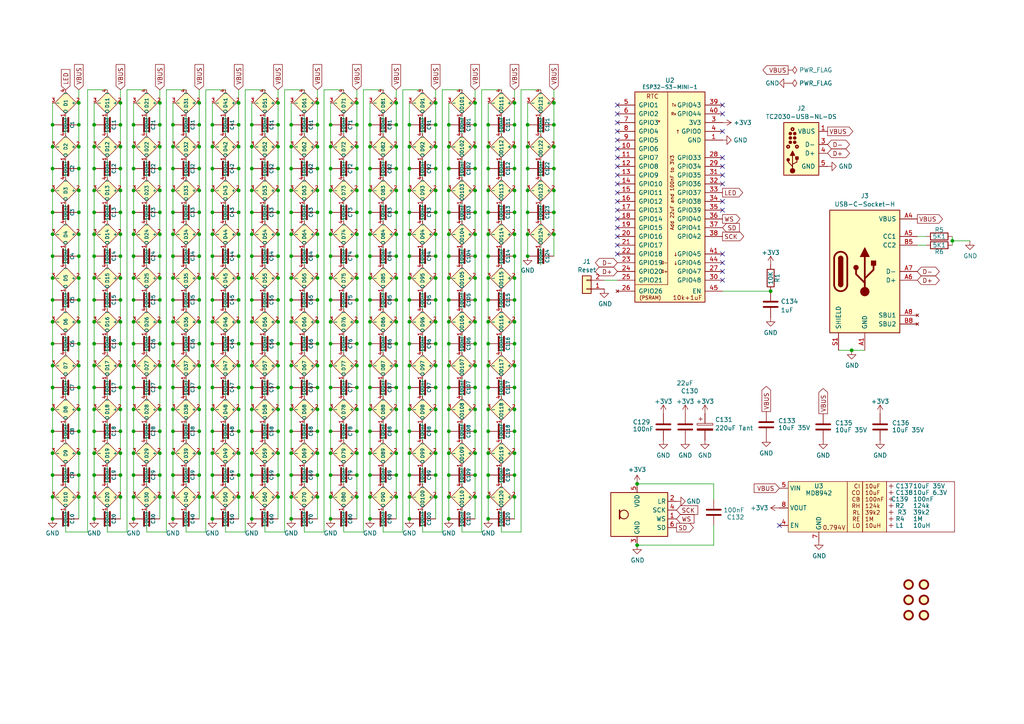
<source format=kicad_sch>
(kicad_sch (version 20231120) (generator "eeschema") (generator_version "8.0")
  (paper "A4")
  (title_block (title "LED ring coaster") (date "${DATE}") (rev "1") (comment 1 "@revk@toot.me.uk") (comment 2 "www.me.uk"))
  (junction (at 103.505 67.945))
  (junction (at 50.165 112.395))
  (junction (at 160.655 29.845))
  (junction (at 50.165 55.245))
  (junction (at 84.455 106.045))
  (junction (at 114.935 80.645))
  (junction (at 80.645 48.895))
  (junction (at 141.605 36.195))
  (junction (at 153.035 55.245))
  (junction (at 80.645 137.795))
  (junction (at 118.745 93.345))
  (junction (at 73.025 112.395))
  (junction (at 69.215 86.995))
  (junction (at 57.785 125.095))
  (junction (at 107.315 144.145))
  (junction (at 46.355 99.695))
  (junction (at 130.175 55.245))
  (junction (at 92.075 67.945))
  (junction (at 137.795 118.745))
  (junction (at 84.455 55.245))
  (junction (at 103.505 93.345))
  (junction (at 57.785 80.645))
  (junction (at 137.795 86.995))
  (junction (at 22.86 131.445))
  (junction (at 130.175 42.545))
  (junction (at 22.86 48.895))
  (junction (at 73.025 74.295))
  (junction (at 69.215 112.395))
  (junction (at 84.455 125.095))
  (junction (at 118.745 106.045))
  (junction (at 34.925 61.595))
  (junction (at 27.305 48.895))
  (junction (at 84.455 74.295))
  (junction (at 34.925 93.345))
  (junction (at 61.595 150.495))
  (junction (at 22.86 118.745))
  (junction (at 114.935 144.145))
  (junction (at 61.595 36.195))
  (junction (at 118.745 112.395))
  (junction (at 137.795 125.095))
  (junction (at 22.86 67.945))
  (junction (at 57.785 137.795))
  (junction (at 149.225 137.795))
  (junction (at 107.315 48.895))
  (junction (at 141.605 112.395))
  (junction (at 80.645 29.845))
  (junction (at 69.215 99.695))
  (junction (at 137.795 55.245))
  (junction (at 50.165 80.645))
  (junction (at 103.505 99.695))
  (junction (at 27.305 36.195))
  (junction (at 50.165 106.045))
  (junction (at 92.075 55.245))
  (junction (at 15.24 125.095))
  (junction (at 107.315 80.645))
  (junction (at 80.645 67.945))
  (junction (at 118.745 150.495))
  (junction (at 15.24 42.545))
  (junction (at 27.305 93.345))
  (junction (at 61.595 61.595))
  (junction (at 149.225 55.245))
  (junction (at 57.785 93.345))
  (junction (at 80.645 131.445))
  (junction (at 61.595 118.745))
  (junction (at 27.305 67.945))
  (junction (at 126.365 67.945))
  (junction (at 95.885 80.645))
  (junction (at 114.935 86.995))
  (junction (at 149.225 118.745))
  (junction (at 38.735 80.645))
  (junction (at 92.075 42.545))
  (junction (at 22.86 112.395))
  (junction (at 126.365 118.745))
  (junction (at 15.24 99.695))
  (junction (at 57.785 144.145))
  (junction (at 34.925 99.695))
  (junction (at 103.505 125.095))
  (junction (at 15.24 137.795))
  (junction (at 118.745 118.745))
  (junction (at 92.075 29.845))
  (junction (at 69.215 125.095))
  (junction (at 69.215 93.345))
  (junction (at 57.785 74.295))
  (junction (at 38.735 48.895))
  (junction (at 57.785 67.945))
  (junction (at 61.595 131.445))
  (junction (at 27.305 80.645))
  (junction (at 69.215 29.845))
  (junction (at 107.315 36.195))
  (junction (at 137.795 144.145))
  (junction (at 22.86 93.345))
  (junction (at 141.605 86.995))
  (junction (at 137.795 99.695))
  (junction (at 34.925 36.195))
  (junction (at 22.86 137.795))
  (junction (at 103.505 106.045))
  (junction (at 80.645 42.545))
  (junction (at 95.885 118.745))
  (junction (at 137.795 29.845))
  (junction (at 118.745 137.795))
  (junction (at 57.785 61.595))
  (junction (at 92.075 131.445))
  (junction (at 46.355 144.145))
  (junction (at 149.225 125.095))
  (junction (at 107.315 74.295))
  (junction (at 160.655 42.545))
  (junction (at 22.86 80.645))
  (junction (at 141.605 99.695))
  (junction (at 92.075 99.695))
  (junction (at 92.075 137.795))
  (junction (at 73.025 48.895))
  (junction (at 103.505 144.145))
  (junction (at 84.455 36.195))
  (junction (at 34.925 55.245))
  (junction (at 118.745 61.595))
  (junction (at 80.645 125.095))
  (junction (at 50.165 137.795))
  (junction (at 57.785 55.245))
  (junction (at 57.785 36.195))
  (junction (at 80.645 61.595))
  (junction (at 107.315 99.695))
  (junction (at 114.935 99.695))
  (junction (at 50.165 86.995))
  (junction (at 38.735 137.795))
  (junction (at 130.175 67.945))
  (junction (at 34.925 118.745))
  (junction (at 126.365 48.895))
  (junction (at 73.025 93.345))
  (junction (at 118.745 125.095))
  (junction (at 50.165 125.095))
  (junction (at 38.735 93.345))
  (junction (at 84.455 93.345))
  (junction (at 73.025 67.945))
  (junction (at 69.215 61.595))
  (junction (at 61.595 99.695))
  (junction (at 130.175 112.395))
  (junction (at 46.355 61.595))
  (junction (at 114.935 55.245))
  (junction (at 46.355 125.095))
  (junction (at 46.355 48.895))
  (junction (at 80.645 112.395))
  (junction (at 84.455 118.745))
  (junction (at 114.935 61.595))
  (junction (at 114.935 42.545))
  (junction (at 61.595 67.945))
  (junction (at 103.505 48.895))
  (junction (at 184.785 140.335))
  (junction (at 50.165 144.145))
  (junction (at 73.025 80.645))
  (junction (at 92.075 61.595))
  (junction (at 34.925 125.095))
  (junction (at 126.365 55.245))
  (junction (at 50.165 93.345))
  (junction (at 73.025 137.795))
  (junction (at 141.605 118.745))
  (junction (at 137.795 93.345))
  (junction (at 34.925 112.395))
  (junction (at 73.025 55.245))
  (junction (at 107.315 131.445))
  (junction (at 15.24 55.245))
  (junction (at 137.795 112.395))
  (junction (at 50.165 150.495))
  (junction (at 61.595 55.245))
  (junction (at 80.645 118.745))
  (junction (at 46.355 55.245))
  (junction (at 22.86 86.995))
  (junction (at 118.745 36.195))
  (junction (at 15.24 74.295))
  (junction (at 38.735 144.145))
  (junction (at 130.175 48.895))
  (junction (at 126.365 29.845))
  (junction (at 149.225 67.945))
  (junction (at 69.215 106.045))
  (junction (at 73.025 42.545))
  (junction (at 69.215 80.645))
  (junction (at 103.505 112.395))
  (junction (at 107.315 55.245))
  (junction (at 130.175 36.195))
  (junction (at 61.595 42.545))
  (junction (at 137.795 137.795))
  (junction (at 84.455 42.545))
  (junction (at 149.225 74.295))
  (junction (at 118.745 86.995))
  (junction (at 126.365 144.145))
  (junction (at 69.215 144.145))
  (junction (at 149.225 86.995))
  (junction (at 80.645 74.295))
  (junction (at 80.645 99.695))
  (junction (at 57.785 48.895))
  (junction (at 61.595 106.045))
  (junction (at 130.175 93.345))
  (junction (at 153.035 36.195))
  (junction (at 46.355 106.045))
  (junction (at 38.735 99.695))
  (junction (at 153.035 74.295))
  (junction (at 103.505 86.995))
  (junction (at 22.86 74.295))
  (junction (at 73.025 125.095))
  (junction (at 46.355 137.795))
  (junction (at 34.925 137.795))
  (junction (at 27.305 86.995))
  (junction (at 126.365 106.045))
  (junction (at 114.935 118.745))
  (junction (at 50.165 118.745))
  (junction (at 118.745 131.445))
  (junction (at 95.885 106.045))
  (junction (at 137.795 61.595))
  (junction (at 84.455 150.495))
  (junction (at 57.785 118.745))
  (junction (at 103.505 131.445))
  (junction (at 15.24 144.145))
  (junction (at 130.175 74.295))
  (junction (at 38.735 42.545))
  (junction (at 73.025 86.995))
  (junction (at 149.225 36.195))
  (junction (at 50.165 48.895))
  (junction (at 107.315 125.095))
  (junction (at 27.305 112.395))
  (junction (at 103.505 137.795))
  (junction (at 61.595 74.295))
  (junction (at 107.315 118.745))
  (junction (at 141.605 74.295))
  (junction (at 22.86 29.845))
  (junction (at 34.925 67.945))
  (junction (at 114.935 93.345))
  (junction (at 84.455 144.145))
  (junction (at 118.745 48.895))
  (junction (at 247.015 101.6))
  (junction (at 153.035 61.595))
  (junction (at 160.655 36.195))
  (junction (at 95.885 36.195))
  (junction (at 95.885 86.995))
  (junction (at 61.595 137.795))
  (junction (at 126.365 61.595))
  (junction (at 118.745 144.145))
  (junction (at 149.225 144.145))
  (junction (at 38.735 106.045))
  (junction (at 118.745 67.945))
  (junction (at 69.215 118.745))
  (junction (at 15.24 67.945))
  (junction (at 34.925 42.545))
  (junction (at 73.025 61.595))
  (junction (at 137.795 67.945))
  (junction (at 38.735 86.995))
  (junction (at 130.175 131.445))
  (junction (at 153.035 42.545))
  (junction (at 84.455 48.895))
  (junction (at 95.885 48.895))
  (junction (at 61.595 93.345))
  (junction (at 103.505 29.845))
  (junction (at 92.075 118.745))
  (junction (at 80.645 106.045))
  (junction (at 22.86 42.545))
  (junction (at 118.745 99.695))
  (junction (at 114.935 36.195))
  (junction (at 27.305 42.545))
  (junction (at 50.165 36.195))
  (junction (at 95.885 150.495))
  (junction (at 38.735 36.195))
  (junction (at 69.215 48.895))
  (junction (at 50.165 61.595))
  (junction (at 107.315 93.345))
  (junction (at 149.225 131.445))
  (junction (at 160.655 67.945))
  (junction (at 126.365 86.995))
  (junction (at 223.52 84.455))
  (junction (at 149.225 112.395))
  (junction (at 84.455 99.695))
  (junction (at 92.075 144.145))
  (junction (at 69.215 67.945))
  (junction (at 34.925 106.045))
  (junction (at 141.605 61.595))
  (junction (at 103.505 74.295))
  (junction (at 95.885 42.545))
  (junction (at 15.24 61.595))
  (junction (at 92.075 36.195))
  (junction (at 80.645 144.145))
  (junction (at 149.225 93.345))
  (junction (at 27.305 118.745))
  (junction (at 27.305 150.495))
  (junction (at 15.24 106.045))
  (junction (at 22.86 106.045))
  (junction (at 103.505 80.645))
  (junction (at 34.925 144.145))
  (junction (at 50.165 42.545))
  (junction (at 69.215 131.445))
  (junction (at 34.925 48.895))
  (junction (at 103.505 61.595))
  (junction (at 149.225 29.845))
  (junction (at 27.305 106.045))
  (junction (at 126.365 137.795))
  (junction (at 38.735 67.945))
  (junction (at 34.925 131.445))
  (junction (at 149.225 48.895))
  (junction (at 160.655 55.245))
  (junction (at 126.365 36.195))
  (junction (at 126.365 112.395))
  (junction (at 130.175 80.645))
  (junction (at 27.305 137.795))
  (junction (at 84.455 86.995))
  (junction (at 69.215 55.245))
  (junction (at 50.165 67.945))
  (junction (at 130.175 125.095))
  (junction (at 46.355 36.195))
  (junction (at 22.86 125.095))
  (junction (at 126.365 93.345))
  (junction (at 80.645 36.195))
  (junction (at 126.365 131.445))
  (junction (at 137.795 74.295))
  (junction (at 92.075 106.045))
  (junction (at 149.225 42.545))
  (junction (at 84.455 137.795))
  (junction (at 95.885 55.245))
  (junction (at 46.355 112.395))
  (junction (at 103.505 42.545))
  (junction (at 107.315 42.545))
  (junction (at 34.925 80.645))
  (junction (at 107.315 137.795))
  (junction (at 114.935 137.795))
  (junction (at 141.605 48.895))
  (junction (at 84.455 67.945))
  (junction (at 95.885 99.695))
  (junction (at 80.645 93.345))
  (junction (at 38.735 74.295))
  (junction (at 130.175 118.745))
  (junction (at 15.24 48.895))
  (junction (at 126.365 74.295))
  (junction (at 57.785 131.445))
  (junction (at 80.645 86.995))
  (junction (at 130.175 106.045))
  (junction (at 22.86 61.595))
  (junction (at 137.795 131.445))
  (junction (at 149.225 106.045))
  (junction (at 61.595 86.995))
  (junction (at 46.355 86.995))
  (junction (at 149.225 61.595))
  (junction (at 141.605 150.495))
  (junction (at 46.355 80.645))
  (junction (at 73.025 144.145))
  (junction (at 141.605 80.645))
  (junction (at 69.215 74.295))
  (junction (at 80.645 80.645))
  (junction (at 130.175 61.595))
  (junction (at 141.605 67.945))
  (junction (at 92.075 93.345))
  (junction (at 61.595 48.895))
  (junction (at 114.935 125.095))
  (junction (at 126.365 42.545))
  (junction (at 92.075 112.395))
  (junction (at 149.225 99.695))
  (junction (at 50.165 99.695))
  (junction (at 38.735 118.745))
  (junction (at 137.795 80.645))
  (junction (at 46.355 29.845))
  (junction (at 46.355 93.345))
  (junction (at 80.645 55.245))
  (junction (at 15.24 36.195))
  (junction (at 141.605 55.245))
  (junction (at 73.025 131.445))
  (junction (at 130.175 99.695))
  (junction (at 22.86 144.145))
  (junction (at 160.655 48.895))
  (junction (at 95.885 67.945))
  (junction (at 114.935 74.295))
  (junction (at 114.935 131.445))
  (junction (at 61.595 144.145))
  (junction (at 130.175 144.145))
  (junction (at 15.24 86.995))
  (junction (at 118.745 55.245))
  (junction (at 34.925 74.295))
  (junction (at 276.225 69.85))
  (junction (at 137.795 48.895))
  (junction (at 95.885 93.345))
  (junction (at 61.595 80.645))
  (junction (at 118.745 74.295))
  (junction (at 57.785 112.395))
  (junction (at 73.025 106.045))
  (junction (at 114.935 67.945))
  (junction (at 69.215 137.795))
  (junction (at 73.025 150.495))
  (junction (at 46.355 118.745))
  (junction (at 95.885 125.095))
  (junction (at 50.165 131.445))
  (junction (at 15.24 93.345))
  (junction (at 73.025 118.745))
  (junction (at 107.315 106.045))
  (junction (at 141.605 137.795))
  (junction (at 137.795 106.045))
  (junction (at 46.355 67.945))
  (junction (at 107.315 86.995))
  (junction (at 107.315 67.945))
  (junction (at 95.885 137.795))
  (junction (at 126.365 80.645))
  (junction (at 38.735 131.445))
  (junction (at 149.225 80.645))
  (junction (at 130.175 137.795))
  (junction (at 114.935 29.845))
  (junction (at 61.595 125.095))
  (junction (at 141.605 144.145))
  (junction (at 15.24 112.395))
  (junction (at 141.605 125.095))
  (junction (at 95.885 131.445))
  (junction (at 34.925 86.995))
  (junction (at 38.735 125.095))
  (junction (at 103.505 36.195))
  (junction (at 141.605 93.345))
  (junction (at 57.785 29.845))
  (junction (at 27.305 125.095))
  (junction (at 107.315 112.395))
  (junction (at 15.24 150.495))
  (junction (at 153.035 48.895))
  (junction (at 15.24 118.745))
  (junction (at 84.455 131.445))
  (junction (at 34.925 29.845))
  (junction (at 126.365 125.095))
  (junction (at 118.745 80.645))
  (junction (at 114.935 48.895))
  (junction (at 114.935 112.395))
  (junction (at 107.315 61.595))
  (junction (at 141.605 42.545))
  (junction (at 92.075 80.645))
  (junction (at 114.935 106.045))
  (junction (at 15.24 80.645))
  (junction (at 38.735 61.595))
  (junction (at 107.315 150.495))
  (junction (at 95.885 61.595))
  (junction (at 50.165 74.295))
  (junction (at 92.075 74.295))
  (junction (at 141.605 106.045))
  (junction (at 22.86 55.245))
  (junction (at 103.505 118.745))
  (junction (at 22.86 36.195))
  (junction (at 184.785 158.115))
  (junction (at 27.305 61.595))
  (junction (at 153.035 67.945))
  (junction (at 141.605 131.445))
  (junction (at 103.505 55.245))
  (junction (at 137.795 42.545))
  (junction (at 130.175 150.495))
  (junction (at 73.025 99.695))
  (junction (at 57.785 42.545))
  (junction (at 69.215 36.195))
  (junction (at 57.785 106.045))
  (junction (at 22.86 99.695))
  (junction (at 46.355 131.445))
  (junction (at 95.885 112.395))
  (junction (at 73.025 36.195))
  (junction (at 38.735 112.395))
  (junction (at 27.305 55.245))
  (junction (at 95.885 74.295))
  (junction (at 27.305 74.295))
  (junction (at 69.215 42.545))
  (junction (at 38.735 150.495))
  (junction (at 118.745 42.545))
  (junction (at 92.075 125.095))
  (junction (at 92.075 86.995))
  (junction (at 130.175 86.995))
  (junction (at 57.785 99.695))
  (junction (at 57.785 86.995))
  (junction (at 27.305 131.445))
  (junction (at 61.595 112.395))
  (junction (at 84.455 61.595))
  (junction (at 95.885 144.145))
  (junction (at 84.455 80.645))
  (junction (at 126.365 99.695))
  (junction (at 27.305 99.695))
  (junction (at 137.795 36.195))
  (junction (at 38.735 55.245))
  (junction (at 92.075 48.895))
  (junction (at 27.305 144.145))
  (junction (at 46.355 74.295))
  (junction (at 46.355 42.545))
  (junction (at 15.24 131.445))
  (junction (at 160.655 61.595))
  (junction (at 84.455 112.395))
  (no_connect (at 179.07 68.58))
  (no_connect (at 179.07 66.04))
  (no_connect (at 179.07 50.8))
  (no_connect (at 209.55 45.72))
  (no_connect (at 209.55 58.42))
  (no_connect (at 209.55 73.66))
  (no_connect (at 209.55 50.8))
  (no_connect (at 179.07 58.42))
  (no_connect (at 209.55 76.2))
  (no_connect (at 179.07 63.5))
  (no_connect (at 226.06 152.4))
  (no_connect (at 179.07 35.56))
  (no_connect (at 179.07 30.48))
  (no_connect (at 179.07 45.72))
  (no_connect (at 209.55 53.34))
  (no_connect (at 209.55 60.96))
  (no_connect (at 179.07 71.12))
  (no_connect (at 179.07 53.34))
  (no_connect (at 209.55 81.28))
  (no_connect (at 179.07 48.26))
  (no_connect (at 179.07 38.1))
  (no_connect (at 209.55 48.26))
  (no_connect (at 179.07 40.64))
  (no_connect (at 209.55 30.48))
  (no_connect (at 179.07 55.88))
  (no_connect (at 209.55 38.1))
  (no_connect (at 179.07 33.02))
  (no_connect (at 179.07 43.18))
  (no_connect (at 179.07 60.96))
  (no_connect (at 209.55 78.74))
  (no_connect (at 179.07 73.66))
  (no_connect (at 209.55 33.02))
  (wire (pts (xy 73.025 86.995) (xy 73.025 93.345)))
  (wire (pts (xy 145.415 46.355) (xy 145.415 51.435)))
  (wire (pts (xy 145.415 59.055) (xy 145.415 64.135)))
  (wire (pts (xy 27.305 125.095) (xy 27.305 131.445)))
  (wire (pts (xy 46.355 80.645) (xy 46.355 86.995)))
  (wire (pts (xy 69.215 144.145) (xy 69.215 150.495)))
  (wire (pts (xy 126.365 55.245) (xy 126.365 61.595)))
  (wire (pts (xy 69.215 26.035) (xy 69.215 29.845)))
  (wire (pts (xy 151.13 154.305) (xy 145.415 154.305)))
  (wire (pts (xy 61.595 74.295) (xy 61.595 80.645)))
  (wire (pts (xy 69.215 118.745) (xy 69.215 125.095)))
  (wire (pts (xy 103.505 80.645) (xy 103.505 86.995)))
  (wire (pts (xy 61.595 118.745) (xy 61.595 125.095)))
  (wire (pts (xy 107.315 80.645) (xy 107.315 86.995)))
  (wire (pts (xy 61.595 42.545) (xy 61.595 48.895)))
  (wire (pts (xy 46.355 29.845) (xy 46.355 36.195)))
  (wire (pts (xy 153.035 29.845) (xy 153.035 36.195)))
  (wire (pts (xy 122.555 135.255) (xy 122.555 140.335)))
  (wire (pts (xy 31.115 84.455) (xy 31.115 89.535)))
  (wire (pts (xy 27.305 36.195) (xy 27.305 42.545)))
  (wire (pts (xy 27.305 131.445) (xy 27.305 137.795)))
  (wire (pts (xy 184.785 158.115) (xy 207.01 158.115)))
  (wire (pts (xy 73.025 118.745) (xy 73.025 125.095)))
  (wire (pts (xy 65.405 109.855) (xy 65.405 114.935)))
  (wire (pts (xy 15.24 99.695) (xy 15.24 106.045)))
  (wire (pts (xy 61.595 144.145) (xy 61.595 150.495)))
  (wire (pts (xy 103.505 144.145) (xy 103.505 150.495)))
  (wire (pts (xy 19.05 71.755) (xy 19.05 76.835)))
  (wire (pts (xy 38.735 36.195) (xy 38.735 42.545)))
  (wire (pts (xy 42.545 46.355) (xy 42.545 51.435)))
  (wire (pts (xy 107.315 86.995) (xy 107.315 93.345)))
  (wire (pts (xy 130.175 86.995) (xy 130.175 93.345)))
  (wire (pts (xy 84.455 144.145) (xy 84.455 150.495)))
  (wire (pts (xy 130.175 99.695) (xy 130.175 106.045)))
  (wire (pts (xy 137.795 80.645) (xy 137.795 86.995)))
  (wire (pts (xy 103.505 118.745) (xy 103.505 125.095)))
  (wire (pts (xy 276.225 68.58) (xy 276.225 69.85)))
  (wire (pts (xy 25.4 26.035) (xy 25.4 154.305)))
  (wire (pts (xy 149.225 36.195) (xy 149.225 42.545)))
  (wire (pts (xy 114.935 36.195) (xy 114.935 42.545)))
  (wire (pts (xy 114.935 112.395) (xy 114.935 118.745)))
  (wire (pts (xy 149.225 112.395) (xy 149.225 118.745)))
  (wire (pts (xy 73.025 112.395) (xy 73.025 118.745)))
  (wire (pts (xy 114.935 26.035) (xy 114.935 29.845)))
  (wire (pts (xy 133.985 122.555) (xy 133.985 127.635)))
  (wire (pts (xy 92.075 93.345) (xy 92.075 99.695)))
  (wire (pts (xy 53.975 26.035) (xy 48.26 26.035)))
  (wire (pts (xy 118.745 74.295) (xy 118.745 80.645)))
  (wire (pts (xy 130.175 125.095) (xy 130.175 131.445)))
  (wire (pts (xy 36.83 154.305) (xy 31.115 154.305)))
  (wire (pts (xy 65.405 59.055) (xy 65.405 64.135)))
  (wire (pts (xy 15.24 93.345) (xy 15.24 99.695)))
  (wire (pts (xy 111.125 84.455) (xy 111.125 89.535)))
  (wire (pts (xy 19.05 109.855) (xy 19.05 114.935)))
  (wire (pts (xy 50.165 112.395) (xy 50.165 118.745)))
  (wire (pts (xy 76.835 97.155) (xy 76.835 102.235)))
  (wire (pts (xy 95.885 112.395) (xy 95.885 118.745)))
  (wire (pts (xy 34.925 106.045) (xy 34.925 112.395)))
  (wire (pts (xy 160.655 42.545) (xy 160.655 48.895)))
  (wire (pts (xy 95.885 93.345) (xy 95.885 99.695)))
  (wire (pts (xy 42.545 97.155) (xy 42.545 102.235)))
  (wire (pts (xy 151.13 26.035) (xy 151.13 154.305)))
  (wire (pts (xy 92.075 99.695) (xy 92.075 106.045)))
  (wire (pts (xy 22.86 125.095) (xy 22.86 131.445)))
  (wire (pts (xy 15.24 55.245) (xy 15.24 61.595)))
  (wire (pts (xy 92.075 48.895) (xy 92.075 55.245)))
  (wire (pts (xy 130.175 67.945) (xy 130.175 74.295)))
  (wire (pts (xy 95.885 118.745) (xy 95.885 125.095)))
  (wire (pts (xy 34.925 29.845) (xy 34.925 36.195)))
  (wire (pts (xy 22.86 99.695) (xy 22.86 106.045)))
  (wire (pts (xy 50.165 55.245) (xy 50.165 61.595)))
  (wire (pts (xy 145.415 122.555) (xy 145.415 127.635)))
  (wire (pts (xy 65.405 46.355) (xy 65.405 51.435)))
  (wire (pts (xy 141.605 93.345) (xy 141.605 99.695)))
  (wire (pts (xy 69.215 67.945) (xy 69.215 74.295)))
  (wire (pts (xy 209.55 84.455) (xy 223.52 84.455)))
  (wire (pts (xy 118.745 125.095) (xy 118.745 131.445)))
  (wire (pts (xy 38.735 29.845) (xy 38.735 36.195)))
  (wire (pts (xy 31.115 59.055) (xy 31.115 64.135)))
  (wire (pts (xy 53.975 46.355) (xy 53.975 51.435)))
  (wire (pts (xy 156.845 46.355) (xy 156.845 51.435)))
  (wire (pts (xy 92.075 125.095) (xy 92.075 131.445)))
  (wire (pts (xy 46.355 86.995) (xy 46.355 93.345)))
  (wire (pts (xy 50.165 137.795) (xy 50.165 144.145)))
  (wire (pts (xy 137.795 112.395) (xy 137.795 118.745)))
  (wire (pts (xy 133.985 71.755) (xy 133.985 76.835)))
  (wire (pts (xy 92.075 74.295) (xy 92.075 80.645)))
  (wire (pts (xy 38.735 144.145) (xy 38.735 150.495)))
  (wire (pts (xy 118.745 29.845) (xy 118.745 36.195)))
  (wire (pts (xy 53.975 147.955) (xy 53.975 154.305)))
  (wire (pts (xy 130.175 61.595) (xy 130.175 67.945)))
  (wire (pts (xy 57.785 74.295) (xy 57.785 80.645)))
  (wire (pts (xy 22.86 137.795) (xy 22.86 144.145)))
  (wire (pts (xy 128.27 154.305) (xy 122.555 154.305)))
  (wire (pts (xy 22.86 67.945) (xy 22.86 74.295)))
  (wire (pts (xy 130.175 93.345) (xy 130.175 99.695)))
  (wire (pts (xy 128.27 26.035) (xy 128.27 154.305)))
  (wire (pts (xy 149.225 106.045) (xy 149.225 112.395)))
  (wire (pts (xy 19.05 46.355) (xy 19.05 51.435)))
  (wire (pts (xy 107.315 42.545) (xy 107.315 48.895)))
  (wire (pts (xy 50.165 42.545) (xy 50.165 48.895)))
  (wire (pts (xy 88.265 109.855) (xy 88.265 114.935)))
  (wire (pts (xy 114.935 61.595) (xy 114.935 67.945)))
  (wire (pts (xy 95.885 36.195) (xy 95.885 42.545)))
  (wire (pts (xy 80.645 144.145) (xy 80.645 150.495)))
  (wire (pts (xy 38.735 67.945) (xy 38.735 74.295)))
  (wire (pts (xy 53.975 71.755) (xy 53.975 76.835)))
  (wire (pts (xy 141.605 137.795) (xy 141.605 144.145)))
  (wire (pts (xy 57.785 80.645) (xy 57.785 86.995)))
  (wire (pts (xy 31.115 33.655) (xy 31.115 38.735)))
  (wire (pts (xy 42.545 84.455) (xy 42.545 89.535)))
  (wire (pts (xy 118.745 144.145) (xy 118.745 150.495)))
  (wire (pts (xy 156.845 59.055) (xy 156.845 64.135)))
  (wire (pts (xy 160.655 61.595) (xy 160.655 67.945)))
  (wire (pts (xy 76.835 122.555) (xy 76.835 127.635)))
  (wire (pts (xy 92.075 29.845) (xy 92.075 36.195)))
  (wire (pts (xy 103.505 55.245) (xy 103.505 61.595)))
  (wire (pts (xy 103.505 67.945) (xy 103.505 74.295)))
  (wire (pts (xy 61.595 48.895) (xy 61.595 55.245)))
  (wire (pts (xy 114.935 99.695) (xy 114.935 106.045)))
  (wire (pts (xy 57.785 131.445) (xy 57.785 137.795)))
  (wire (pts (xy 99.695 147.955) (xy 99.695 154.305)))
  (wire (pts (xy 46.355 93.345) (xy 46.355 99.695)))
  (wire (pts (xy 92.075 61.595) (xy 92.075 67.945)))
  (wire (pts (xy 34.925 86.995) (xy 34.925 93.345)))
  (wire (pts (xy 80.645 74.295) (xy 80.645 80.645)))
  (wire (pts (xy 93.98 154.305) (xy 88.265 154.305)))
  (wire (pts (xy 141.605 112.395) (xy 141.605 118.745)))
  (wire (pts (xy 95.885 80.645) (xy 95.885 86.995)))
  (wire (pts (xy 92.075 36.195) (xy 92.075 42.545)))
  (wire (pts (xy 31.115 97.155) (xy 31.115 102.235)))
  (wire (pts (xy 149.225 118.745) (xy 149.225 125.095)))
  (wire (pts (xy 65.405 147.955) (xy 65.405 154.305)))
  (wire (pts (xy 153.035 67.945) (xy 153.035 74.295)))
  (wire (pts (xy 57.785 99.695) (xy 57.785 106.045)))
  (wire (pts (xy 149.225 131.445) (xy 149.225 137.795)))
  (wire (pts (xy 65.405 135.255) (xy 65.405 140.335)))
  (wire (pts (xy 57.785 93.345) (xy 57.785 99.695)))
  (wire (pts (xy 130.175 55.245) (xy 130.175 61.595)))
  (wire (pts (xy 88.265 84.455) (xy 88.265 89.535)))
  (wire (pts (xy 122.555 26.035) (xy 116.84 26.035)))
  (wire (pts (xy 46.355 74.295) (xy 46.355 80.645)))
  (wire (pts (xy 141.605 118.745) (xy 141.605 125.095)))
  (wire (pts (xy 103.505 29.845) (xy 103.505 36.195)))
  (wire (pts (xy 103.505 112.395) (xy 103.505 118.745)))
  (wire (pts (xy 50.165 61.595) (xy 50.165 67.945)))
  (wire (pts (xy 141.605 106.045) (xy 141.605 112.395)))
  (wire (pts (xy 50.165 74.295) (xy 50.165 80.645)))
  (wire (pts (xy 107.315 55.245) (xy 107.315 61.595)))
  (wire (pts (xy 149.225 137.795) (xy 149.225 144.145)))
  (wire (pts (xy 149.225 29.845) (xy 149.225 36.195)))
  (wire (pts (xy 46.355 67.945) (xy 46.355 74.295)))
  (wire (pts (xy 80.645 26.035) (xy 80.645 29.845)))
  (wire (pts (xy 76.835 135.255) (xy 76.835 140.335)))
  (wire (pts (xy 141.605 48.895) (xy 141.605 55.245)))
  (wire (pts (xy 126.365 36.195) (xy 126.365 42.545)))
  (wire (pts (xy 207.01 158.115) (xy 207.01 152.4)))
  (wire (pts (xy 22.86 29.845) (xy 22.86 36.195)))
  (wire (pts (xy 50.165 144.145) (xy 50.165 150.495)))
  (wire (pts (xy 82.55 26.035) (xy 82.55 154.305)))
  (wire (pts (xy 133.985 33.655) (xy 133.985 38.735)))
  (wire (pts (xy 95.885 55.245) (xy 95.885 61.595)))
  (wire (pts (xy 92.075 137.795) (xy 92.075 144.145)))
  (wire (pts (xy 149.225 48.895) (xy 149.225 55.245)))
  (wire (pts (xy 38.735 74.295) (xy 38.735 80.645)))
  (wire (pts (xy 22.86 131.445) (xy 22.86 137.795)))
  (wire (pts (xy 80.645 48.895) (xy 80.645 55.245)))
  (wire (pts (xy 34.925 131.445) (xy 34.925 137.795)))
  (wire (pts (xy 22.86 93.345) (xy 22.86 99.695)))
  (wire (pts (xy 111.125 147.955) (xy 111.125 154.305)))
  (wire (pts (xy 57.785 36.195) (xy 57.785 42.545)))
  (wire (pts (xy 15.24 74.295) (xy 15.24 80.645)))
  (wire (pts (xy 71.12 26.035) (xy 71.12 154.305)))
  (wire (pts (xy 22.86 42.545) (xy 22.86 48.895)))
  (wire (pts (xy 149.225 125.095) (xy 149.225 131.445)))
  (wire (pts (xy 76.835 26.035) (xy 71.12 26.035)))
  (wire (pts (xy 266.065 71.12) (xy 268.605 71.12)))
  (wire (pts (xy 34.925 137.795) (xy 34.925 144.145)))
  (wire (pts (xy 50.165 99.695) (xy 50.165 106.045)))
  (wire (pts (xy 34.925 118.745) (xy 34.925 125.095)))
  (wire (pts (xy 61.595 93.345) (xy 61.595 99.695)))
  (wire (pts (xy 57.785 29.845) (xy 57.785 36.195)))
  (wire (pts (xy 34.925 42.545) (xy 34.925 48.895)))
  (wire (pts (xy 111.125 33.655) (xy 111.125 38.735)))
  (wire (pts (xy 149.225 99.695) (xy 149.225 106.045)))
  (wire (pts (xy 53.975 135.255) (xy 53.975 140.335)))
  (wire (pts (xy 31.115 122.555) (xy 31.115 127.635)))
  (wire (pts (xy 50.165 125.095) (xy 50.165 131.445)))
  (wire (pts (xy 42.545 33.655) (xy 42.545 38.735)))
  (wire (pts (xy 141.605 144.145) (xy 141.605 150.495)))
  (wire (pts (xy 46.355 99.695) (xy 46.355 106.045)))
  (wire (pts (xy 27.305 144.145) (xy 27.305 150.495)))
  (wire (pts (xy 80.645 93.345) (xy 80.645 99.695)))
  (wire (pts (xy 38.735 80.645) (xy 38.735 86.995)))
  (wire (pts (xy 95.885 67.945) (xy 95.885 74.295)))
  (wire (pts (xy 118.745 106.045) (xy 118.745 112.395)))
  (wire (pts (xy 31.115 71.755) (xy 31.115 76.835)))
  (wire (pts (xy 46.355 131.445) (xy 46.355 137.795)))
  (wire (pts (xy 73.025 106.045) (xy 73.025 112.395)))
  (wire (pts (xy 114.935 125.095) (xy 114.935 131.445)))
  (wire (pts (xy 80.645 36.195) (xy 80.645 42.545)))
  (wire (pts (xy 84.455 48.895) (xy 84.455 55.245)))
  (wire (pts (xy 107.315 131.445) (xy 107.315 137.795)))
  (wire (pts (xy 111.125 122.555) (xy 111.125 127.635)))
  (wire (pts (xy 139.7 26.035) (xy 139.7 154.305)))
  (wire (pts (xy 34.925 48.895) (xy 34.925 55.245)))
  (wire (pts (xy 137.795 42.545) (xy 137.795 48.895)))
  (wire (pts (xy 73.025 144.145) (xy 73.025 150.495)))
  (wire (pts (xy 118.745 99.695) (xy 118.745 106.045)))
  (wire (pts (xy 22.86 118.745) (xy 22.86 125.095)))
  (wire (pts (xy 15.24 125.095) (xy 15.24 131.445)))
  (wire (pts (xy 93.98 26.035) (xy 93.98 154.305)))
  (wire (pts (xy 25.4 154.305) (xy 19.05 154.305)))
  (wire (pts (xy 145.415 33.655) (xy 145.415 38.735)))
  (wire (pts (xy 84.455 55.245) (xy 84.455 61.595)))
  (wire (pts (xy 122.555 59.055) (xy 122.555 64.135)))
  (wire (pts (xy 65.405 26.035) (xy 59.69 26.035)))
  (wire (pts (xy 88.265 135.255) (xy 88.265 140.335)))
  (wire (pts (xy 107.315 144.145) (xy 107.315 150.495)))
  (wire (pts (xy 95.885 99.695) (xy 95.885 106.045)))
  (wire (pts (xy 99.695 135.255) (xy 99.695 140.335)))
  (wire (pts (xy 57.785 48.895) (xy 57.785 55.245)))
  (wire (pts (xy 126.365 29.845) (xy 126.365 36.195)))
  (wire (pts (xy 38.735 42.545) (xy 38.735 48.895)))
  (wire (pts (xy 126.365 74.295) (xy 126.365 80.645)))
  (wire (pts (xy 126.365 99.695) (xy 126.365 106.045)))
  (wire (pts (xy 149.225 61.595) (xy 149.225 67.945)))
  (wire (pts (xy 126.365 80.645) (xy 126.365 86.995)))
  (wire (pts (xy 69.215 125.095) (xy 69.215 131.445)))
  (wire (pts (xy 61.595 125.095) (xy 61.595 131.445)))
  (wire (pts (xy 15.24 131.445) (xy 15.24 137.795)))
  (wire (pts (xy 57.785 55.245) (xy 57.785 61.595)))
  (wire (pts (xy 34.925 112.395) (xy 34.925 118.745)))
  (wire (pts (xy 69.215 137.795) (xy 69.215 144.145)))
  (wire (pts (xy 76.835 71.755) (xy 76.835 76.835)))
  (wire (pts (xy 137.795 29.845) (xy 137.795 36.195)))
  (wire (pts (xy 160.655 26.035) (xy 160.655 29.845)))
  (wire (pts (xy 76.835 59.055) (xy 76.835 64.135)))
  (wire (pts (xy 107.315 112.395) (xy 107.315 118.745)))
  (wire (pts (xy 38.735 125.095) (xy 38.735 131.445)))
  (wire (pts (xy 73.025 61.595) (xy 73.025 67.945)))
  (wire (pts (xy 156.845 26.035) (xy 151.13 26.035)))
  (wire (pts (xy 105.41 26.035) (xy 105.41 154.305)))
  (wire (pts (xy 149.225 93.345) (xy 149.225 99.695)))
  (wire (pts (xy 207.01 140.335) (xy 207.01 144.78)))
  (wire (pts (xy 130.175 144.145) (xy 130.175 150.495)))
  (wire (pts (xy 57.785 112.395) (xy 57.785 118.745)))
  (wire (pts (xy 69.215 80.645) (xy 69.215 86.995)))
  (wire (pts (xy 114.935 131.445) (xy 114.935 137.795)))
  (wire (pts (xy 73.025 55.245) (xy 73.025 61.595)))
  (wire (pts (xy 61.595 99.695) (xy 61.595 106.045)))
  (wire (pts (xy 130.175 48.895) (xy 130.175 55.245)))
  (wire (pts (xy 38.735 55.245) (xy 38.735 61.595)))
  (wire (pts (xy 34.925 67.945) (xy 34.925 74.295)))
  (wire (pts (xy 15.24 67.945) (xy 15.24 74.295)))
  (wire (pts (xy 22.86 48.895) (xy 22.86 55.245)))
  (wire (pts (xy 95.885 106.045) (xy 95.885 112.395)))
  (wire (pts (xy 114.935 55.245) (xy 114.935 61.595)))
  (wire (pts (xy 42.545 26.035) (xy 36.83 26.035)))
  (wire (pts (xy 92.075 106.045) (xy 92.075 112.395)))
  (wire (pts (xy 126.365 26.035) (xy 126.365 29.845)))
  (wire (pts (xy 61.595 61.595) (xy 61.595 67.945)))
  (wire (pts (xy 145.415 26.035) (xy 139.7 26.035)))
  (wire (pts (xy 99.695 122.555) (xy 99.695 127.635)))
  (wire (pts (xy 76.835 33.655) (xy 76.835 38.735)))
  (wire (pts (xy 111.125 109.855) (xy 111.125 114.935)))
  (wire (pts (xy 38.735 131.445) (xy 38.735 137.795)))
  (wire (pts (xy 19.05 97.155) (xy 19.05 102.235)))
  (wire (pts (xy 107.315 118.745) (xy 107.315 125.095)))
  (wire (pts (xy 160.655 48.895) (xy 160.655 55.245)))
  (wire (pts (xy 111.125 71.755) (xy 111.125 76.835)))
  (wire (pts (xy 107.315 106.045) (xy 107.315 112.395)))
  (wire (pts (xy 27.305 29.845) (xy 27.305 36.195)))
  (wire (pts (xy 160.655 67.945) (xy 160.655 74.295)))
  (wire (pts (xy 88.265 33.655) (xy 88.265 38.735)))
  (wire (pts (xy 38.735 86.995) (xy 38.735 93.345)))
  (wire (pts (xy 92.075 112.395) (xy 92.075 118.745)))
  (wire (pts (xy 156.845 33.655) (xy 156.845 38.735)))
  (wire (pts (xy 84.455 125.095) (xy 84.455 131.445)))
  (wire (pts (xy 114.935 118.745) (xy 114.935 125.095)))
  (wire (pts (xy 65.405 84.455) (xy 65.405 89.535)))
  (wire (pts (xy 38.735 61.595) (xy 38.735 67.945)))
  (wire (pts (xy 27.305 86.995) (xy 27.305 93.345)))
  (wire (pts (xy 141.605 86.995) (xy 141.605 93.345)))
  (wire (pts (xy 137.795 131.445) (xy 137.795 137.795)))
  (wire (pts (xy 137.795 48.895) (xy 137.795 55.245)))
  (wire (pts (xy 103.505 74.295) (xy 103.505 80.645)))
  (wire (pts (xy 80.645 112.395) (xy 80.645 118.745)))
  (wire (pts (xy 22.86 106.045) (xy 22.86 112.395)))
  (wire (pts (xy 99.695 46.355) (xy 99.695 51.435)))
  (wire (pts (xy 118.745 93.345) (xy 118.745 99.695)))
  (wire (pts (xy 149.225 144.145) (xy 149.225 150.495)))
  (wire (pts (xy 107.315 29.845) (xy 107.315 36.195)))
  (wire (pts (xy 82.55 154.305) (xy 76.835 154.305)))
  (wire (pts (xy 95.885 74.295) (xy 95.885 80.645)))
  (wire (pts (xy 137.795 93.345) (xy 137.795 99.695)))
  (wire (pts (xy 111.125 135.255) (xy 111.125 140.335)))
  (wire (pts (xy 15.24 42.545) (xy 15.24 48.895)))
  (wire (pts (xy 27.305 42.545) (xy 27.305 48.895)))
  (wire (pts (xy 84.455 118.745) (xy 84.455 125.095)))
  (wire (pts (xy 59.69 154.305) (xy 53.975 154.305)))
  (wire (pts (xy 61.595 137.795) (xy 61.595 144.145)))
  (wire (pts (xy 80.645 61.595) (xy 80.645 67.945)))
  (wire (pts (xy 88.265 97.155) (xy 88.265 102.235)))
  (wire (pts (xy 27.305 112.395) (xy 27.305 118.745)))
  (wire (pts (xy 114.935 93.345) (xy 114.935 99.695)))
  (wire (pts (xy 88.265 122.555) (xy 88.265 127.635)))
  (wire (pts (xy 103.505 26.035) (xy 103.505 29.845)))
  (wire (pts (xy 141.605 125.095) (xy 141.605 131.445)))
  (wire (pts (xy 84.455 29.845) (xy 84.455 36.195)))
  (wire (pts (xy 149.225 26.035) (xy 149.225 29.845)))
  (wire (pts (xy 126.365 137.795) (xy 126.365 144.145)))
  (wire (pts (xy 46.355 61.595) (xy 46.355 67.945)))
  (wire (pts (xy 137.795 74.295) (xy 137.795 80.645)))
  (wire (pts (xy 19.05 59.055) (xy 19.05 64.135)))
  (wire (pts (xy 103.505 48.895) (xy 103.505 55.245)))
  (wire (pts (xy 69.215 42.545) (xy 69.215 48.895)))
  (wire (pts (xy 133.985 109.855) (xy 133.985 114.935)))
  (wire (pts (xy 50.165 106.045) (xy 50.165 112.395)))
  (wire (pts (xy 34.925 74.295) (xy 34.925 80.645)))
  (wire (pts (xy 61.595 106.045) (xy 61.595 112.395)))
  (wire (pts (xy 46.355 144.145) (xy 46.355 150.495)))
  (wire (pts (xy 92.075 42.545) (xy 92.075 48.895)))
  (wire (pts (xy 80.645 99.695) (xy 80.645 106.045)))
  (wire (pts (xy 73.025 48.895) (xy 73.025 55.245)))
  (wire (pts (xy 34.925 55.245) (xy 34.925 61.595)))
  (wire (pts (xy 92.075 80.645) (xy 92.075 86.995)))
  (wire (pts (xy 122.555 46.355) (xy 122.555 51.435)))
  (wire (pts (xy 38.735 93.345) (xy 38.735 99.695)))
  (wire (pts (xy 114.935 67.945) (xy 114.935 74.295)))
  (wire (pts (xy 38.735 137.795) (xy 38.735 144.145)))
  (wire (pts (xy 69.215 112.395) (xy 69.215 118.745)))
  (wire (pts (xy 76.835 84.455) (xy 76.835 89.535)))
  (wire (pts (xy 95.885 29.845) (xy 95.885 36.195)))
  (wire (pts (xy 38.735 106.045) (xy 38.735 112.395)))
  (wire (pts (xy 34.925 99.695) (xy 34.925 106.045)))
  (wire (pts (xy 31.115 135.255) (xy 31.115 140.335)))
  (wire (pts (xy 22.86 26.035) (xy 22.86 29.845)))
  (wire (pts (xy 50.165 29.845) (xy 50.165 36.195)))
  (wire (pts (xy 27.305 74.295) (xy 27.305 80.645)))
  (wire (pts (xy 46.355 118.745) (xy 46.355 125.095)))
  (wire (pts (xy 84.455 42.545) (xy 84.455 48.895)))
  (wire (pts (xy 50.165 131.445) (xy 50.165 137.795)))
  (wire (pts (xy 84.455 80.645) (xy 84.455 86.995)))
  (wire (pts (xy 103.505 61.595) (xy 103.505 67.945)))
  (wire (pts (xy 107.315 125.095) (xy 107.315 131.445)))
  (wire (pts (xy 141.605 42.545) (xy 141.605 48.895)))
  (wire (pts (xy 133.985 97.155) (xy 133.985 102.235)))
  (wire (pts (xy 137.795 106.045) (xy 137.795 112.395)))
  (wire (pts (xy 73.025 131.445) (xy 73.025 137.795)))
  (wire (pts (xy 80.645 86.995) (xy 80.645 93.345)))
  (wire (pts (xy 141.605 36.195) (xy 141.605 42.545)))
  (wire (pts (xy 27.305 106.045) (xy 27.305 112.395)))
  (wire (pts (xy 95.885 48.895) (xy 95.885 55.245)))
  (wire (pts (xy 130.175 137.795) (xy 130.175 144.145)))
  (wire (pts (xy 61.595 131.445) (xy 61.595 137.795)))
  (wire (pts (xy 69.215 29.845) (xy 69.215 36.195)))
  (wire (pts (xy 103.505 99.695) (xy 103.505 106.045)))
  (wire (pts (xy 53.975 33.655) (xy 53.975 38.735)))
  (wire (pts (xy 84.455 131.445) (xy 84.455 137.795)))
  (wire (pts (xy 122.555 122.555) (xy 122.555 127.635)))
  (wire (pts (xy 15.24 137.795) (xy 15.24 144.145)))
  (wire (pts (xy 53.975 122.555) (xy 53.975 127.635)))
  (wire (pts (xy 126.365 144.145) (xy 126.365 150.495)))
  (wire (pts (xy 114.935 48.895) (xy 114.935 55.245)))
  (wire (pts (xy 73.025 42.545) (xy 73.025 48.895)))
  (wire (pts (xy 122.555 84.455) (xy 122.555 89.535)))
  (wire (pts (xy 34.925 36.195) (xy 34.925 42.545)))
  (wire (pts (xy 42.545 109.855) (xy 42.545 114.935)))
  (wire (pts (xy 126.365 125.095) (xy 126.365 131.445)))
  (wire (pts (xy 99.695 71.755) (xy 99.695 76.835)))
  (wire (pts (xy 84.455 36.195) (xy 84.455 42.545)))
  (wire (pts (xy 27.305 61.595) (xy 27.305 67.945)))
  (wire (pts (xy 145.415 109.855) (xy 145.415 114.935)))
  (wire (pts (xy 15.24 61.595) (xy 15.24 67.945)))
  (wire (pts (xy 19.05 122.555) (xy 19.05 127.635)))
  (wire (pts (xy 22.86 74.295) (xy 22.86 80.645)))
  (wire (pts (xy 243.205 101.6) (xy 247.015 101.6)))
  (wire (pts (xy 84.455 86.995) (xy 84.455 93.345)))
  (wire (pts (xy 80.645 42.545) (xy 80.645 48.895)))
  (wire (pts (xy 22.86 36.195) (xy 22.86 42.545)))
  (wire (pts (xy 65.405 97.155) (xy 65.405 102.235)))
  (wire (pts (xy 133.985 84.455) (xy 133.985 89.535)))
  (wire (pts (xy 73.025 99.695) (xy 73.025 106.045)))
  (wire (pts (xy 116.84 154.305) (xy 111.125 154.305)))
  (wire (pts (xy 80.645 137.795) (xy 80.645 144.145)))
  (wire (pts (xy 80.645 80.645) (xy 80.645 86.995)))
  (wire (pts (xy 145.415 71.755) (xy 145.415 76.835)))
  (wire (pts (xy 73.025 80.645) (xy 73.025 86.995)))
  (wire (pts (xy 34.925 26.035) (xy 34.925 29.845)))
  (wire (pts (xy 149.225 67.945) (xy 149.225 74.295)))
  (wire (pts (xy 122.555 97.155) (xy 122.555 102.235)))
  (wire (pts (xy 22.86 80.645) (xy 22.86 86.995)))
  (wire (pts (xy 80.645 131.445) (xy 80.645 137.795)))
  (wire (pts (xy 114.935 29.845) (xy 114.935 36.195)))
  (wire (pts (xy 88.265 71.755) (xy 88.265 76.835)))
  (wire (pts (xy 84.455 93.345) (xy 84.455 99.695)))
  (wire (pts (xy 111.125 59.055) (xy 111.125 64.135)))
  (wire (pts (xy 103.505 42.545) (xy 103.505 48.895)))
  (wire (pts (xy 84.455 106.045) (xy 84.455 112.395)))
  (wire (pts (xy 99.695 109.855) (xy 99.695 114.935)))
  (wire (pts (xy 137.795 86.995) (xy 137.795 93.345)))
  (wire (pts (xy 137.795 36.195) (xy 137.795 42.545)))
  (wire (pts (xy 50.165 48.895) (xy 50.165 55.245)))
  (wire (pts (xy 73.025 74.295) (xy 73.025 80.645)))
  (wire (pts (xy 276.225 69.85) (xy 276.225 71.12)))
  (wire (pts (xy 130.175 29.845) (xy 130.175 36.195)))
  (wire (pts (xy 126.365 118.745) (xy 126.365 125.095)))
  (wire (pts (xy 69.215 61.595) (xy 69.215 67.945)))
  (wire (pts (xy 69.215 36.195) (xy 69.215 42.545)))
  (wire (pts (xy 22.86 144.145) (xy 22.86 150.495)))
  (wire (pts (xy 27.305 55.245) (xy 27.305 61.595)))
  (wire (pts (xy 38.735 118.745) (xy 38.735 125.095)))
  (wire (pts (xy 46.355 112.395) (xy 46.355 118.745)))
  (wire (pts (xy 137.795 137.795) (xy 137.795 144.145)))
  (wire (pts (xy 34.925 80.645) (xy 34.925 86.995)))
  (wire (pts (xy 69.215 48.895) (xy 69.215 55.245)))
  (wire (pts (xy 95.885 86.995) (xy 95.885 93.345)))
  (wire (pts (xy 118.745 137.795) (xy 118.745 144.145)))
  (wire (pts (xy 76.835 147.955) (xy 76.835 154.305)))
  (wire (pts (xy 46.355 36.195) (xy 46.355 42.545)))
  (wire (pts (xy 126.365 93.345) (xy 126.365 99.695)))
  (wire (pts (xy 57.785 67.945) (xy 57.785 74.295)))
  (wire (pts (xy 111.125 97.155) (xy 111.125 102.235)))
  (wire (pts (xy 114.935 80.645) (xy 114.935 86.995)))
  (wire (pts (xy 149.225 42.545) (xy 149.225 48.895)))
  (wire (pts (xy 137.795 67.945) (xy 137.795 74.295)))
  (wire (pts (xy 145.415 84.455) (xy 145.415 89.535)))
  (wire (pts (xy 126.365 131.445) (xy 126.365 137.795)))
  (wire (pts (xy 27.305 137.795) (xy 27.305 144.145)))
  (wire (pts (xy 46.355 42.545) (xy 46.355 48.895)))
  (wire (pts (xy 137.795 118.745) (xy 137.795 125.095)))
  (wire (pts (xy 99.695 84.455) (xy 99.695 89.535)))
  (wire (pts (xy 31.115 109.855) (xy 31.115 114.935)))
  (wire (pts (xy 80.645 29.845) (xy 80.645 36.195)))
  (wire (pts (xy 126.365 112.395) (xy 126.365 118.745)))
  (wire (pts (xy 19.05 84.455) (xy 19.05 89.535)))
  (wire (pts (xy 266.065 68.58) (xy 268.605 68.58)))
  (wire (pts (xy 160.655 29.845) (xy 160.655 36.195)))
  (wire (pts (xy 149.225 86.995) (xy 149.225 93.345)))
  (wire (pts (xy 61.595 67.945) (xy 61.595 74.295)))
  (wire (pts (xy 153.035 42.545) (xy 153.035 48.895)))
  (wire (pts (xy 80.645 125.095) (xy 80.645 131.445)))
  (wire (pts (xy 95.885 42.545) (xy 95.885 48.895)))
  (wire (pts (xy 53.975 59.055) (xy 53.975 64.135)))
  (wire (pts (xy 107.315 99.695) (xy 107.315 106.045)))
  (wire (pts (xy 137.795 55.245) (xy 137.795 61.595)))
  (wire (pts (xy 71.12 154.305) (xy 65.405 154.305)))
  (wire (pts (xy 118.745 67.945) (xy 118.745 74.295)))
  (wire (pts (xy 114.935 42.545) (xy 114.935 48.895)))
  (wire (pts (xy 65.405 122.555) (xy 65.405 127.635)))
  (wire (pts (xy 126.365 48.895) (xy 126.365 55.245)))
  (wire (pts (xy 149.225 55.245) (xy 149.225 61.595)))
  (wire (pts (xy 141.605 61.595) (xy 141.605 67.945)))
  (wire (pts (xy 27.305 48.895) (xy 27.305 55.245)))
  (wire (pts (xy 141.605 99.695) (xy 141.605 106.045)))
  (wire (pts (xy 126.365 61.595) (xy 126.365 67.945)))
  (wire (pts (xy 42.545 122.555) (xy 42.545 127.635)))
  (wire (pts (xy 46.355 137.795) (xy 46.355 144.145)))
  (wire (pts (xy 65.405 71.755) (xy 65.405 76.835)))
  (wire (pts (xy 57.785 125.095) (xy 57.785 131.445)))
  (wire (pts (xy 61.595 36.195) (xy 61.595 42.545)))
  (wire (pts (xy 42.545 135.255) (xy 42.545 140.335)))
  (wire (pts (xy 19.05 135.255) (xy 19.05 140.335)))
  (wire (pts (xy 69.215 86.995) (xy 69.215 93.345)))
  (wire (pts (xy 118.745 55.245) (xy 118.745 61.595)))
  (wire (pts (xy 57.785 144.145) (xy 57.785 150.495)))
  (wire (pts (xy 141.605 131.445) (xy 141.605 137.795)))
  (wire (pts (xy 50.165 118.745) (xy 50.165 125.095)))
  (wire (pts (xy 34.925 125.095) (xy 34.925 131.445)))
  (wire (pts (xy 95.885 144.145) (xy 95.885 150.495)))
  (wire (pts (xy 84.455 137.795) (xy 84.455 144.145)))
  (wire (pts (xy 139.7 154.305) (xy 133.985 154.305)))
  (wire (pts (xy 149.225 80.645) (xy 149.225 86.995)))
  (wire (pts (xy 46.355 26.035) (xy 46.355 29.845)))
  (wire (pts (xy 99.695 33.655) (xy 99.695 38.735)))
  (wire (pts (xy 118.745 86.995) (xy 118.745 93.345)))
  (wire (pts (xy 130.175 36.195) (xy 130.175 42.545)))
  (wire (pts (xy 61.595 86.995) (xy 61.595 93.345)))
  (wire (pts (xy 61.595 29.845) (xy 61.595 36.195)))
  (wire (pts (xy 118.745 42.545) (xy 118.745 48.895)))
  (wire (pts (xy 156.845 71.755) (xy 156.845 76.835)))
  (wire (pts (xy 22.86 86.995) (xy 22.86 93.345)))
  (wire (pts (xy 130.175 80.645) (xy 130.175 86.995)))
  (wire (pts (xy 160.655 55.245) (xy 160.655 61.595)))
  (wire (pts (xy 92.075 26.035) (xy 92.075 29.845)))
  (wire (pts (xy 145.415 135.255) (xy 145.415 140.335)))
  (wire (pts (xy 114.935 106.045) (xy 114.935 112.395)))
  (wire (pts (xy 153.035 61.595) (xy 153.035 67.945)))
  (wire (pts (xy 38.735 48.895) (xy 38.735 55.245)))
  (wire (pts (xy 145.415 97.155) (xy 145.415 102.235)))
  (wire (pts (xy 84.455 61.595) (xy 84.455 67.945)))
  (wire (pts (xy 137.795 99.695) (xy 137.795 106.045)))
  (wire (pts (xy 99.695 26.035) (xy 93.98 26.035)))
  (wire (pts (xy 69.215 93.345) (xy 69.215 99.695)))
  (wire (pts (xy 107.315 48.895) (xy 107.315 55.245)))
  (wire (pts (xy 69.215 106.045) (xy 69.215 112.395)))
  (wire (pts (xy 31.115 46.355) (xy 31.115 51.435)))
  (wire (pts (xy 103.505 93.345) (xy 103.505 99.695)))
  (wire (pts (xy 84.455 74.295) (xy 84.455 80.645)))
  (wire (pts (xy 122.555 33.655) (xy 122.555 38.735)))
  (wire (pts (xy 133.985 26.035) (xy 128.27 26.035)))
  (wire (pts (xy 107.315 61.595) (xy 107.315 67.945)))
  (wire (pts (xy 130.175 112.395) (xy 130.175 118.745)))
  (wire (pts (xy 103.505 125.095) (xy 103.505 131.445)))
  (wire (pts (xy 114.935 86.995) (xy 114.935 93.345)))
  (wire (pts (xy 15.24 29.845) (xy 15.24 36.195)))
  (wire (pts (xy 46.355 106.045) (xy 46.355 112.395)))
  (wire (pts (xy 76.835 109.855) (xy 76.835 114.935)))
  (wire (pts (xy 111.125 46.355) (xy 111.125 51.435)))
  (wire (pts (xy 84.455 99.695) (xy 84.455 106.045)))
  (wire (pts (xy 15.24 48.895) (xy 15.24 55.245)))
  (wire (pts (xy 130.175 74.295) (xy 130.175 80.645)))
  (wire (pts (xy 137.795 144.145) (xy 137.795 150.495)))
  (wire (pts (xy 88.265 46.355) (xy 88.265 51.435)))
  (wire (pts (xy 95.885 137.795) (xy 95.885 144.145)))
  (wire (pts (xy 118.745 36.195) (xy 118.745 42.545)))
  (wire (pts (xy 114.935 74.295) (xy 114.935 80.645)))
  (wire (pts (xy 88.265 59.055) (xy 88.265 64.135)))
  (wire (pts (xy 80.645 118.745) (xy 80.645 125.095)))
  (wire (pts (xy 73.025 67.945) (xy 73.025 74.295)))
  (wire (pts (xy 61.595 112.395) (xy 61.595 118.745)))
  (wire (pts (xy 95.885 125.095) (xy 95.885 131.445)))
  (wire (pts (xy 57.785 86.995) (xy 57.785 93.345)))
  (wire (pts (xy 15.24 36.195) (xy 15.24 42.545)))
  (wire (pts (xy 76.835 46.355) (xy 76.835 51.435)))
  (wire (pts (xy 130.175 118.745) (xy 130.175 125.095)))
  (wire (pts (xy 59.69 26.035) (xy 59.69 154.305)))
  (wire (pts (xy 27.305 99.695) (xy 27.305 106.045)))
  (wire (pts (xy 50.165 67.945) (xy 50.165 74.295)))
  (wire (pts (xy 118.745 112.395) (xy 118.745 118.745)))
  (wire (pts (xy 61.595 55.245) (xy 61.595 61.595)))
  (wire (pts (xy 126.365 67.945) (xy 126.365 74.295)))
  (wire (pts (xy 53.975 84.455) (xy 53.975 89.535)))
  (wire (pts (xy 92.075 55.245) (xy 92.075 61.595)))
  (wire (pts (xy 92.075 67.945) (xy 92.075 74.295)))
  (wire (pts (xy 34.925 93.345) (xy 34.925 99.695)))
  (wire (pts (xy 145.415 147.955) (xy 145.415 154.305)))
  (wire (pts (xy 65.405 33.655) (xy 65.405 38.735)))
  (wire (pts (xy 160.655 36.195) (xy 160.655 42.545)))
  (wire (pts (xy 141.605 55.245) (xy 141.605 61.595)))
  (wire (pts (xy 42.545 147.955) (xy 42.545 154.305)))
  (wire (pts (xy 88.265 147.955) (xy 88.265 154.305)))
  (wire (pts (xy 15.24 118.745) (xy 15.24 125.095)))
  (wire (pts (xy 15.24 106.045) (xy 15.24 112.395)))
  (wire (pts (xy 141.605 80.645) (xy 141.605 86.995)))
  (wire (pts (xy 57.785 137.795) (xy 57.785 144.145)))
  (wire (pts (xy 114.935 144.145) (xy 114.935 150.495)))
  (wire (pts (xy 122.555 71.755) (xy 122.555 76.835)))
  (wire (pts (xy 73.025 137.795) (xy 73.025 144.145)))
  (wire (pts (xy 69.215 131.445) (xy 69.215 137.795)))
  (wire (pts (xy 73.025 125.095) (xy 73.025 131.445)))
  (wire (pts (xy 57.785 106.045) (xy 57.785 112.395)))
  (wire (pts (xy 184.785 140.335) (xy 207.01 140.335)))
  (wire (pts (xy 31.115 154.305) (xy 31.115 147.955)))
  (wire (pts (xy 73.025 36.195) (xy 73.025 42.545)))
  (wire (pts (xy 46.355 125.095) (xy 46.355 131.445)))
  (wire (pts (xy 92.075 144.145) (xy 92.075 150.495)))
  (wire (pts (xy 36.83 26.035) (xy 36.83 154.305)))
  (wire (pts (xy 48.26 26.035) (xy 48.26 154.305)))
  (wire (pts (xy 105.41 154.305) (xy 99.695 154.305)))
  (wire (pts (xy 126.365 42.545) (xy 126.365 48.895)))
  (wire (pts (xy 73.025 29.845) (xy 73.025 36.195)))
  (wire (pts (xy 73.025 93.345) (xy 73.025 99.695)))
  (wire (pts (xy 153.035 48.895) (xy 153.035 55.245)))
  (wire (pts (xy 88.265 26.035) (xy 82.55 26.035)))
  (wire (pts (xy 130.175 42.545) (xy 130.175 48.895)))
  (wire (pts (xy 15.24 144.145) (xy 15.24 150.495)))
  (wire (pts (xy 61.595 80.645) (xy 61.595 86.995)))
  (wire (pts (xy 84.455 112.395) (xy 84.455 118.745)))
  (wire (pts (xy 107.315 137.795) (xy 107.315 144.145)))
  (wire (pts (xy 15.24 86.995) (xy 15.24 93.345)))
  (wire (pts (xy 130.175 131.445) (xy 130.175 137.795)))
  (wire (pts (xy 15.24 80.645) (xy 15.24 86.995)))
  (wire (pts (xy 27.305 93.345) (xy 27.305 99.695)))
  (wire (pts (xy 53.975 97.155) (xy 53.975 102.235)))
  (wire (pts (xy 99.695 97.155) (xy 99.695 102.235)))
  (wire (pts (xy 250.825 101.6) (xy 247.015 101.6)))
  (wire (pts (xy 107.315 36.195) (xy 107.315 42.545)))
  (wire (pts (xy 133.985 135.255) (xy 133.985 140.335)))
  (wire (pts (xy 46.355 55.245) (xy 46.355 61.595)))
  (wire (pts (xy 57.785 26.035) (xy 57.785 29.845)))
  (wire (pts (xy 92.075 86.995) (xy 92.075 93.345)))
  (wire (pts (xy 22.86 112.395) (xy 22.86 118.745)))
  (wire (pts (xy 118.745 80.645) (xy 118.745 86.995)))
  (wire (pts (xy 34.925 144.145) (xy 34.925 150.495)))
  (wire (pts (xy 80.645 55.245) (xy 80.645 61.595)))
  (wire (pts (xy 15.24 112.395) (xy 15.24 118.745)))
  (wire (pts (xy 126.365 106.045) (xy 126.365 112.395)))
  (wire (pts (xy 27.305 80.645) (xy 27.305 86.995)))
  (wire (pts (xy 57.785 42.545) (xy 57.785 48.895)))
  (wire (pts (xy 118.745 61.595) (xy 118.745 67.945)))
  (wire (pts (xy 50.165 80.645) (xy 50.165 86.995)))
  (wire (pts (xy 103.505 106.045) (xy 103.505 112.395)))
  (wire (pts (xy 92.075 131.445) (xy 92.075 137.795)))
  (wire (pts (xy 103.505 36.195) (xy 103.505 42.545)))
  (wire (pts (xy 19.05 154.305) (xy 19.05 147.955)))
  (wire (pts (xy 69.215 55.245) (xy 69.215 61.595)))
  (wire (pts (xy 103.505 131.445) (xy 103.505 137.795)))
  (wire (pts (xy 57.785 118.745) (xy 57.785 125.095)))
  (wire (pts (xy 130.175 106.045) (xy 130.175 112.395)))
  (wire (pts (xy 27.305 118.745) (xy 27.305 125.095)))
  (wire (pts (xy 95.885 131.445) (xy 95.885 137.795)))
  (wire (pts (xy 137.795 125.095) (xy 137.795 131.445)))
  (wire (pts (xy 153.035 36.195) (xy 153.035 42.545)))
  (wire (pts (xy 137.795 26.035) (xy 137.795 29.845)))
  (wire (pts (xy 50.165 93.345) (xy 50.165 99.695)))
  (wire (pts (xy 92.075 118.745) (xy 92.075 125.095)))
  (wire (pts (xy 38.735 99.695) (xy 38.735 106.045)))
  (wire (pts (xy 107.315 93.345) (xy 107.315 99.695)))
  (wire (pts (xy 141.605 29.845) (xy 141.605 36.195)))
  (wire (pts (xy 153.035 55.245) (xy 153.035 61.595)))
  (wire (pts (xy 25.4 26.035) (xy 31.115 26.035)))
  (wire (pts (xy 22.86 55.245) (xy 22.86 61.595)))
  (wire (pts (xy 118.745 131.445) (xy 118.745 137.795)))
  (wire (pts (xy 80.645 67.945) (xy 80.645 74.295)))
  (wire (pts (xy 111.125 26.035) (xy 105.41 26.035)))
  (wire (pts (xy 38.735 112.395) (xy 38.735 118.745)))
  (wire (pts (xy 107.315 67.945) (xy 107.315 74.295)))
  (wire (pts (xy 48.26 154.305) (xy 42.545 154.305)))
  (wire (pts (xy 116.84 26.035) (xy 116.84 154.305)))
  (wire (pts (xy 103.505 137.795) (xy 103.505 144.145)))
  (wire (pts (xy 69.215 99.695) (xy 69.215 106.045)))
  (wire (pts (xy 19.05 33.655) (xy 19.05 38.735)))
  (wire (pts (xy 103.505 86.995) (xy 103.505 93.345)))
  (wire (pts (xy 122.555 147.955) (xy 122.555 154.305)))
  (wire (pts (xy 133.985 59.055) (xy 133.985 64.135)))
  (wire (pts (xy 133.985 46.355) (xy 133.985 51.435)))
  (wire (pts (xy 175.26 81.28) (xy 179.07 81.28)))
  (wire (pts (xy 281.305 69.85) (xy 276.225 69.85)))
  (wire (pts (xy 118.745 48.895) (xy 118.745 55.245)))
  (wire (pts (xy 34.925 61.595) (xy 34.925 67.945)))
  (wire (pts (xy 99.695 59.055) (xy 99.695 64.135)))
  (wire (pts (xy 133.985 147.955) (xy 133.985 154.305)))
  (wire (pts (xy 118.745 118.745) (xy 118.745 125.095)))
  (wire (pts (xy 42.545 59.055) (xy 42.545 64.135)))
  (wire (pts (xy 84.455 67.945) (xy 84.455 74.295)))
  (wire (pts (xy 69.215 74.295) (xy 69.215 80.645)))
  (wire (pts (xy 141.605 67.945) (xy 141.605 74.295)))
  (wire (pts (xy 126.365 86.995) (xy 126.365 93.345)))
  (wire (pts (xy 27.305 67.945) (xy 27.305 74.295)))
  (wire (pts (xy 107.315 74.295) (xy 107.315 80.645)))
  (wire (pts (xy 53.975 109.855) (xy 53.975 114.935)))
  (wire (pts (xy 22.86 61.595) (xy 22.86 67.945)))
  (wire (pts (xy 57.785 61.595) (xy 57.785 67.945)))
  (wire (pts (xy 114.935 137.795) (xy 114.935 144.145)))
  (wire (pts (xy 42.545 71.755) (xy 42.545 76.835)))
  (wire (pts (xy 50.165 86.995) (xy 50.165 93.345)))
  (wire (pts (xy 122.555 109.855) (xy 122.555 114.935)))
  (wire (pts (xy 141.605 74.295) (xy 141.605 80.645)))
  (wire (pts (xy 46.355 48.895) (xy 46.355 55.245)))
  (wire (pts (xy 80.645 106.045) (xy 80.645 112.395)))
  (wire (pts (xy 137.795 61.595) (xy 137.795 67.945)))
  (wire (pts (xy 95.885 61.595) (xy 95.885 67.945)))
  (wire (pts (xy 149.225 74.295) (xy 149.225 80.645)))
  (wire (pts (xy 50.165 36.195) (xy 50.165 42.545)))
  (global_label "VBUS" (shape input) (at 46.355 26.035 90) (property "Intersheetrefs" "${INTERSHEET_REFS}" (effects (hide yes))))
  (global_label "VBUS" (shape output) (at 266.065 63.5 0) (property "Intersheetrefs" "${INTERSHEET_REFS}" (effects (hide yes))))
  (global_label "D+" (shape bidirectional) (at 179.07 78.74 180) (property "Intersheetrefs" "${INTERSHEET_REFS}" (effects (hide yes))))
  (global_label "VBUS" (shape output) (at 238.76 120.015 90) (property "Intersheetrefs" "${INTERSHEET_REFS}" (effects (hide yes))))
  (global_label "VBUS" (shape input) (at 149.225 26.035 90) (property "Intersheetrefs" "${INTERSHEET_REFS}" (effects (hide yes))))
  (global_label "LED" (shape input) (at 19.05 26.035 90) (property "Intersheetrefs" "${INTERSHEET_REFS}" (effects (hide yes))))
  (global_label "VBUS" (shape input) (at 160.655 26.035 90) (property "Intersheetrefs" "${INTERSHEET_REFS}" (effects (hide yes))))
  (global_label "D-" (shape bidirectional) (at 179.07 76.2 180) (property "Intersheetrefs" "${INTERSHEET_REFS}" (effects (hide yes))))
  (global_label "VBUS" (shape output) (at 222.25 119.38 90) (property "Intersheetrefs" "${INTERSHEET_REFS}" (effects (hide yes))))
  (global_label "VBUS" (shape input) (at 103.505 26.035 90) (property "Intersheetrefs" "${INTERSHEET_REFS}" (effects (hide yes))))
  (global_label "VBUS" (shape input) (at 22.86 26.035 90) (property "Intersheetrefs" "${INTERSHEET_REFS}" (effects (hide yes))))
  (global_label "D+" (shape bidirectional) (at 240.03 44.45 0) (property "Intersheetrefs" "${INTERSHEET_REFS}" (effects (hide yes))))
  (global_label "VBUS" (shape input) (at 34.925 26.035 90) (property "Intersheetrefs" "${INTERSHEET_REFS}" (effects (hide yes))))
  (global_label "D-" (shape bidirectional) (at 266.065 78.74 0) (property "Intersheetrefs" "${INTERSHEET_REFS}" (effects (hide yes))))
  (global_label "VBUS" (shape output) (at 228.6 20.32 180) (property "Intersheetrefs" "${INTERSHEET_REFS}" (effects (hide yes))))
  (global_label "VBUS" (shape input) (at 92.075 26.035 90) (property "Intersheetrefs" "${INTERSHEET_REFS}" (effects (hide yes))))
  (global_label "VBUS" (shape input) (at 57.785 26.035 90) (property "Intersheetrefs" "${INTERSHEET_REFS}" (effects (hide yes))))
  (global_label "WS" (shape output) (at 209.55 63.5 0) (property "Intersheetrefs" "${INTERSHEET_REFS}" (effects (hide yes))))
  (global_label "VBUS" (shape input) (at 80.645 26.035 90) (property "Intersheetrefs" "${INTERSHEET_REFS}" (effects (hide yes))))
  (global_label "D+" (shape bidirectional) (at 266.065 81.28 0) (property "Intersheetrefs" "${INTERSHEET_REFS}" (effects (hide yes))))
  (global_label "VBUS" (shape output) (at 240.03 38.1 0) (property "Intersheetrefs" "${INTERSHEET_REFS}" (effects (hide yes))))
  (global_label "VBUS" (shape input) (at 114.935 26.035 90) (property "Intersheetrefs" "${INTERSHEET_REFS}" (effects (hide yes))))
  (global_label "VBUS" (shape input) (at 126.365 26.035 90) (property "Intersheetrefs" "${INTERSHEET_REFS}" (effects (hide yes))))
  (global_label "VBUS" (shape input) (at 226.06 141.605 180) (property "Intersheetrefs" "${INTERSHEET_REFS}" (effects (hide yes))))
  (global_label "SD" (shape output) (at 196.215 153.035 0) (property "Intersheetrefs" "${INTERSHEET_REFS}" (effects (hide yes))))
  (global_label "VBUS" (shape input) (at 137.795 26.035 90) (property "Intersheetrefs" "${INTERSHEET_REFS}" (effects (hide yes))))
  (global_label "LED" (shape output) (at 209.55 55.88 0) (property "Intersheetrefs" "${INTERSHEET_REFS}" (effects (hide yes))))
  (global_label "SD" (shape input) (at 209.55 66.04 0) (property "Intersheetrefs" "${INTERSHEET_REFS}" (effects (hide yes))))
  (global_label "WS" (shape input) (at 196.215 150.495 0) (property "Intersheetrefs" "${INTERSHEET_REFS}" (effects (hide yes))))
  (global_label "SCK" (shape input) (at 196.215 147.955 0) (property "Intersheetrefs" "${INTERSHEET_REFS}" (effects (hide yes))))
  (global_label "VBUS" (shape input) (at 69.215 26.035 90) (property "Intersheetrefs" "${INTERSHEET_REFS}" (effects (hide yes))))
  (global_label "D-" (shape bidirectional) (at 240.03 41.91 0) (property "Intersheetrefs" "${INTERSHEET_REFS}" (effects (hide yes))))
  (global_label "SCK" (shape output) (at 209.55 68.58 0) (property "Intersheetrefs" "${INTERSHEET_REFS}" (effects (hide yes))))
  (symbol (lib_id "Device:C") (at 145.415 48.895 270) (mirror x) (unit 1)
    (property "Reference" "C112" (at 147.32 48.895 0) (effects (font (size 1 1))))
    (property "Value" "100nF" (at 145.415 48.895 0) (effects (font (size 1 1))))
    (property "Footprint" "RevK:C_0402" (effects (hide yes)))
  )
  (symbol (lib_id "RevK:WS2812B-1mm") (at 76.835 42.545 90) (mirror x) (unit 1)
    (property "Reference" "D52" (at 76.835 42.545 0) (effects (font (size 1 1))))
    (property "Value" "XL-1010RGBC-WS2812B" (effects (hide yes)))
    (property "Footprint" "RevK:SMD1010" (effects (hide yes)))
    (property "Datasheet" "https://datasheet.lcsc.com/lcsc/2301111010_XINGLIGHT-XL-1010RGBC-WS2812B_C5349953.pdf" (effects (hide yes)))
    (property "Description" "RGB LED with integrated controller" (effects (hide yes)))
    (property "LCSC Part #" "C5349953" (effects (hide yes)))
  )
  (symbol (lib_id "RevK:WS2812B-1mm") (at 99.695 93.345 90) (mirror x) (unit 1)
    (property "Reference" "D76" (at 99.695 93.345 0) (effects (font (size 1 1))))
    (property "Value" "XL-1010RGBC-WS2812B" (effects (hide yes)))
    (property "Footprint" "RevK:SMD1010" (effects (hide yes)))
    (property "Datasheet" "https://datasheet.lcsc.com/lcsc/2301111010_XINGLIGHT-XL-1010RGBC-WS2812B_C5349953.pdf" (effects (hide yes)))
    (property "Description" "RGB LED with integrated controller" (effects (hide yes)))
    (property "LCSC Part #" "C5349953" (effects (hide yes)))
  )
  (symbol (lib_id "Device:C") (at 255.27 123.825 0) (unit 1)
    (property "Reference" "C136" (at 258.699 122.682 0) (effects (justify left)))
    (property "Value" "10uF 35V" (at 258.699 124.714 0) (effects (justify left)))
    (property "Footprint" "RevK:C_0603" (effects (hide yes)))
    (property "LCSC Part #" "C194427" (effects (hide yes)))
  )
  (symbol (lib_id "Device:C") (at 207.01 148.59 180) (unit 1)
    (property "Reference" "C132" (at 215.9 150.003 0) (effects (justify left)))
    (property "Value" "100nF" (at 215.9 147.955 0) (effects (justify left)))
    (property "Footprint" "RevK:C_0402" (effects (hide yes)))
  )
  (symbol (lib_id "RevK:WS2812B-1mm") (at 88.265 118.745 90) (mirror x) (unit 1)
    (property "Reference" "D68" (at 88.265 118.745 0) (effects (font (size 1 1))))
    (property "Value" "XL-1010RGBC-WS2812B" (effects (hide yes)))
    (property "Footprint" "RevK:SMD1010" (effects (hide yes)))
    (property "Datasheet" "https://datasheet.lcsc.com/lcsc/2301111010_XINGLIGHT-XL-1010RGBC-WS2812B_C5349953.pdf" (effects (hide yes)))
    (property "Description" "RGB LED with integrated controller" (effects (hide yes)))
    (property "LCSC Part #" "C5349953" (effects (hide yes)))
  )
  (symbol (lib_id "RevK:WS2812B-1mm") (at 88.265 55.245 90) (mirror x) (unit 1)
    (property "Reference" "D63" (at 88.265 55.245 0) (effects (font (size 1 1))))
    (property "Value" "XL-1010RGBC-WS2812B" (effects (hide yes)))
    (property "Footprint" "RevK:SMD1010" (effects (hide yes)))
    (property "Datasheet" "https://datasheet.lcsc.com/lcsc/2301111010_XINGLIGHT-XL-1010RGBC-WS2812B_C5349953.pdf" (effects (hide yes)))
    (property "Description" "RGB LED with integrated controller" (effects (hide yes)))
    (property "LCSC Part #" "C5349953" (effects (hide yes)))
  )
  (symbol (lib_id "Device:C") (at 65.405 86.995 270) (mirror x) (unit 1)
    (property "Reference" "C45" (at 67.31 86.995 0) (effects (font (size 1 1))))
    (property "Value" "100nF" (at 65.405 86.995 0) (effects (font (size 1 1))))
    (property "Footprint" "RevK:C_0402" (effects (hide yes)))
  )
  (symbol (lib_id "Device:C") (at 133.985 48.895 270) (mirror x) (unit 1)
    (property "Reference" "C102" (at 135.89 48.895 0) (effects (font (size 1 1))))
    (property "Value" "100nF" (at 133.985 48.895 0) (effects (font (size 1 1))))
    (property "Footprint" "RevK:C_0402" (effects (hide yes)))
  )
  (symbol (lib_id "RevK:WS2812B-1mm") (at 145.415 106.045 90) (mirror x) (unit 1)
    (property "Reference" "D117" (at 145.415 106.045 0) (effects (font (size 1 1))))
    (property "Value" "XL-1010RGBC-WS2812B" (effects (hide yes)))
    (property "Footprint" "RevK:SMD1010" (effects (hide yes)))
    (property "Datasheet" "https://datasheet.lcsc.com/lcsc/2301111010_XINGLIGHT-XL-1010RGBC-WS2812B_C5349953.pdf" (effects (hide yes)))
    (property "Description" "RGB LED with integrated controller" (effects (hide yes)))
    (property "LCSC Part #" "C5349953" (effects (hide yes)))
  )
  (symbol (lib_id "RevK:WS2812B-1mm") (at 42.545 106.045 90) (mirror x) (unit 1)
    (property "Reference" "D27" (at 42.545 106.045 0) (effects (font (size 1 1))))
    (property "Value" "XL-1010RGBC-WS2812B" (effects (hide yes)))
    (property "Footprint" "RevK:SMD1010" (effects (hide yes)))
    (property "Datasheet" "https://datasheet.lcsc.com/lcsc/2301111010_XINGLIGHT-XL-1010RGBC-WS2812B_C5349953.pdf" (effects (hide yes)))
    (property "Description" "RGB LED with integrated controller" (effects (hide yes)))
    (property "LCSC Part #" "C5349953" (effects (hide yes)))
  )
  (symbol (lib_id "Device:C") (at 42.545 61.595 270) (mirror x) (unit 1)
    (property "Reference" "C23" (at 44.45 61.595 0) (effects (font (size 1 1))))
    (property "Value" "100nF" (at 42.545 61.595 0) (effects (font (size 1 1))))
    (property "Footprint" "RevK:C_0402" (effects (hide yes)))
  )
  (symbol (lib_id "power:+3.3V") (at 198.755 120.015 0) (unit 1)
    (property "Reference" "#PWR020" (effects (hide yes)))
    (property "Value" "+3V3" (at 198.755 116.4392 0))
    (property "Description" "Power symbol creates a global label with name \"+3.3V\"" (effects (hide yes)))
  )
  (symbol (lib_id "Device:C") (at 42.545 48.895 270) (mirror x) (unit 1)
    (property "Reference" "C22" (at 44.45 48.895 0) (effects (font (size 1 1))))
    (property "Value" "100nF" (at 42.545 48.895 0) (effects (font (size 1 1))))
    (property "Footprint" "RevK:C_0402" (effects (hide yes)))
  )
  (symbol (lib_id "RevK:WS2812B-1mm") (at 19.05 118.745 90) (mirror x) (unit 1)
    (property "Reference" "D8" (at 19.05 118.745 0) (effects (font (size 1 1))))
    (property "Value" "XL-1010RGBC-WS2812B" (effects (hide yes)))
    (property "Footprint" "RevK:SMD1010" (effects (hide yes)))
    (property "Datasheet" "https://datasheet.lcsc.com/lcsc/2301111010_XINGLIGHT-XL-1010RGBC-WS2812B_C5349953.pdf" (effects (hide yes)))
    (property "Description" "RGB LED with integrated controller" (effects (hide yes)))
    (property "LCSC Part #" "C5349953" (effects (hide yes)))
  )
  (symbol (lib_id "power:GND") (at 84.455 150.495 0) (unit 1)
    (property "Reference" "#PWR07" (effects (hide yes)))
    (property "Value" "GND" (at 84.455 154.6281 0))
    (property "Description" "Power symbol creates a global label with name \"GND\" , ground" (effects (hide yes)))
  )
  (symbol (lib_id "Device:C") (at 122.555 48.895 270) (mirror x) (unit 1)
    (property "Reference" "C92" (at 124.46 48.895 0) (effects (font (size 1 1))))
    (property "Value" "100nF" (at 122.555 48.895 0) (effects (font (size 1 1))))
    (property "Footprint" "RevK:C_0402" (effects (hide yes)))
  )
  (symbol (lib_id "RevK:WS2812B-1mm") (at 31.115 80.645 90) (mirror x) (unit 1)
    (property "Reference" "D15" (at 31.115 80.645 0) (effects (font (size 1 1))))
    (property "Value" "XL-1010RGBC-WS2812B" (effects (hide yes)))
    (property "Footprint" "RevK:SMD1010" (effects (hide yes)))
    (property "Datasheet" "https://datasheet.lcsc.com/lcsc/2301111010_XINGLIGHT-XL-1010RGBC-WS2812B_C5349953.pdf" (effects (hide yes)))
    (property "Description" "RGB LED with integrated controller" (effects (hide yes)))
    (property "LCSC Part #" "C5349953" (effects (hide yes)))
  )
  (symbol (lib_id "RevK:WS2812B-1mm") (at 133.985 131.445 90) (mirror x) (unit 1)
    (property "Reference" "D109" (at 133.985 131.445 0) (effects (font (size 1 1))))
    (property "Value" "XL-1010RGBC-WS2812B" (effects (hide yes)))
    (property "Footprint" "RevK:SMD1010" (effects (hide yes)))
    (property "Datasheet" "https://datasheet.lcsc.com/lcsc/2301111010_XINGLIGHT-XL-1010RGBC-WS2812B_C5349953.pdf" (effects (hide yes)))
    (property "Description" "RGB LED with integrated controller" (effects (hide yes)))
    (property "LCSC Part #" "C5349953" (effects (hide yes)))
  )
  (symbol (lib_id "Device:C") (at 76.835 125.095 270) (mirror x) (unit 1)
    (property "Reference" "C58" (at 78.74 125.095 0) (effects (font (size 1 1))))
    (property "Value" "100nF" (at 76.835 125.095 0) (effects (font (size 1 1))))
    (property "Footprint" "RevK:C_0402" (effects (hide yes)))
  )
  (symbol (lib_id "Device:C") (at 88.265 36.195 270) (mirror x) (unit 1)
    (property "Reference" "C61" (at 90.17 36.195 0) (effects (font (size 1 1))))
    (property "Value" "100nF" (at 88.265 36.195 0) (effects (font (size 1 1))))
    (property "Footprint" "RevK:C_0402" (effects (hide yes)))
  )
  (symbol (lib_id "Device:C") (at 122.555 137.795 270) (mirror x) (unit 1)
    (property "Reference" "C99" (at 124.46 137.795 0) (effects (font (size 1 1))))
    (property "Value" "100nF" (at 122.555 137.795 0) (effects (font (size 1 1))))
    (property "Footprint" "RevK:C_0402" (effects (hide yes)))
  )
  (symbol (lib_id "RevK:WS2812B-1mm") (at 145.415 93.345 90) (mirror x) (unit 1)
    (property "Reference" "D116" (at 145.415 93.345 0) (effects (font (size 1 1))))
    (property "Value" "XL-1010RGBC-WS2812B" (effects (hide yes)))
    (property "Footprint" "RevK:SMD1010" (effects (hide yes)))
    (property "Datasheet" "https://datasheet.lcsc.com/lcsc/2301111010_XINGLIGHT-XL-1010RGBC-WS2812B_C5349953.pdf" (effects (hide yes)))
    (property "Description" "RGB LED with integrated controller" (effects (hide yes)))
    (property "LCSC Part #" "C5349953" (effects (hide yes)))
  )
  (symbol (lib_id "RevK:WS2812B-1mm") (at 76.835 144.145 90) (mirror x) (unit 1)
    (property "Reference" "D60" (at 76.835 144.145 0) (effects (font (size 1 1))))
    (property "Value" "XL-1010RGBC-WS2812B" (effects (hide yes)))
    (property "Footprint" "RevK:SMD1010" (effects (hide yes)))
    (property "Datasheet" "https://datasheet.lcsc.com/lcsc/2301111010_XINGLIGHT-XL-1010RGBC-WS2812B_C5349953.pdf" (effects (hide yes)))
    (property "Description" "RGB LED with integrated controller" (effects (hide yes)))
    (property "LCSC Part #" "C5349953" (effects (hide yes)))
  )
  (symbol (lib_id "RevK:WS2812B-1mm") (at 65.405 106.045 90) (mirror x) (unit 1)
    (property "Reference" "D47" (at 65.405 106.045 0) (effects (font (size 1 1))))
    (property "Value" "XL-1010RGBC-WS2812B" (effects (hide yes)))
    (property "Footprint" "RevK:SMD1010" (effects (hide yes)))
    (property "Datasheet" "https://datasheet.lcsc.com/lcsc/2301111010_XINGLIGHT-XL-1010RGBC-WS2812B_C5349953.pdf" (effects (hide yes)))
    (property "Description" "RGB LED with integrated controller" (effects (hide yes)))
    (property "LCSC Part #" "C5349953" (effects (hide yes)))
  )
  (symbol (lib_id "Device:C") (at 19.05 61.595 270) (mirror x) (unit 1)
    (property "Reference" "C3" (at 20.955 61.595 0) (effects (font (size 1 1))))
    (property "Value" "100nF" (at 19.05 61.595 0) (effects (font (size 1 1))))
    (property "Footprint" "RevK:C_0402" (effects (hide yes)))
  )
  (symbol (lib_id "Device:C") (at 88.265 61.595 270) (mirror x) (unit 1)
    (property "Reference" "C63" (at 90.17 61.595 0) (effects (font (size 1 1))))
    (property "Value" "100nF" (at 88.265 61.595 0) (effects (font (size 1 1))))
    (property "Footprint" "RevK:C_0402" (effects (hide yes)))
  )
  (symbol (lib_id "RevK:WS2812B-1mm") (at 31.115 55.245 90) (mirror x) (unit 1)
    (property "Reference" "D13" (at 31.115 55.245 0) (effects (font (size 1 1))))
    (property "Value" "XL-1010RGBC-WS2812B" (effects (hide yes)))
    (property "Footprint" "RevK:SMD1010" (effects (hide yes)))
    (property "Datasheet" "https://datasheet.lcsc.com/lcsc/2301111010_XINGLIGHT-XL-1010RGBC-WS2812B_C5349953.pdf" (effects (hide yes)))
    (property "Description" "RGB LED with integrated controller" (effects (hide yes)))
    (property "LCSC Part #" "C5349953" (effects (hide yes)))
  )
  (symbol (lib_id "power:GND") (at 247.015 101.6 0) (unit 1)
    (property "Reference" "#PWR034" (effects (hide yes)))
    (property "Value" "GND" (at 247.142 105.9942 0))
    (property "Description" "Power symbol creates a global label with name \"GND\" , ground" (effects (hide yes)))
  )
  (symbol (lib_id "RevK:WS2812B-1mm") (at 31.115 42.545 90) (mirror x) (unit 1)
    (property "Reference" "D12" (at 31.115 42.545 0) (effects (font (size 1 1))))
    (property "Value" "XL-1010RGBC-WS2812B" (effects (hide yes)))
    (property "Footprint" "RevK:SMD1010" (effects (hide yes)))
    (property "Datasheet" "https://datasheet.lcsc.com/lcsc/2301111010_XINGLIGHT-XL-1010RGBC-WS2812B_C5349953.pdf" (effects (hide yes)))
    (property "Description" "RGB LED with integrated controller" (effects (hide yes)))
    (property "LCSC Part #" "C5349953" (effects (hide yes)))
  )
  (symbol (lib_id "Device:R") (at 272.415 68.58 90) (unit 1)
    (property "Reference" "R5" (at 272.415 66.675 90))
    (property "Value" "5K1" (at 272.415 68.58 90))
    (property "Footprint" "RevK:R_0402" (effects (hide yes)))
    (property "Description" "Resistor" (effects (hide yes)))
  )
  (symbol (lib_id "power:+3.3V") (at 209.55 35.56 270) (unit 1)
    (property "Reference" "#PWR024" (effects (hide yes)))
    (property "Value" "+3V3" (at 212.725 35.56 90) (effects (justify left)))
    (property "Description" "Power symbol creates a global label with name \"+3.3V\"" (effects (hide yes)))
  )
  (symbol (lib_id "Device:C") (at 42.545 125.095 270) (mirror x) (unit 1)
    (property "Reference" "C28" (at 44.45 125.095 0) (effects (font (size 1 1))))
    (property "Value" "100nF" (at 42.545 125.095 0) (effects (font (size 1 1))))
    (property "Footprint" "RevK:C_0402" (effects (hide yes)))
  )
  (symbol (lib_name "Hidden_5") (lib_id "RevK:Hidden") (at 258.445 140.97 0) (unit 1)
    (property "Reference" "C137" (at 259.715 140.97 0) (effects (justify left)))
    (property "Value" "10uF 35V" (at 264.795 140.97 0) (effects (justify left)))
    (property "Footprint" "RevK:C_0603_" (effects (hide yes)))
    (property "LCSC Part #" "C194427" (effects (hide yes)))
  )
  (symbol (lib_id "Device:C") (at 19.05 112.395 270) (mirror x) (unit 1)
    (property "Reference" "C7" (at 20.955 112.395 0) (effects (font (size 1 1))))
    (property "Value" "100nF" (at 19.05 112.395 0) (effects (font (size 1 1))))
    (property "Footprint" "RevK:C_0402" (effects (hide yes)))
  )
  (symbol (lib_id "power:+3.3V") (at 192.405 120.015 0) (unit 1)
    (property "Reference" "#PWR017" (effects (hide yes)))
    (property "Value" "+3V3" (at 192.405 116.4392 0))
    (property "Description" "Power symbol creates a global label with name \"+3.3V\"" (effects (hide yes)))
  )
  (symbol (lib_id "power:GND") (at 255.27 127.635 0) (unit 1)
    (property "Reference" "#PWR036" (effects (hide yes)))
    (property "Value" "GND" (at 255.27 132.0784 0))
    (property "Description" "Power symbol creates a global label with name \"GND\" , ground" (effects (hide yes)))
  )
  (symbol (lib_id "Device:C") (at 122.555 112.395 270) (mirror x) (unit 1)
    (property "Reference" "C97" (at 124.46 112.395 0) (effects (font (size 1 1))))
    (property "Value" "100nF" (at 122.555 112.395 0) (effects (font (size 1 1))))
    (property "Footprint" "RevK:C_0402" (effects (hide yes)))
  )
  (symbol (lib_id "power:GND") (at 15.24 150.495 0) (unit 1)
    (property "Reference" "#PWR01" (effects (hide yes)))
    (property "Value" "GND" (at 15.24 154.6281 0))
    (property "Description" "Power symbol creates a global label with name \"GND\" , ground" (effects (hide yes)))
  )
  (symbol (lib_id "RevK:WS2812B-1mm") (at 99.695 118.745 90) (mirror x) (unit 1)
    (property "Reference" "D78" (at 99.695 118.745 0) (effects (font (size 1 1))))
    (property "Value" "XL-1010RGBC-WS2812B" (effects (hide yes)))
    (property "Footprint" "RevK:SMD1010" (effects (hide yes)))
    (property "Datasheet" "https://datasheet.lcsc.com/lcsc/2301111010_XINGLIGHT-XL-1010RGBC-WS2812B_C5349953.pdf" (effects (hide yes)))
    (property "Description" "RGB LED with integrated controller" (effects (hide yes)))
    (property "LCSC Part #" "C5349953" (effects (hide yes)))
  )
  (symbol (lib_id "Device:C") (at 65.405 99.695 270) (mirror x) (unit 1)
    (property "Reference" "C46" (at 67.31 99.695 0) (effects (font (size 1 1))))
    (property "Value" "100nF" (at 65.405 99.695 0) (effects (font (size 1 1))))
    (property "Footprint" "RevK:C_0402" (effects (hide yes)))
  )
  (symbol (lib_id "RevK:WS2812B-1mm") (at 53.975 42.545 90) (mirror x) (unit 1)
    (property "Reference" "D32" (at 53.975 42.545 0) (effects (font (size 1 1))))
    (property "Value" "XL-1010RGBC-WS2812B" (effects (hide yes)))
    (property "Footprint" "RevK:SMD1010" (effects (hide yes)))
    (property "Datasheet" "https://datasheet.lcsc.com/lcsc/2301111010_XINGLIGHT-XL-1010RGBC-WS2812B_C5349953.pdf" (effects (hide yes)))
    (property "Description" "RGB LED with integrated controller" (effects (hide yes)))
    (property "LCSC Part #" "C5349953" (effects (hide yes)))
  )
  (symbol (lib_id "RevK:WS2812B-1mm") (at 65.405 144.145 90) (mirror x) (unit 1)
    (property "Reference" "D50" (at 65.405 144.145 0) (effects (font (size 1 1))))
    (property "Value" "XL-1010RGBC-WS2812B" (effects (hide yes)))
    (property "Footprint" "RevK:SMD1010" (effects (hide yes)))
    (property "Datasheet" "https://datasheet.lcsc.com/lcsc/2301111010_XINGLIGHT-XL-1010RGBC-WS2812B_C5349953.pdf" (effects (hide yes)))
    (property "Description" "RGB LED with integrated controller" (effects (hide yes)))
    (property "LCSC Part #" "C5349953" (effects (hide yes)))
  )
  (symbol (lib_id "Device:C") (at 42.545 99.695 270) (mirror x) (unit 1)
    (property "Reference" "C26" (at 44.45 99.695 0) (effects (font (size 1 1))))
    (property "Value" "100nF" (at 42.545 99.695 0) (effects (font (size 1 1))))
    (property "Footprint" "RevK:C_0402" (effects (hide yes)))
  )
  (symbol (lib_name "Hidden_9") (lib_id "RevK:Hidden") (at 258.445 148.59 270) (unit 1)
    (property "Reference" "R3" (at 261.62 148.59 90))
    (property "Value" "39k2" (at 264.795 148.59 90) (effects (justify left)))
    (property "Footprint" "RevK:R_0402_" (effects (hide yes)))
  )
  (symbol (lib_id "RevK:WS2812B-1mm") (at 111.125 93.345 90) (mirror x) (unit 1)
    (property "Reference" "D86" (at 111.125 93.345 0) (effects (font (size 1 1))))
    (property "Value" "XL-1010RGBC-WS2812B" (effects (hide yes)))
    (property "Footprint" "RevK:SMD1010" (effects (hide yes)))
    (property "Datasheet" "https://datasheet.lcsc.com/lcsc/2301111010_XINGLIGHT-XL-1010RGBC-WS2812B_C5349953.pdf" (effects (hide yes)))
    (property "Description" "RGB LED with integrated controller" (effects (hide yes)))
    (property "LCSC Part #" "C5349953" (effects (hide yes)))
  )
  (symbol (lib_id "Device:C") (at 53.975 36.195 270) (mirror x) (unit 1)
    (property "Reference" "C31" (at 55.88 36.195 0) (effects (font (size 1 1))))
    (property "Value" "100nF" (at 53.975 36.195 0) (effects (font (size 1 1))))
    (property "Footprint" "RevK:C_0402" (effects (hide yes)))
  )
  (symbol (lib_id "RevK:WS2812B-1mm") (at 156.845 29.845 90) (mirror x) (unit 1)
    (property "Reference" "D121" (at 156.845 29.845 0) (effects (font (size 1 1))))
    (property "Value" "XL-1010RGBC-WS2812B" (effects (hide yes)))
    (property "Footprint" "RevK:SMD1010" (effects (hide yes)))
    (property "Datasheet" "https://datasheet.lcsc.com/lcsc/2301111010_XINGLIGHT-XL-1010RGBC-WS2812B_C5349953.pdf" (effects (hide yes)))
    (property "Description" "RGB LED with integrated controller" (effects (hide yes)))
    (property "LCSC Part #" "C5349953" (effects (hide yes)))
  )
  (symbol (lib_id "RevK:WS2812B-1mm") (at 31.115 106.045 90) (mirror x) (unit 1)
    (property "Reference" "D17" (at 31.115 106.045 0) (effects (font (size 1 1))))
    (property "Value" "XL-1010RGBC-WS2812B" (effects (hide yes)))
    (property "Footprint" "RevK:SMD1010" (effects (hide yes)))
    (property "Datasheet" "https://datasheet.lcsc.com/lcsc/2301111010_XINGLIGHT-XL-1010RGBC-WS2812B_C5349953.pdf" (effects (hide yes)))
    (property "Description" "RGB LED with integrated controller" (effects (hide yes)))
    (property "LCSC Part #" "C5349953" (effects (hide yes)))
  )
  (symbol (lib_id "Mechanical:Fiducial") (at 263.525 169.545 0) (unit 1) (in_bom no)
    (property "Reference" "FID1" (effects (hide yes)))
    (property "Value" "Fiducial" (effects (hide yes)))
    (property "Footprint" "RevK:Hole-Tooling" (effects (hide yes)))
  )
  (symbol (lib_id "RevK:WS2812B-1mm") (at 145.415 55.245 90) (mirror x) (unit 1)
    (property "Reference" "D113" (at 145.415 55.245 0) (effects (font (size 1 1))))
    (property "Value" "XL-1010RGBC-WS2812B" (effects (hide yes)))
    (property "Footprint" "RevK:SMD1010" (effects (hide yes)))
    (property "Datasheet" "https://datasheet.lcsc.com/lcsc/2301111010_XINGLIGHT-XL-1010RGBC-WS2812B_C5349953.pdf" (effects (hide yes)))
    (property "Description" "RGB LED with integrated controller" (effects (hide yes)))
    (property "LCSC Part #" "C5349953" (effects (hide yes)))
  )
  (symbol (lib_id "Device:C") (at 76.835 61.595 270) (mirror x) (unit 1)
    (property "Reference" "C53" (at 78.74 61.595 0) (effects (font (size 1 1))))
    (property "Value" "100nF" (at 76.835 61.595 0) (effects (font (size 1 1))))
    (property "Footprint" "RevK:C_0402" (effects (hide yes)))
  )
  (symbol (lib_id "Device:C") (at 223.52 88.265 0) (unit 1)
    (property "Reference" "C134" (at 226.441 87.4303 0) (effects (justify left)))
    (property "Value" "1uF" (at 226.441 89.9672 0) (effects (justify left)))
    (property "Footprint" "RevK:C_0402" (effects (hide yes)))
    (property "Description" "Unpolarized capacitor" (effects (hide yes)))
  )
  (symbol (lib_id "power:GND") (at 130.175 150.495 0) (unit 1)
    (property "Reference" "#PWR011" (effects (hide yes)))
    (property "Value" "GND" (at 130.175 154.6281 0))
    (property "Description" "Power symbol creates a global label with name \"GND\" , ground" (effects (hide yes)))
  )
  (symbol (lib_id "RevK:WS2812B-1mm") (at 76.835 29.845 90) (mirror x) (unit 1)
    (property "Reference" "D51" (at 76.835 29.845 0) (effects (font (size 1 1))))
    (property "Value" "XL-1010RGBC-WS2812B" (effects (hide yes)))
    (property "Footprint" "RevK:SMD1010" (effects (hide yes)))
    (property "Datasheet" "https://datasheet.lcsc.com/lcsc/2301111010_XINGLIGHT-XL-1010RGBC-WS2812B_C5349953.pdf" (effects (hide yes)))
    (property "Description" "RGB LED with integrated controller" (effects (hide yes)))
    (property "LCSC Part #" "C5349953" (effects (hide yes)))
  )
  (symbol (lib_id "power:GND") (at 240.03 48.26 90) (unit 1)
    (property "Reference" "#PWR033" (effects (hide yes)))
    (property "Value" "GND" (at 243.205 48.26 90) (effects (justify right)))
    (property "Description" "Power symbol creates a global label with name \"GND\" , ground" (effects (hide yes)))
  )
  (symbol (lib_id "Device:C") (at 122.555 61.595 270) (mirror x) (unit 1)
    (property "Reference" "C93" (at 124.46 61.595 0) (effects (font (size 1 1))))
    (property "Value" "100nF" (at 122.555 61.595 0) (effects (font (size 1 1))))
    (property "Footprint" "RevK:C_0402" (effects (hide yes)))
  )
  (symbol (lib_id "RevK:WS2812B-1mm") (at 99.695 131.445 90) (mirror x) (unit 1)
    (property "Reference" "D79" (at 99.695 131.445 0) (effects (font (size 1 1))))
    (property "Value" "XL-1010RGBC-WS2812B" (effects (hide yes)))
    (property "Footprint" "RevK:SMD1010" (effects (hide yes)))
    (property "Datasheet" "https://datasheet.lcsc.com/lcsc/2301111010_XINGLIGHT-XL-1010RGBC-WS2812B_C5349953.pdf" (effects (hide yes)))
    (property "Description" "RGB LED with integrated controller" (effects (hide yes)))
    (property "LCSC Part #" "C5349953" (effects (hide yes)))
  )
  (symbol (lib_id "Device:C") (at 99.695 125.095 270) (mirror x) (unit 1)
    (property "Reference" "C78" (at 101.6 125.095 0) (effects (font (size 1 1))))
    (property "Value" "100nF" (at 99.695 125.095 0) (effects (font (size 1 1))))
    (property "Footprint" "RevK:C_0402" (effects (hide yes)))
  )
  (symbol (lib_id "Device:C") (at 111.125 137.795 270) (mirror x) (unit 1)
    (property "Reference" "C89" (at 113.03 137.795 0) (effects (font (size 1 1))))
    (property "Value" "100nF" (at 111.125 137.795 0) (effects (font (size 1 1))))
    (property "Footprint" "RevK:C_0402" (effects (hide yes)))
  )
  (symbol (lib_id "Device:C") (at 133.985 99.695 270) (mirror x) (unit 1)
    (property "Reference" "C106" (at 135.89 99.695 0) (effects (font (size 1 1))))
    (property "Value" "100nF" (at 133.985 99.695 0) (effects (font (size 1 1))))
    (property "Footprint" "RevK:C_0402" (effects (hide yes)))
  )
  (symbol (lib_id "RevK:WS2812B-1mm") (at 99.695 29.845 90) (mirror x) (unit 1)
    (property "Reference" "D71" (at 99.695 29.845 0) (effects (font (size 1 1))))
    (property "Value" "XL-1010RGBC-WS2812B" (effects (hide yes)))
    (property "Footprint" "RevK:SMD1010" (effects (hide yes)))
    (property "Datasheet" "https://datasheet.lcsc.com/lcsc/2301111010_XINGLIGHT-XL-1010RGBC-WS2812B_C5349953.pdf" (effects (hide yes)))
    (property "Description" "RGB LED with integrated controller" (effects (hide yes)))
    (property "LCSC Part #" "C5349953" (effects (hide yes)))
  )
  (symbol (lib_id "Device:C") (at 99.695 137.795 270) (mirror x) (unit 1)
    (property "Reference" "C79" (at 101.6 137.795 0) (effects (font (size 1 1))))
    (property "Value" "100nF" (at 99.695 137.795 0) (effects (font (size 1 1))))
    (property "Footprint" "RevK:C_0402" (effects (hide yes)))
  )
  (symbol (lib_id "power:+3.3V") (at 223.52 76.835 0) (unit 1)
    (property "Reference" "#PWR027" (effects (hide yes)))
    (property "Value" "+3V3" (at 223.52 73.2592 0))
    (property "Description" "Power symbol creates a global label with name \"+3.3V\"" (effects (hide yes)))
  )
  (symbol (lib_id "Device:C") (at 99.695 99.695 270) (mirror x) (unit 1)
    (property "Reference" "C76" (at 101.6 99.695 0) (effects (font (size 1 1))))
    (property "Value" "100nF" (at 99.695 99.695 0) (effects (font (size 1 1))))
    (property "Footprint" "RevK:C_0402" (effects (hide yes)))
  )
  (symbol (lib_id "RevK:WS2812B-1mm") (at 53.975 80.645 90) (mirror x) (unit 1)
    (property "Reference" "D35" (at 53.975 80.645 0) (effects (font (size 1 1))))
    (property "Value" "XL-1010RGBC-WS2812B" (effects (hide yes)))
    (property "Footprint" "RevK:SMD1010" (effects (hide yes)))
    (property "Datasheet" "https://datasheet.lcsc.com/lcsc/2301111010_XINGLIGHT-XL-1010RGBC-WS2812B_C5349953.pdf" (effects (hide yes)))
    (property "Description" "RGB LED with integrated controller" (effects (hide yes)))
    (property "LCSC Part #" "C5349953" (effects (hide yes)))
  )
  (symbol (lib_id "Device:C") (at 88.265 137.795 270) (mirror x) (unit 1)
    (property "Reference" "C69" (at 90.17 137.795 0) (effects (font (size 1 1))))
    (property "Value" "100nF" (at 88.265 137.795 0) (effects (font (size 1 1))))
    (property "Footprint" "RevK:C_0402" (effects (hide yes)))
  )
  (symbol (lib_id "RevK:WS2812B-1mm") (at 31.115 29.845 90) (mirror x) (unit 1)
    (property "Reference" "D11" (at 31.115 29.845 0) (effects (font (size 1 1))))
    (property "Value" "XL-1010RGBC-WS2812B" (effects (hide yes)))
    (property "Footprint" "RevK:SMD1010" (effects (hide yes)))
    (property "Datasheet" "https://datasheet.lcsc.com/lcsc/2301111010_XINGLIGHT-XL-1010RGBC-WS2812B_C5349953.pdf" (effects (hide yes)))
    (property "Description" "RGB LED with integrated controller" (effects (hide yes)))
    (property "LCSC Part #" "C5349953" (effects (hide yes)))
  )
  (symbol (lib_id "RevK:WS2812B-1mm") (at 111.125 131.445 90) (mirror x) (unit 1)
    (property "Reference" "D89" (at 111.125 131.445 0) (effects (font (size 1 1))))
    (property "Value" "XL-1010RGBC-WS2812B" (effects (hide yes)))
    (property "Footprint" "RevK:SMD1010" (effects (hide yes)))
    (property "Datasheet" "https://datasheet.lcsc.com/lcsc/2301111010_XINGLIGHT-XL-1010RGBC-WS2812B_C5349953.pdf" (effects (hide yes)))
    (property "Description" "RGB LED with integrated controller" (effects (hide yes)))
    (property "LCSC Part #" "C5349953" (effects (hide yes)))
  )
  (symbol (lib_id "RevK:WS2812B-1mm") (at 133.985 67.945 90) (mirror x) (unit 1)
    (property "Reference" "D104" (at 133.985 67.945 0) (effects (font (size 1 1))))
    (property "Value" "XL-1010RGBC-WS2812B" (effects (hide yes)))
    (property "Footprint" "RevK:SMD1010" (effects (hide yes)))
    (property "Datasheet" "https://datasheet.lcsc.com/lcsc/2301111010_XINGLIGHT-XL-1010RGBC-WS2812B_C5349953.pdf" (effects (hide yes)))
    (property "Description" "RGB LED with integrated controller" (effects (hide yes)))
    (property "LCSC Part #" "C5349953" (effects (hide yes)))
  )
  (symbol (lib_id "power:GND") (at 223.52 92.075 0) (unit 1)
    (property "Reference" "#PWR028" (effects (hide yes)))
    (property "Value" "GND" (at 223.52 96.5184 0))
    (property "Description" "Power symbol creates a global label with name \"GND\" , ground" (effects (hide yes)))
  )
  (symbol (lib_id "power:PWR_FLAG") (at 228.6 24.13 270) (unit 1)
    (property "Reference" "#FLG02" (effects (hide yes)))
    (property "Value" "PWR_FLAG" (at 231.775 24.13 90) (effects (justify left)))
    (property "Description" "Special symbol for telling ERC where power comes from" (effects (hide yes)))
  )
  (symbol (lib_id "Device:C") (at 19.05 137.795 270) (mirror x) (unit 1)
    (property "Reference" "C9" (at 20.955 137.795 0) (effects (font (size 1 1))))
    (property "Value" "100nF" (at 19.05 137.795 0) (effects (font (size 1 1))))
    (property "Footprint" "RevK:C_0402" (effects (hide yes)))
  )
  (symbol (lib_id "Device:C") (at 111.125 150.495 270) (mirror x) (unit 1)
    (property "Reference" "C90" (at 113.03 150.495 0) (effects (font (size 1 1))))
    (property "Value" "100nF" (at 111.125 150.495 0) (effects (font (size 1 1))))
    (property "Footprint" "RevK:C_0402" (effects (hide yes)))
  )
  (symbol (lib_id "RevK:WS2812B-1mm") (at 65.405 42.545 90) (mirror x) (unit 1)
    (property "Reference" "D42" (at 65.405 42.545 0) (effects (font (size 1 1))))
    (property "Value" "XL-1010RGBC-WS2812B" (effects (hide yes)))
    (property "Footprint" "RevK:SMD1010" (effects (hide yes)))
    (property "Datasheet" "https://datasheet.lcsc.com/lcsc/2301111010_XINGLIGHT-XL-1010RGBC-WS2812B_C5349953.pdf" (effects (hide yes)))
    (property "Description" "RGB LED with integrated controller" (effects (hide yes)))
    (property "LCSC Part #" "C5349953" (effects (hide yes)))
  )
  (symbol (lib_id "Device:C") (at 65.405 137.795 270) (mirror x) (unit 1)
    (property "Reference" "C49" (at 67.31 137.795 0) (effects (font (size 1 1))))
    (property "Value" "100nF" (at 65.405 137.795 0) (effects (font (size 1 1))))
    (property "Footprint" "RevK:C_0402" (effects (hide yes)))
  )
  (symbol (lib_id "Device:C") (at 122.555 74.295 270) (mirror x) (unit 1)
    (property "Reference" "C94" (at 124.46 74.295 0) (effects (font (size 1 1))))
    (property "Value" "100nF" (at 122.555 74.295 0) (effects (font (size 1 1))))
    (property "Footprint" "RevK:C_0402" (effects (hide yes)))
  )
  (symbol (lib_id "RevK:WS2812B-1mm") (at 133.985 118.745 90) (mirror x) (unit 1)
    (property "Reference" "D108" (at 133.985 118.745 0) (effects (font (size 1 1))))
    (property "Value" "XL-1010RGBC-WS2812B" (effects (hide yes)))
    (property "Footprint" "RevK:SMD1010" (effects (hide yes)))
    (property "Datasheet" "https://datasheet.lcsc.com/lcsc/2301111010_XINGLIGHT-XL-1010RGBC-WS2812B_C5349953.pdf" (effects (hide yes)))
    (property "Description" "RGB LED with integrated controller" (effects (hide yes)))
    (property "LCSC Part #" "C5349953" (effects (hide yes)))
  )
  (symbol (lib_id "RevK:WS2812B-1mm") (at 122.555 42.545 90) (mirror x) (unit 1)
    (property "Reference" "D92" (at 122.555 42.545 0) (effects (font (size 1 1))))
    (property "Value" "XL-1010RGBC-WS2812B" (effects (hide yes)))
    (property "Footprint" "RevK:SMD1010" (effects (hide yes)))
    (property "Datasheet" "https://datasheet.lcsc.com/lcsc/2301111010_XINGLIGHT-XL-1010RGBC-WS2812B_C5349953.pdf" (effects (hide yes)))
    (property "Description" "RGB LED with integrated controller" (effects (hide yes)))
    (property "LCSC Part #" "C5349953" (effects (hide yes)))
  )
  (symbol (lib_id "Device:C") (at 31.115 125.095 270) (mirror x) (unit 1)
    (property "Reference" "C18" (at 33.02 125.095 0) (effects (font (size 1 1))))
    (property "Value" "100nF" (at 31.115 125.095 0) (effects (font (size 1 1))))
    (property "Footprint" "RevK:C_0402" (effects (hide yes)))
  )
  (symbol (lib_id "Device:C") (at 76.835 48.895 270) (mirror x) (unit 1)
    (property "Reference" "C52" (at 78.74 48.895 0) (effects (font (size 1 1))))
    (property "Value" "100nF" (at 76.835 48.895 0) (effects (font (size 1 1))))
    (property "Footprint" "RevK:C_0402" (effects (hide yes)))
  )
  (symbol (lib_id "power:GND") (at 238.76 127.635 0) (unit 1)
    (property "Reference" "#PWR032" (effects (hide yes)))
    (property "Value" "GND" (at 238.76 132.0784 0))
    (property "Description" "Power symbol creates a global label with name \"GND\" , ground" (effects (hide yes)))
  )
  (symbol (lib_id "RevK:WS2812B-1mm") (at 19.05 29.845 90) (mirror x) (unit 1)
    (property "Reference" "D1" (at 19.05 29.845 0) (effects (font (size 1 1))))
    (property "Value" "XL-1010RGBC-WS2812B" (effects (hide yes)))
    (property "Footprint" "RevK:SMD1010" (effects (hide yes)))
    (property "Datasheet" "https://datasheet.lcsc.com/lcsc/2301111010_XINGLIGHT-XL-1010RGBC-WS2812B_C5349953.pdf" (effects (hide yes)))
    (property "Description" "RGB LED with integrated controller" (effects (hide yes)))
    (property "LCSC Part #" "C5349953" (effects (hide yes)))
  )
  (symbol (lib_id "RevK:WS2812B-1mm") (at 65.405 67.945 90) (mirror x) (unit 1)
    (property "Reference" "D44" (at 65.405 67.945 0) (effects (font (size 1 1))))
    (property "Value" "XL-1010RGBC-WS2812B" (effects (hide yes)))
    (property "Footprint" "RevK:SMD1010" (effects (hide yes)))
    (property "Datasheet" "https://datasheet.lcsc.com/lcsc/2301111010_XINGLIGHT-XL-1010RGBC-WS2812B_C5349953.pdf" (effects (hide yes)))
    (property "Description" "RGB LED with integrated controller" (effects (hide yes)))
    (property "LCSC Part #" "C5349953" (effects (hide yes)))
  )
  (symbol (lib_id "Device:C") (at 65.405 74.295 270) (mirror x) (unit 1)
    (property "Reference" "C44" (at 67.31 74.295 0) (effects (font (size 1 1))))
    (property "Value" "100nF" (at 65.405 74.295 0) (effects (font (size 1 1))))
    (property "Footprint" "RevK:C_0402" (effects (hide yes)))
  )
  (symbol (lib_id "RevK:WS2812B-1mm") (at 133.985 55.245 90) (mirror x) (unit 1)
    (property "Reference" "D103" (at 133.985 55.245 0) (effects (font (size 1 1))))
    (property "Value" "XL-1010RGBC-WS2812B" (effects (hide yes)))
    (property "Footprint" "RevK:SMD1010" (effects (hide yes)))
    (property "Datasheet" "https://datasheet.lcsc.com/lcsc/2301111010_XINGLIGHT-XL-1010RGBC-WS2812B_C5349953.pdf" (effects (hide yes)))
    (property "Description" "RGB LED with integrated controller" (effects (hide yes)))
    (property "LCSC Part #" "C5349953" (effects (hide yes)))
  )
  (symbol (lib_name "Hidden_8") (lib_id "RevK:Hidden") (at 258.445 146.685 0) (unit 1)
    (property "Reference" "R2" (at 260.985 146.685 0))
    (property "Value" "124k" (at 264.795 146.685 0) (effects (justify left)))
    (property "Footprint" "RevK:R_0402_" (effects (hide yes)))
  )
  (symbol (lib_id "RevK:WS2812B-1mm") (at 111.125 67.945 90) (mirror x) (unit 1)
    (property "Reference" "D84" (at 111.125 67.945 0) (effects (font (size 1 1))))
    (property "Value" "XL-1010RGBC-WS2812B" (effects (hide yes)))
    (property "Footprint" "RevK:SMD1010" (effects (hide yes)))
    (property "Datasheet" "https://datasheet.lcsc.com/lcsc/2301111010_XINGLIGHT-XL-1010RGBC-WS2812B_C5349953.pdf" (effects (hide yes)))
    (property "Description" "RGB LED with integrated controller" (effects (hide yes)))
    (property "LCSC Part #" "C5349953" (effects (hide yes)))
  )
  (symbol (lib_id "Device:C") (at 53.975 86.995 270) (mirror x) (unit 1)
    (property "Reference" "C35" (at 55.88 86.995 0) (effects (font (size 1 1))))
    (property "Value" "100nF" (at 53.975 86.995 0) (effects (font (size 1 1))))
    (property "Footprint" "RevK:C_0402" (effects (hide yes)))
  )
  (symbol (lib_id "RevK:USB-C-Socket-H") (at 250.825 78.74 0) (unit 1)
    (property "Reference" "J3" (at 250.825 56.8157 0))
    (property "Value" "USB-C-Socket-H" (at 250.825 59.2399 0))
    (property "Footprint" "RevK:USB-C-Socket-H" (effects (hide yes)))
    (property "Description" "USB 2.0-only Type-C Receptacle connector" (effects (hide yes)))
    (property "LCSC Part #" "C709357" (effects (hide yes)))
  )
  (symbol (lib_id "Device:C") (at 19.05 125.095 270) (mirror x) (unit 1)
    (property "Reference" "C8" (at 20.955 125.095 0) (effects (font (size 1 1))))
    (property "Value" "100nF" (at 19.05 125.095 0) (effects (font (size 1 1))))
    (property "Footprint" "RevK:C_0402" (effects (hide yes)))
  )
  (symbol (lib_id "power:GND") (at 61.595 150.495 0) (unit 1)
    (property "Reference" "#PWR05" (effects (hide yes)))
    (property "Value" "GND" (at 61.595 154.6281 0))
    (property "Description" "Power symbol creates a global label with name \"GND\" , ground" (effects (hide yes)))
  )
  (symbol (lib_id "RevK:WS2812B-1mm") (at 122.555 55.245 90) (mirror x) (unit 1)
    (property "Reference" "D93" (at 122.555 55.245 0) (effects (font (size 1 1))))
    (property "Value" "XL-1010RGBC-WS2812B" (effects (hide yes)))
    (property "Footprint" "RevK:SMD1010" (effects (hide yes)))
    (property "Datasheet" "https://datasheet.lcsc.com/lcsc/2301111010_XINGLIGHT-XL-1010RGBC-WS2812B_C5349953.pdf" (effects (hide yes)))
    (property "Description" "RGB LED with integrated controller" (effects (hide yes)))
    (property "LCSC Part #" "C5349953" (effects (hide yes)))
  )
  (symbol (lib_id "Device:C") (at 192.405 123.825 0) (unit 1)
    (property "Reference" "C129" (at 183.515 122.412 0) (effects (justify left)))
    (property "Value" "100nF" (at 183.515 124.46 0) (effects (justify left)))
    (property "Footprint" "RevK:C_0402" (effects (hide yes)))
  )
  (symbol (lib_id "RevK:WS2812B-1mm") (at 53.975 131.445 90) (mirror x) (unit 1)
    (property "Reference" "D39" (at 53.975 131.445 0) (effects (font (size 1 1))))
    (property "Value" "XL-1010RGBC-WS2812B" (effects (hide yes)))
    (property "Footprint" "RevK:SMD1010" (effects (hide yes)))
    (property "Datasheet" "https://datasheet.lcsc.com/lcsc/2301111010_XINGLIGHT-XL-1010RGBC-WS2812B_C5349953.pdf" (effects (hide yes)))
    (property "Description" "RGB LED with integrated controller" (effects (hide yes)))
    (property "LCSC Part #" "C5349953" (effects (hide yes)))
  )
  (symbol (lib_id "power:GND") (at 184.785 158.115 0) (unit 1)
    (property "Reference" "#PWR016" (effects (hide yes)))
    (property "Value" "GND" (at 184.912 162.5092 0))
    (property "Description" "Power symbol creates a global label with name \"GND\" , ground" (effects (hide yes)))
  )
  (symbol (lib_id "RevK:WS2812B-1mm") (at 31.115 118.745 90) (mirror x) (unit 1)
    (property "Reference" "D18" (at 31.115 118.745 0) (effects (font (size 1 1))))
    (property "Value" "XL-1010RGBC-WS2812B" (effects (hide yes)))
    (property "Footprint" "RevK:SMD1010" (effects (hide yes)))
    (property "Datasheet" "https://datasheet.lcsc.com/lcsc/2301111010_XINGLIGHT-XL-1010RGBC-WS2812B_C5349953.pdf" (effects (hide yes)))
    (property "Description" "RGB LED with integrated controller" (effects (hide yes)))
    (property "LCSC Part #" "C5349953" (effects (hide yes)))
  )
  (symbol (lib_id "Device:C") (at 133.985 112.395 270) (mirror x) (unit 1)
    (property "Reference" "C107" (at 135.89 112.395 0) (effects (font (size 1 1))))
    (property "Value" "100nF" (at 133.985 112.395 0) (effects (font (size 1 1))))
    (property "Footprint" "RevK:C_0402" (effects (hide yes)))
  )
  (symbol (lib_id "Device:C_Polarized") (at 204.47 123.825 0) (unit 1)
    (property "Reference" "C131" (at 207.391 121.7238 0) (effects (justify left)))
    (property "Value" "220uF Tant" (at 207.391 124.1481 0) (effects (justify left)))
    (property "Footprint" "RevK:CP_EIA-3528-21_Kemet-B" (effects (hide yes)))
    (property "Description" "Polarized capacitor" (effects (hide yes)))
    (property "LCSC Part #" "C122649" (effects (hide yes)))
    (property "JLCPCB Rotation Offset" "180" (effects (hide yes)))
  )
  (symbol (lib_id "Device:C") (at 65.405 125.095 270) (mirror x) (unit 1)
    (property "Reference" "C48" (at 67.31 125.095 0) (effects (font (size 1 1))))
    (property "Value" "100nF" (at 65.405 125.095 0) (effects (font (size 1 1))))
    (property "Footprint" "RevK:C_0402" (effects (hide yes)))
  )
  (symbol (lib_id "RevK:WS2812B-1mm") (at 99.695 144.145 90) (mirror x) (unit 1)
    (property "Reference" "D80" (at 99.695 144.145 0) (effects (font (size 1 1))))
    (property "Value" "XL-1010RGBC-WS2812B" (effects (hide yes)))
    (property "Footprint" "RevK:SMD1010" (effects (hide yes)))
    (property "Datasheet" "https://datasheet.lcsc.com/lcsc/2301111010_XINGLIGHT-XL-1010RGBC-WS2812B_C5349953.pdf" (effects (hide yes)))
    (property "Description" "RGB LED with integrated controller" (effects (hide yes)))
    (property "LCSC Part #" "C5349953" (effects (hide yes)))
  )
  (symbol (lib_id "RevK:WS2812B-1mm") (at 133.985 144.145 90) (mirror x) (unit 1)
    (property "Reference" "D110" (at 133.985 144.145 0) (effects (font (size 1 1))))
    (property "Value" "XL-1010RGBC-WS2812B" (effects (hide yes)))
    (property "Footprint" "RevK:SMD1010" (effects (hide yes)))
    (property "Datasheet" "https://datasheet.lcsc.com/lcsc/2301111010_XINGLIGHT-XL-1010RGBC-WS2812B_C5349953.pdf" (effects (hide yes)))
    (property "Description" "RGB LED with integrated controller" (effects (hide yes)))
    (property "LCSC Part #" "C5349953" (effects (hide yes)))
  )
  (symbol (lib_id "Device:C") (at 42.545 112.395 270) (mirror x) (unit 1)
    (property "Reference" "C27" (at 44.45 112.395 0) (effects (font (size 1 1))))
    (property "Value" "100nF" (at 42.545 112.395 0) (effects (font (size 1 1))))
    (property "Footprint" "RevK:C_0402" (effects (hide yes)))
  )
  (symbol (lib_id "RevK:WS2812B-1mm") (at 31.115 93.345 90) (mirror x) (unit 1)
    (property "Reference" "D16" (at 31.115 93.345 0) (effects (font (size 1 1))))
    (property "Value" "XL-1010RGBC-WS2812B" (effects (hide yes)))
    (property "Footprint" "RevK:SMD1010" (effects (hide yes)))
    (property "Datasheet" "https://datasheet.lcsc.com/lcsc/2301111010_XINGLIGHT-XL-1010RGBC-WS2812B_C5349953.pdf" (effects (hide yes)))
    (property "Description" "RGB LED with integrated controller" (effects (hide yes)))
    (property "LCSC Part #" "C5349953" (effects (hide yes)))
  )
  (symbol (lib_id "Device:C") (at 145.415 112.395 270) (mirror x) (unit 1)
    (property "Reference" "C117" (at 147.32 112.395 0) (effects (font (size 1 1))))
    (property "Value" "100nF" (at 145.415 112.395 0) (effects (font (size 1 1))))
    (property "Footprint" "RevK:C_0402" (effects (hide yes)))
  )
  (symbol (lib_id "Device:C") (at 145.415 125.095 270) (mirror x) (unit 1)
    (property "Reference" "C118" (at 147.32 125.095 0) (effects (font (size 1 1))))
    (property "Value" "100nF" (at 145.415 125.095 0) (effects (font (size 1 1))))
    (property "Footprint" "RevK:C_0402" (effects (hide yes)))
  )
  (symbol (lib_id "RevK:WS2812B-1mm") (at 42.545 42.545 90) (mirror x) (unit 1)
    (property "Reference" "D22" (at 42.545 42.545 0) (effects (font (size 1 1))))
    (property "Value" "XL-1010RGBC-WS2812B" (effects (hide yes)))
    (property "Footprint" "RevK:SMD1010" (effects (hide yes)))
    (property "Datasheet" "https://datasheet.lcsc.com/lcsc/2301111010_XINGLIGHT-XL-1010RGBC-WS2812B_C5349953.pdf" (effects (hide yes)))
    (property "Description" "RGB LED with integrated controller" (effects (hide yes)))
    (property "LCSC Part #" "C5349953" (effects (hide yes)))
  )
  (symbol (lib_id "Device:C") (at 19.05 48.895 270) (mirror x) (unit 1)
    (property "Reference" "C2" (at 20.955 48.895 0) (effects (font (size 1 1))))
    (property "Value" "100nF" (at 19.05 48.895 0) (effects (font (size 1 1))))
    (property "Footprint" "RevK:C_0402" (effects (hide yes)))
  )
  (symbol (lib_id "Device:R") (at 223.52 80.645 0) (unit 1)
    (property "Reference" "R1" (at 225.425 80.645 90))
    (property "Value" "10K" (at 223.52 80.645 90))
    (property "Footprint" "RevK:R_0402" (effects (hide yes)))
    (property "Description" "Resistor" (effects (hide yes)))
  )
  (symbol (lib_id "RevK:WS2812B-1mm") (at 76.835 55.245 90) (mirror x) (unit 1)
    (property "Reference" "D53" (at 76.835 55.245 0) (effects (font (size 1 1))))
    (property "Value" "XL-1010RGBC-WS2812B" (effects (hide yes)))
    (property "Footprint" "RevK:SMD1010" (effects (hide yes)))
    (property "Datasheet" "https://datasheet.lcsc.com/lcsc/2301111010_XINGLIGHT-XL-1010RGBC-WS2812B_C5349953.pdf" (effects (hide yes)))
    (property "Description" "RGB LED with integrated controller" (effects (hide yes)))
    (property "LCSC Part #" "C5349953" (effects (hide yes)))
  )
  (symbol (lib_id "RevK:WS2812B-1mm") (at 53.975 29.845 90) (mirror x) (unit 1)
    (property "Reference" "D31" (at 53.975 29.845 0) (effects (font (size 1 1))))
    (property "Value" "XL-1010RGBC-WS2812B" (effects (hide yes)))
    (property "Footprint" "RevK:SMD1010" (effects (hide yes)))
    (property "Datasheet" "https://datasheet.lcsc.com/lcsc/2301111010_XINGLIGHT-XL-1010RGBC-WS2812B_C5349953.pdf" (effects (hide yes)))
    (property "Description" "RGB LED with integrated controller" (effects (hide yes)))
    (property "LCSC Part #" "C5349953" (effects (hide yes)))
  )
  (symbol (lib_id "Device:C") (at 65.405 36.195 270) (mirror x) (unit 1)
    (property "Reference" "C41" (at 67.31 36.195 0) (effects (font (size 1 1))))
    (property "Value" "100nF" (at 65.405 36.195 0) (effects (font (size 1 1))))
    (property "Footprint" "RevK:C_0402" (effects (hide yes)))
  )
  (symbol (lib_id "power:GND") (at 118.745 150.495 0) (unit 1)
    (property "Reference" "#PWR010" (effects (hide yes)))
    (property "Value" "GND" (at 118.745 154.6281 0))
    (property "Description" "Power symbol creates a global label with name \"GND\" , ground" (effects (hide yes)))
  )
  (symbol (lib_id "RevK:WS2812B-1mm") (at 122.555 80.645 90) (mirror x) (unit 1)
    (property "Reference" "D95" (at 122.555 80.645 0) (effects (font (size 1 1))))
    (property "Value" "XL-1010RGBC-WS2812B" (effects (hide yes)))
    (property "Footprint" "RevK:SMD1010" (effects (hide yes)))
    (property "Datasheet" "https://datasheet.lcsc.com/lcsc/2301111010_XINGLIGHT-XL-1010RGBC-WS2812B_C5349953.pdf" (effects (hide yes)))
    (property "Description" "RGB LED with integrated controller" (effects (hide yes)))
    (property "LCSC Part #" "C5349953" (effects (hide yes)))
  )
  (symbol (lib_id "RevK:WS2812B-1mm") (at 53.975 106.045 90) (mirror x) (unit 1)
    (property "Reference" "D37" (at 53.975 106.045 0) (effects (font (size 1 1))))
    (property "Value" "XL-1010RGBC-WS2812B" (effects (hide yes)))
    (property "Footprint" "RevK:SMD1010" (effects (hide yes)))
    (property "Datasheet" "https://datasheet.lcsc.com/lcsc/2301111010_XINGLIGHT-XL-1010RGBC-WS2812B_C5349953.pdf" (effects (hide yes)))
    (property "Description" "RGB LED with integrated controller" (effects (hide yes)))
    (property "LCSC Part #" "C5349953" (effects (hide yes)))
  )
  (symbol (lib_id "Device:C") (at 76.835 74.295 270) (mirror x) (unit 1)
    (property "Reference" "C54" (at 78.74 74.295 0) (effects (font (size 1 1))))
    (property "Value" "100nF" (at 76.835 74.295 0) (effects (font (size 1 1))))
    (property "Footprint" "RevK:C_0402" (effects (hide yes)))
  )
  (symbol (lib_id "Device:C") (at 99.695 36.195 270) (mirror x) (unit 1)
    (property "Reference" "C71" (at 101.6 36.195 0) (effects (font (size 1 1))))
    (property "Value" "100nF" (at 99.695 36.195 0) (effects (font (size 1 1))))
    (property "Footprint" "RevK:C_0402" (effects (hide yes)))
  )
  (symbol (lib_id "Mechanical:Fiducial") (at 263.525 173.99 0) (unit 1) (in_bom no)
    (property "Reference" "FID2" (effects (hide yes)))
    (property "Value" "Fiducial" (effects (hide yes)))
    (property "Footprint" "RevK:Hole-Tooling" (effects (hide yes)))
  )
  (symbol (lib_id "power:+3.3V") (at 226.06 147.32 90) (unit 1)
    (property "Reference" "#PWR029" (effects (hide yes)))
    (property "Value" "+3V3" (at 222.885 147.32 90) (effects (justify left)))
    (property "Description" "Power symbol creates a global label with name \"+3.3V\"" (effects (hide yes)))
  )
  (symbol (lib_id "Device:C") (at 53.975 48.895 270) (mirror x) (unit 1)
    (property "Reference" "C32" (at 55.88 48.895 0) (effects (font (size 1 1))))
    (property "Value" "100nF" (at 53.975 48.895 0) (effects (font (size 1 1))))
    (property "Footprint" "RevK:C_0402" (effects (hide yes)))
  )
  (symbol (lib_id "RevK:WS2812B-1mm") (at 19.05 42.545 90) (mirror x) (unit 1)
    (property "Reference" "D2" (at 19.05 42.545 0) (effects (font (size 1 1))))
    (property "Value" "XL-1010RGBC-WS2812B" (effects (hide yes)))
    (property "Footprint" "RevK:SMD1010" (effects (hide yes)))
    (property "Datasheet" "https://datasheet.lcsc.com/lcsc/2301111010_XINGLIGHT-XL-1010RGBC-WS2812B_C5349953.pdf" (effects (hide yes)))
    (property "Description" "RGB LED with integrated controller" (effects (hide yes)))
    (property "LCSC Part #" "C5349953" (effects (hide yes)))
  )
  (symbol (lib_id "Device:C") (at 76.835 36.195 270) (mirror x) (unit 1)
    (property "Reference" "C51" (at 78.74 36.195 0) (effects (font (size 1 1))))
    (property "Value" "100nF" (at 76.835 36.195 0) (effects (font (size 1 1))))
    (property "Footprint" "RevK:C_0402" (effects (hide yes)))
  )
  (symbol (lib_id "RevK:WS2812B-1mm") (at 122.555 93.345 90) (mirror x) (unit 1)
    (property "Reference" "D96" (at 122.555 93.345 0) (effects (font (size 1 1))))
    (property "Value" "XL-1010RGBC-WS2812B" (effects (hide yes)))
    (property "Footprint" "RevK:SMD1010" (effects (hide yes)))
    (property "Datasheet" "https://datasheet.lcsc.com/lcsc/2301111010_XINGLIGHT-XL-1010RGBC-WS2812B_C5349953.pdf" (effects (hide yes)))
    (property "Description" "RGB LED with integrated controller" (effects (hide yes)))
    (property "LCSC Part #" "C5349953" (effects (hide yes)))
  )
  (symbol (lib_id "RevK:WS2812B-1mm") (at 19.05 106.045 90) (mirror x) (unit 1)
    (property "Reference" "D7" (at 19.05 106.045 0) (effects (font (size 1 1))))
    (property "Value" "XL-1010RGBC-WS2812B" (effects (hide yes)))
    (property "Footprint" "RevK:SMD1010" (effects (hide yes)))
    (property "Datasheet" "https://datasheet.lcsc.com/lcsc/2301111010_XINGLIGHT-XL-1010RGBC-WS2812B_C5349953.pdf" (effects (hide yes)))
    (property "Description" "RGB LED with integrated controller" (effects (hide yes)))
    (property "LCSC Part #" "C5349953" (effects (hide yes)))
  )
  (symbol (lib_id "Device:C") (at 88.265 150.495 270) (mirror x) (unit 1)
    (property "Reference" "C70" (at 90.17 150.495 0) (effects (font (size 1 1))))
    (property "Value" "100nF" (at 88.265 150.495 0) (effects (font (size 1 1))))
    (property "Footprint" "RevK:C_0402" (effects (hide yes)))
  )
  (symbol (lib_id "Device:C") (at 53.975 112.395 270) (mirror x) (unit 1)
    (property "Reference" "C37" (at 55.88 112.395 0) (effects (font (size 1 1))))
    (property "Value" "100nF" (at 53.975 112.395 0) (effects (font (size 1 1))))
    (property "Footprint" "RevK:C_0402" (effects (hide yes)))
  )
  (symbol (lib_id "RevK:WS2812B-1mm") (at 122.555 29.845 90) (mirror x) (unit 1)
    (property "Reference" "D91" (at 122.555 29.845 0) (effects (font (size 1 1))))
    (property "Value" "XL-1010RGBC-WS2812B" (effects (hide yes)))
    (property "Footprint" "RevK:SMD1010" (effects (hide yes)))
    (property "Datasheet" "https://datasheet.lcsc.com/lcsc/2301111010_XINGLIGHT-XL-1010RGBC-WS2812B_C5349953.pdf" (effects (hide yes)))
    (property "Description" "RGB LED with integrated controller" (effects (hide yes)))
    (property "LCSC Part #" "C5349953" (effects (hide yes)))
  )
  (symbol (lib_id "Device:C") (at 65.405 48.895 270) (mirror x) (unit 1)
    (property "Reference" "C42" (at 67.31 48.895 0) (effects (font (size 1 1))))
    (property "Value" "100nF" (at 65.405 48.895 0) (effects (font (size 1 1))))
    (property "Footprint" "RevK:C_0402" (effects (hide yes)))
  )
  (symbol (lib_id "RevK:MD89420-RegBlock") (at 237.49 147.32 0) (unit 1)
    (property "Reference" "U3" (at 237.49 140.97 0))
    (property "Value" "MD8942" (at 237.49 143.018 0))
    (property "Footprint" "RevK:SOT-23-6-MD8942" (effects (hide yes)))
    (property "Datasheet" "https://datasheet.lcsc.com/lcsc/2101111937_Shanghai-Mingda-Microelectronics-MD8942_C2684786.pdf" (effects (hide yes)))
    (property "LCSC Part #" "C2684786" (effects (hide yes)))
  )
  (symbol (lib_id "Device:C") (at 99.695 112.395 270) (mirror x) (unit 1)
    (property "Reference" "C77" (at 101.6 112.395 0) (effects (font (size 1 1))))
    (property "Value" "100nF" (at 99.695 112.395 0) (effects (font (size 1 1))))
    (property "Footprint" "RevK:C_0402" (effects (hide yes)))
  )
  (symbol (lib_id "Device:C") (at 42.545 74.295 270) (mirror x) (unit 1)
    (property "Reference" "C24" (at 44.45 74.295 0) (effects (font (size 1 1))))
    (property "Value" "100nF" (at 42.545 74.295 0) (effects (font (size 1 1))))
    (property "Footprint" "RevK:C_0402" (effects (hide yes)))
  )
  (symbol (lib_id "Device:C") (at 122.555 86.995 270) (mirror x) (unit 1)
    (property "Reference" "C95" (at 124.46 86.995 0) (effects (font (size 1 1))))
    (property "Value" "100nF" (at 122.555 86.995 0) (effects (font (size 1 1))))
    (property "Footprint" "RevK:C_0402" (effects (hide yes)))
  )
  (symbol (lib_id "RevK:WS2812B-1mm") (at 53.975 55.245 90) (mirror x) (unit 1)
    (property "Reference" "D33" (at 53.975 55.245 0) (effects (font (size 1 1))))
    (property "Value" "XL-1010RGBC-WS2812B" (effects (hide yes)))
    (property "Footprint" "RevK:SMD1010" (effects (hide yes)))
    (property "Datasheet" "https://datasheet.lcsc.com/lcsc/2301111010_XINGLIGHT-XL-1010RGBC-WS2812B_C5349953.pdf" (effects (hide yes)))
    (property "Description" "RGB LED with integrated controller" (effects (hide yes)))
    (property "LCSC Part #" "C5349953" (effects (hide yes)))
  )
  (symbol (lib_id "Device:C") (at 76.835 112.395 270) (mirror x) (unit 1)
    (property "Reference" "C57" (at 78.74 112.395 0) (effects (font (size 1 1))))
    (property "Value" "100nF" (at 76.835 112.395 0) (effects (font (size 1 1))))
    (property "Footprint" "RevK:C_0402" (effects (hide yes)))
  )
  (symbol (lib_id "RevK:WS2812B-1mm") (at 42.545 67.945 90) (mirror x) (unit 1)
    (property "Reference" "D24" (at 42.545 67.945 0) (effects (font (size 1 1))))
    (property "Value" "XL-1010RGBC-WS2812B" (effects (hide yes)))
    (property "Footprint" "RevK:SMD1010" (effects (hide yes)))
    (property "Datasheet" "https://datasheet.lcsc.com/lcsc/2301111010_XINGLIGHT-XL-1010RGBC-WS2812B_C5349953.pdf" (effects (hide yes)))
    (property "Description" "RGB LED with integrated controller" (effects (hide yes)))
    (property "LCSC Part #" "C5349953" (effects (hide yes)))
  )
  (symbol (lib_id "Device:C") (at 99.695 74.295 270) (mirror x) (unit 1)
    (property "Reference" "C74" (at 101.6 74.295 0) (effects (font (size 1 1))))
    (property "Value" "100nF" (at 99.695 74.295 0) (effects (font (size 1 1))))
    (property "Footprint" "RevK:C_0402" (effects (hide yes)))
  )
  (symbol (lib_id "Mechanical:Fiducial") (at 267.97 169.545 0) (unit 1) (in_bom no)
    (property "Reference" "FID4" (effects (hide yes)))
    (property "Value" "Fiducial" (effects (hide yes)))
    (property "Footprint" "Fiducial:Fiducial_1mm_Mask2mm" (effects (hide yes)))
  )
  (symbol (lib_id "Device:C") (at 76.835 150.495 270) (mirror x) (unit 1)
    (property "Reference" "C60" (at 78.74 150.495 0) (effects (font (size 1 1))))
    (property "Value" "100nF" (at 76.835 150.495 0) (effects (font (size 1 1))))
    (property "Footprint" "RevK:C_0402" (effects (hide yes)))
  )
  (symbol (lib_id "Device:C") (at 99.695 86.995 270) (mirror x) (unit 1)
    (property "Reference" "C75" (at 101.6 86.995 0) (effects (font (size 1 1))))
    (property "Value" "100nF" (at 99.695 86.995 0) (effects (font (size 1 1))))
    (property "Footprint" "RevK:C_0402" (effects (hide yes)))
  )
  (symbol (lib_id "Device:C") (at 65.405 61.595 270) (mirror x) (unit 1)
    (property "Reference" "C43" (at 67.31 61.595 0) (effects (font (size 1 1))))
    (property "Value" "100nF" (at 65.405 61.595 0) (effects (font (size 1 1))))
    (property "Footprint" "RevK:C_0402" (effects (hide yes)))
  )
  (symbol (lib_id "RevK:WS2812B-1mm") (at 19.05 67.945 90) (mirror x) (unit 1)
    (property "Reference" "D4" (at 19.05 67.945 0) (effects (font (size 1 1))))
    (property "Value" "XL-1010RGBC-WS2812B" (effects (hide yes)))
    (property "Footprint" "RevK:SMD1010" (effects (hide yes)))
    (property "Datasheet" "https://datasheet.lcsc.com/lcsc/2301111010_XINGLIGHT-XL-1010RGBC-WS2812B_C5349953.pdf" (effects (hide yes)))
    (property "Description" "RGB LED with integrated controller" (effects (hide yes)))
    (property "LCSC Part #" "C5349953" (effects (hide yes)))
  )
  (symbol (lib_id "power:GND") (at 237.49 156.845 0) (unit 1)
    (property "Reference" "#PWR031" (effects (hide yes)))
    (property "Value" "GND" (at 237.617 161.2392 0))
    (property "Description" "Power symbol creates a global label with name \"GND\" , ground" (effects (hide yes)))
  )
  (symbol (lib_id "power:GND") (at 209.55 40.64 90) (unit 1)
    (property "Reference" "#PWR025" (effects (hide yes)))
    (property "Value" "GND" (at 212.725 40.64 90) (effects (justify right)))
    (property "Description" "Power symbol creates a global label with name \"GND\" , ground" (effects (hide yes)))
  )
  (symbol (lib_id "RevK:WS2812B-1mm") (at 76.835 106.045 90) (mirror x) (unit 1)
    (property "Reference" "D57" (at 76.835 106.045 0) (effects (font (size 1 1))))
    (property "Value" "XL-1010RGBC-WS2812B" (effects (hide yes)))
    (property "Footprint" "RevK:SMD1010" (effects (hide yes)))
    (property "Datasheet" "https://datasheet.lcsc.com/lcsc/2301111010_XINGLIGHT-XL-1010RGBC-WS2812B_C5349953.pdf" (effects (hide yes)))
    (property "Description" "RGB LED with integrated controller" (effects (hide yes)))
    (property "LCSC Part #" "C5349953" (effects (hide yes)))
  )
  (symbol (lib_id "RevK:WS2812B-1mm") (at 88.265 131.445 90) (mirror x) (unit 1)
    (property "Reference" "D69" (at 88.265 131.445 0) (effects (font (size 1 1))))
    (property "Value" "XL-1010RGBC-WS2812B" (effects (hide yes)))
    (property "Footprint" "RevK:SMD1010" (effects (hide yes)))
    (property "Datasheet" "https://datasheet.lcsc.com/lcsc/2301111010_XINGLIGHT-XL-1010RGBC-WS2812B_C5349953.pdf" (effects (hide yes)))
    (property "Description" "RGB LED with integrated controller" (effects (hide yes)))
    (property "LCSC Part #" "C5349953" (effects (hide yes)))
  )
  (symbol (lib_id "Device:C") (at 111.125 74.295 270) (mirror x) (unit 1)
    (property "Reference" "C84" (at 113.03 74.295 0) (effects (font (size 1 1))))
    (property "Value" "100nF" (at 111.125 74.295 0) (effects (font (size 1 1))))
    (property "Footprint" "RevK:C_0402" (effects (hide yes)))
  )
  (symbol (lib_id "Device:C") (at 19.05 36.195 270) (mirror x) (unit 1)
    (property "Reference" "C1" (at 20.955 36.195 0) (effects (font (size 1 1))))
    (property "Value" "100nF" (at 19.05 36.195 0) (effects (font (size 1 1))))
    (property "Footprint" "RevK:C_0402" (effects (hide yes)))
  )
  (symbol (lib_id "RevK:WS2812B-1mm") (at 53.975 93.345 90) (mirror x) (unit 1)
    (property "Reference" "D36" (at 53.975 93.345 0) (effects (font (size 1 1))))
    (property "Value" "XL-1010RGBC-WS2812B" (effects (hide yes)))
    (property "Footprint" "RevK:SMD1010" (effects (hide yes)))
    (property "Datasheet" "https://datasheet.lcsc.com/lcsc/2301111010_XINGLIGHT-XL-1010RGBC-WS2812B_C5349953.pdf" (effects (hide yes)))
    (property "Description" "RGB LED with integrated controller" (effects (hide yes)))
    (property "LCSC Part #" "C5349953" (effects (hide yes)))
  )
  (symbol (lib_id "Device:C") (at 53.975 61.595 270) (mirror x) (unit 1)
    (property "Reference" "C33" (at 55.88 61.595 0) (effects (font (size 1 1))))
    (property "Value" "100nF" (at 53.975 61.595 0) (effects (font (size 1 1))))
    (property "Footprint" "RevK:C_0402" (effects (hide yes)))
  )
  (symbol (lib_id "Device:C") (at 88.265 99.695 270) (mirror x) (unit 1)
    (property "Reference" "C66" (at 90.17 99.695 0) (effects (font (size 1 1))))
    (property "Value" "100nF" (at 88.265 99.695 0) (effects (font (size 1 1))))
    (property "Footprint" "RevK:C_0402" (effects (hide yes)))
  )
  (symbol (lib_id "RevK:WS2812B-1mm") (at 99.695 106.045 90) (mirror x) (unit 1)
    (property "Reference" "D77" (at 99.695 106.045 0) (effects (font (size 1 1))))
    (property "Value" "XL-1010RGBC-WS2812B" (effects (hide yes)))
    (property "Footprint" "RevK:SMD1010" (effects (hide yes)))
    (property "Datasheet" "https://datasheet.lcsc.com/lcsc/2301111010_XINGLIGHT-XL-1010RGBC-WS2812B_C5349953.pdf" (effects (hide yes)))
    (property "Description" "RGB LED with integrated controller" (effects (hide yes)))
    (property "LCSC Part #" "C5349953" (effects (hide yes)))
  )
  (symbol (lib_id "Device:C") (at 88.265 112.395 270) (mirror x) (unit 1)
    (property "Reference" "C67" (at 90.17 112.395 0) (effects (font (size 1 1))))
    (property "Value" "100nF" (at 88.265 112.395 0) (effects (font (size 1 1))))
    (property "Footprint" "RevK:C_0402" (effects (hide yes)))
  )
  (symbol (lib_id "Device:C") (at 145.415 137.795 270) (mirror x) (unit 1)
    (property "Reference" "C119" (at 147.32 137.795 0) (effects (font (size 1 1))))
    (property "Value" "100nF" (at 145.415 137.795 0) (effects (font (size 1 1))))
    (property "Footprint" "RevK:C_0402" (effects (hide yes)))
  )
  (symbol (lib_id "RevK:WS2812B-1mm") (at 65.405 55.245 90) (mirror x) (unit 1)
    (property "Reference" "D43" (at 65.405 55.245 0) (effects (font (size 1 1))))
    (property "Value" "XL-1010RGBC-WS2812B" (effects (hide yes)))
    (property "Footprint" "RevK:SMD1010" (effects (hide yes)))
    (property "Datasheet" "https://datasheet.lcsc.com/lcsc/2301111010_XINGLIGHT-XL-1010RGBC-WS2812B_C5349953.pdf" (effects (hide yes)))
    (property "Description" "RGB LED with integrated controller" (effects (hide yes)))
    (property "LCSC Part #" "C5349953" (effects (hide yes)))
  )
  (symbol (lib_id "power:+3.3V") (at 255.27 120.015 0) (unit 1)
    (property "Reference" "#PWR035" (effects (hide yes)))
    (property "Value" "+3V3" (at 255.27 116.4392 0))
    (property "Description" "Power symbol creates a global label with name \"+3.3V\"" (effects (hide yes)))
  )
  (symbol (lib_id "RevK:WS2812B-1mm") (at 122.555 118.745 90) (mirror x) (unit 1)
    (property "Reference" "D98" (at 122.555 118.745 0) (effects (font (size 1 1))))
    (property "Value" "XL-1010RGBC-WS2812B" (effects (hide yes)))
    (property "Footprint" "RevK:SMD1010" (effects (hide yes)))
    (property "Datasheet" "https://datasheet.lcsc.com/lcsc/2301111010_XINGLIGHT-XL-1010RGBC-WS2812B_C5349953.pdf" (effects (hide yes)))
    (property "Description" "RGB LED with integrated controller" (effects (hide yes)))
    (property "LCSC Part #" "C5349953" (effects (hide yes)))
  )
  (symbol (lib_id "RevK:WS2812B-1mm") (at 31.115 144.145 90) (mirror x) (unit 1)
    (property "Reference" "D20" (at 31.115 144.145 0) (effects (font (size 1 1))))
    (property "Value" "XL-1010RGBC-WS2812B" (effects (hide yes)))
    (property "Footprint" "RevK:SMD1010" (effects (hide yes)))
    (property "Datasheet" "https://datasheet.lcsc.com/lcsc/2301111010_XINGLIGHT-XL-1010RGBC-WS2812B_C5349953.pdf" (effects (hide yes)))
    (property "Description" "RGB LED with integrated controller" (effects (hide yes)))
    (property "LCSC Part #" "C5349953" (effects (hide yes)))
  )
  (symbol (lib_id "RevK:WS2812B-1mm") (at 42.545 144.145 90) (mirror x) (unit 1)
    (property "Reference" "D30" (at 42.545 144.145 0) (effects (font (size 1 1))))
    (property "Value" "XL-1010RGBC-WS2812B" (effects (hide yes)))
    (property "Footprint" "RevK:SMD1010" (effects (hide yes)))
    (property "Datasheet" "https://datasheet.lcsc.com/lcsc/2301111010_XINGLIGHT-XL-1010RGBC-WS2812B_C5349953.pdf" (effects (hide yes)))
    (property "Description" "RGB LED with integrated controller" (effects (hide yes)))
    (property "LCSC Part #" "C5349953" (effects (hide yes)))
  )
  (symbol (lib_id "RevK:WS2812B-1mm") (at 122.555 131.445 90) (mirror x) (unit 1)
    (property "Reference" "D99" (at 122.555 131.445 0) (effects (font (size 1 1))))
    (property "Value" "XL-1010RGBC-WS2812B" (effects (hide yes)))
    (property "Footprint" "RevK:SMD1010" (effects (hide yes)))
    (property "Datasheet" "https://datasheet.lcsc.com/lcsc/2301111010_XINGLIGHT-XL-1010RGBC-WS2812B_C5349953.pdf" (effects (hide yes)))
    (property "Description" "RGB LED with integrated controller" (effects (hide yes)))
    (property "LCSC Part #" "C5349953" (effects (hide yes)))
  )
  (symbol (lib_id "RevK:WS2812B-1mm") (at 88.265 42.545 90) (mirror x) (unit 1)
    (property "Reference" "D62" (at 88.265 42.545 0) (effects (font (size 1 1))))
    (property "Value" "XL-1010RGBC-WS2812B" (effects (hide yes)))
    (property "Footprint" "RevK:SMD1010" (effects (hide yes)))
    (property "Datasheet" "https://datasheet.lcsc.com/lcsc/2301111010_XINGLIGHT-XL-1010RGBC-WS2812B_C5349953.pdf" (effects (hide yes)))
    (property "Description" "RGB LED with integrated controller" (effects (hide yes)))
    (property "LCSC Part #" "C5349953" (effects (hide yes)))
  )
  (symbol (lib_id "Mechanical:Fiducial") (at 267.97 178.435 0) (unit 1) (in_bom no)
    (property "Reference" "FID6" (effects (hide yes)))
    (property "Value" "Fiducial" (effects (hide yes)))
    (property "Footprint" "Fiducial:Fiducial_1mm_Mask2mm" (effects (hide yes)))
  )
  (symbol (lib_id "RevK:WS2812B-1mm") (at 76.835 131.445 90) (mirror x) (unit 1)
    (property "Reference" "D59" (at 76.835 131.445 0) (effects (font (size 1 1))))
    (property "Value" "XL-1010RGBC-WS2812B" (effects (hide yes)))
    (property "Footprint" "RevK:SMD1010" (effects (hide yes)))
    (property "Datasheet" "https://datasheet.lcsc.com/lcsc/2301111010_XINGLIGHT-XL-1010RGBC-WS2812B_C5349953.pdf" (effects (hide yes)))
    (property "Description" "RGB LED with integrated controller" (effects (hide yes)))
    (property "LCSC Part #" "C5349953" (effects (hide yes)))
  )
  (symbol (lib_id "power:GND") (at 222.25 127 0) (unit 1)
    (property "Reference" "#PWR026" (effects (hide yes)))
    (property "Value" "GND" (at 222.25 131.4434 0))
    (property "Description" "Power symbol creates a global label with name \"GND\" , ground" (effects (hide yes)))
  )
  (symbol (lib_id "RevK:WS2812B-1mm") (at 42.545 131.445 90) (mirror x) (unit 1)
    (property "Reference" "D29" (at 42.545 131.445 0) (effects (font (size 1 1))))
    (property "Value" "XL-1010RGBC-WS2812B" (effects (hide yes)))
    (property "Footprint" "RevK:SMD1010" (effects (hide yes)))
    (property "Datasheet" "https://datasheet.lcsc.com/lcsc/2301111010_XINGLIGHT-XL-1010RGBC-WS2812B_C5349953.pdf" (effects (hide yes)))
    (property "Description" "RGB LED with integrated controller" (effects (hide yes)))
    (property "LCSC Part #" "C5349953" (effects (hide yes)))
  )
  (symbol (lib_id "RevK:WS2812B-1mm") (at 19.05 131.445 90) (mirror x) (unit 1)
    (property "Reference" "D9" (at 19.05 131.445 0) (effects (font (size 1 1))))
    (property "Value" "XL-1010RGBC-WS2812B" (effects (hide yes)))
    (property "Footprint" "RevK:SMD1010" (effects (hide yes)))
    (property "Datasheet" "https://datasheet.lcsc.com/lcsc/2301111010_XINGLIGHT-XL-1010RGBC-WS2812B_C5349953.pdf" (effects (hide yes)))
    (property "Description" "RGB LED with integrated controller" (effects (hide yes)))
    (property "LCSC Part #" "C5349953" (effects (hide yes)))
  )
  (symbol (lib_id "Device:C") (at 31.115 86.995 270) (mirror x) (unit 1)
    (property "Reference" "C15" (at 33.02 86.995 0) (effects (font (size 1 1))))
    (property "Value" "100nF" (at 31.115 86.995 0) (effects (font (size 1 1))))
    (property "Footprint" "RevK:C_0402" (effects (hide yes)))
  )
  (symbol (lib_id "RevK:ICS43434_MEMS_Mic") (at 184.785 149.225 0) (unit 1)
    (property "Reference" "U1" (effects (hide yes)))
    (property "Value" "ICS43434_MEMS_Mic" (effects (hide yes)))
    (property "Footprint" "RevK:ICS43434_MEMS_Mic" (effects (hide yes)))
    (property "Datasheet" "https://www.lcsc.com/datasheet/lcsc_datasheet_2312010321_TDK-InvenSense-ICS-43434_C5656610.pdf" (effects (hide yes)))
    (property "Description" "I2S Microphone" (effects (hide yes)))
    (property "LCSC Part #" "C5656610" (effects (hide yes)))
  )
  (symbol (lib_id "RevK:WS2812B-1mm") (at 88.265 67.945 90) (mirror x) (unit 1)
    (property "Reference" "D64" (at 88.265 67.945 0) (effects (font (size 1 1))))
    (property "Value" "XL-1010RGBC-WS2812B" (effects (hide yes)))
    (property "Footprint" "RevK:SMD1010" (effects (hide yes)))
    (property "Datasheet" "https://datasheet.lcsc.com/lcsc/2301111010_XINGLIGHT-XL-1010RGBC-WS2812B_C5349953.pdf" (effects (hide yes)))
    (property "Description" "RGB LED with integrated controller" (effects (hide yes)))
    (property "LCSC Part #" "C5349953" (effects (hide yes)))
  )
  (symbol (lib_id "RevK:WS2812B-1mm") (at 111.125 29.845 90) (mirror x) (unit 1)
    (property "Reference" "D81" (at 111.125 29.845 0) (effects (font (size 1 1))))
    (property "Value" "XL-1010RGBC-WS2812B" (effects (hide yes)))
    (property "Footprint" "RevK:SMD1010" (effects (hide yes)))
    (property "Datasheet" "https://datasheet.lcsc.com/lcsc/2301111010_XINGLIGHT-XL-1010RGBC-WS2812B_C5349953.pdf" (effects (hide yes)))
    (property "Description" "RGB LED with integrated controller" (effects (hide yes)))
    (property "LCSC Part #" "C5349953" (effects (hide yes)))
  )
  (symbol (lib_id "Device:C") (at 156.845 74.295 270) (mirror x) (unit 1)
    (property "Reference" "C124" (at 158.75 74.295 0) (effects (font (size 1 1))))
    (property "Value" "100nF" (at 156.845 74.295 0) (effects (font (size 1 1))))
    (property "Footprint" "RevK:C_0402" (effects (hide yes)))
  )
  (symbol (lib_id "RevK:WS2812B-1mm") (at 145.415 67.945 90) (mirror x) (unit 1)
    (property "Reference" "D114" (at 145.415 67.945 0) (effects (font (size 1 1))))
    (property "Value" "XL-1010RGBC-WS2812B" (effects (hide yes)))
    (property "Footprint" "RevK:SMD1010" (effects (hide yes)))
    (property "Datasheet" "https://datasheet.lcsc.com/lcsc/2301111010_XINGLIGHT-XL-1010RGBC-WS2812B_C5349953.pdf" (effects (hide yes)))
    (property "Description" "RGB LED with integrated controller" (effects (hide yes)))
    (property "LCSC Part #" "C5349953" (effects (hide yes)))
  )
  (symbol (lib_id "RevK:Hidden") (at 258.445 152.4 90) (unit 1)
    (property "Reference" "L1" (at 259.715 152.4 90) (effects (justify right)))
    (property "Value" "10uH" (at 264.795 152.4 90) (effects (justify right)))
    (property "Footprint" "RevK:L_4x4_" (effects (hide yes)))
  )
  (symbol (lib_id "Device:C") (at 198.755 123.825 0) (unit 1)
    (property "Reference" "C130" (at 197.485 113.411 0) (effects (justify left)))
    (property "Value" "22uF" (at 196.215 111.125 0) (effects (justify left)))
    (property "Footprint" "RevK:C_0603" (effects (hide yes)))
  )
  (symbol (lib_id "Device:C") (at 19.05 86.995 270) (mirror x) (unit 1)
    (property "Reference" "C5" (at 20.955 86.995 0) (effects (font (size 1 1))))
    (property "Value" "100nF" (at 19.05 86.995 0) (effects (font (size 1 1))))
    (property "Footprint" "RevK:C_0402" (effects (hide yes)))
  )
  (symbol (lib_id "RevK:WS2812B-1mm") (at 156.845 67.945 90) (mirror x) (unit 1)
    (property "Reference" "D124" (at 156.845 67.945 0) (effects (font (size 1 1))))
    (property "Value" "XL-1010RGBC-WS2812B" (effects (hide yes)))
    (property "Footprint" "RevK:SMD1010" (effects (hide yes)))
    (property "Datasheet" "https://datasheet.lcsc.com/lcsc/2301111010_XINGLIGHT-XL-1010RGBC-WS2812B_C5349953.pdf" (effects (hide yes)))
    (property "Description" "RGB LED with integrated controller" (effects (hide yes)))
    (property "LCSC Part #" "C5349953" (effects (hide yes)))
  )
  (symbol (lib_id "RevK:WS2812B-1mm") (at 65.405 131.445 90) (mirror x) (unit 1)
    (property "Reference" "D49" (at 65.405 131.445 0) (effects (font (size 1 1))))
    (property "Value" "XL-1010RGBC-WS2812B" (effects (hide yes)))
    (property "Footprint" "RevK:SMD1010" (effects (hide yes)))
    (property "Datasheet" "https://datasheet.lcsc.com/lcsc/2301111010_XINGLIGHT-XL-1010RGBC-WS2812B_C5349953.pdf" (effects (hide yes)))
    (property "Description" "RGB LED with integrated controller" (effects (hide yes)))
    (property "LCSC Part #" "C5349953" (effects (hide yes)))
  )
  (symbol (lib_id "Device:C") (at 156.845 48.895 270) (mirror x) (unit 1)
    (property "Reference" "C122" (at 158.75 48.895 0) (effects (font (size 1 1))))
    (property "Value" "100nF" (at 156.845 48.895 0) (effects (font (size 1 1))))
    (property "Footprint" "RevK:C_0402" (effects (hide yes)))
  )
  (symbol (lib_id "Device:C") (at 133.985 150.495 270) (mirror x) (unit 1)
    (property "Reference" "C110" (at 135.89 150.495 0) (effects (font (size 1 1))))
    (property "Value" "100nF" (at 133.985 150.495 0) (effects (font (size 1 1))))
    (property "Footprint" "RevK:C_0402" (effects (hide yes)))
  )
  (symbol (lib_id "RevK:WS2812B-1mm") (at 19.05 144.145 90) (mirror x) (unit 1)
    (property "Reference" "D10" (at 19.05 144.145 0) (effects (font (size 1 1))))
    (property "Value" "XL-1010RGBC-WS2812B" (effects (hide yes)))
    (property "Footprint" "RevK:SMD1010" (effects (hide yes)))
    (property "Datasheet" "https://datasheet.lcsc.com/lcsc/2301111010_XINGLIGHT-XL-1010RGBC-WS2812B_C5349953.pdf" (effects (hide yes)))
    (property "Description" "RGB LED with integrated controller" (effects (hide yes)))
    (property "LCSC Part #" "C5349953" (effects (hide yes)))
  )
  (symbol (lib_id "RevK:WS2812B-1mm") (at 65.405 80.645 90) (mirror x) (unit 1)
    (property "Reference" "D45" (at 65.405 80.645 0) (effects (font (size 1 1))))
    (property "Value" "XL-1010RGBC-WS2812B" (effects (hide yes)))
    (property "Footprint" "RevK:SMD1010" (effects (hide yes)))
    (property "Datasheet" "https://datasheet.lcsc.com/lcsc/2301111010_XINGLIGHT-XL-1010RGBC-WS2812B_C5349953.pdf" (effects (hide yes)))
    (property "Description" "RGB LED with integrated controller" (effects (hide yes)))
    (property "LCSC Part #" "C5349953" (effects (hide yes)))
  )
  (symbol (lib_id "RevK:WS2812B-1mm") (at 76.835 67.945 90) (mirror x) (unit 1)
    (property "Reference" "D54" (at 76.835 67.945 0) (effects (font (size 1 1))))
    (property "Value" "XL-1010RGBC-WS2812B" (effects (hide yes)))
    (property "Footprint" "RevK:SMD1010" (effects (hide yes)))
    (property "Datasheet" "https://datasheet.lcsc.com/lcsc/2301111010_XINGLIGHT-XL-1010RGBC-WS2812B_C5349953.pdf" (effects (hide yes)))
    (property "Description" "RGB LED with integrated controller" (effects (hide yes)))
    (property "LCSC Part #" "C5349953" (effects (hide yes)))
  )
  (symbol (lib_id "Device:C") (at 111.125 86.995 270) (mirror x) (unit 1)
    (property "Reference" "C85" (at 113.03 86.995 0) (effects (font (size 1 1))))
    (property "Value" "100nF" (at 111.125 86.995 0) (effects (font (size 1 1))))
    (property "Footprint" "RevK:C_0402" (effects (hide yes)))
  )
  (symbol (lib_id "Device:C") (at 31.115 150.495 270) (mirror x) (unit 1)
    (property "Reference" "C20" (at 33.02 150.495 0) (effects (font (size 1 1))))
    (property "Value" "100nF" (at 31.115 150.495 0) (effects (font (size 1 1))))
    (property "Footprint" "RevK:C_0402" (effects (hide yes)))
  )
  (symbol (lib_id "Device:C") (at 42.545 36.195 270) (mirror x) (unit 1)
    (property "Reference" "C21" (at 44.45 36.195 0) (effects (font (size 1 1))))
    (property "Value" "100nF" (at 42.545 36.195 0) (effects (font (size 1 1))))
    (property "Footprint" "RevK:C_0402" (effects (hide yes)))
  )
  (symbol (lib_id "power:GND") (at 175.26 83.82 0) (unit 1)
    (property "Reference" "#PWR014" (effects (hide yes)))
    (property "Value" "GND" (at 173.482 88.138 0) (effects (justify left)))
    (property "Description" "Power symbol creates a global label with name \"GND\" , ground" (effects (hide yes)))
  )
  (symbol (lib_id "Device:C") (at 122.555 125.095 270) (mirror x) (unit 1)
    (property "Reference" "C98" (at 124.46 125.095 0) (effects (font (size 1 1))))
    (property "Value" "100nF" (at 122.555 125.095 0) (effects (font (size 1 1))))
    (property "Footprint" "RevK:C_0402" (effects (hide yes)))
  )
  (symbol (lib_id "power:GND") (at 73.025 150.495 0) (unit 1)
    (property "Reference" "#PWR06" (effects (hide yes)))
    (property "Value" "GND" (at 73.025 154.6281 0))
    (property "Description" "Power symbol creates a global label with name \"GND\" , ground" (effects (hide yes)))
  )
  (symbol (lib_id "Device:C") (at 53.975 99.695 270) (mirror x) (unit 1)
    (property "Reference" "C36" (at 55.88 99.695 0) (effects (font (size 1 1))))
    (property "Value" "100nF" (at 53.975 99.695 0) (effects (font (size 1 1))))
    (property "Footprint" "RevK:C_0402" (effects (hide yes)))
  )
  (symbol (lib_id "Device:C") (at 31.115 48.895 270) (mirror x) (unit 1)
    (property "Reference" "C12" (at 33.02 48.895 0) (effects (font (size 1 1))))
    (property "Value" "100nF" (at 31.115 48.895 0) (effects (font (size 1 1))))
    (property "Footprint" "RevK:C_0402" (effects (hide yes)))
  )
  (symbol (lib_id "RevK:WS2812B-1mm") (at 111.125 42.545 90) (mirror x) (unit 1)
    (property "Reference" "D82" (at 111.125 42.545 0) (effects (font (size 1 1))))
    (property "Value" "XL-1010RGBC-WS2812B" (effects (hide yes)))
    (property "Footprint" "RevK:SMD1010" (effects (hide yes)))
    (property "Datasheet" "https://datasheet.lcsc.com/lcsc/2301111010_XINGLIGHT-XL-1010RGBC-WS2812B_C5349953.pdf" (effects (hide yes)))
    (property "Description" "RGB LED with integrated controller" (effects (hide yes)))
    (property "LCSC Part #" "C5349953" (effects (hide yes)))
  )
  (symbol (lib_id "RevK:WS2812B-1mm") (at 42.545 118.745 90) (mirror x) (unit 1)
    (property "Reference" "D28" (at 42.545 118.745 0) (effects (font (size 1 1))))
    (property "Value" "XL-1010RGBC-WS2812B" (effects (hide yes)))
    (property "Footprint" "RevK:SMD1010" (effects (hide yes)))
    (property "Datasheet" "https://datasheet.lcsc.com/lcsc/2301111010_XINGLIGHT-XL-1010RGBC-WS2812B_C5349953.pdf" (effects (hide yes)))
    (property "Description" "RGB LED with integrated controller" (effects (hide yes)))
    (property "LCSC Part #" "C5349953" (effects (hide yes)))
  )
  (symbol (lib_id "RevK:WS2812B-1mm") (at 42.545 80.645 90) (mirror x) (unit 1)
    (property "Reference" "D25" (at 42.545 80.645 0) (effects (font (size 1 1))))
    (property "Value" "XL-1010RGBC-WS2812B" (effects (hide yes)))
    (property "Footprint" "RevK:SMD1010" (effects (hide yes)))
    (property "Datasheet" "https://datasheet.lcsc.com/lcsc/2301111010_XINGLIGHT-XL-1010RGBC-WS2812B_C5349953.pdf" (effects (hide yes)))
    (property "Description" "RGB LED with integrated controller" (effects (hide yes)))
    (property "LCSC Part #" "C5349953" (effects (hide yes)))
  )
  (symbol (lib_id "power:+3.3V") (at 184.785 140.335 0) (unit 1)
    (property "Reference" "#PWR015" (effects (hide yes)))
    (property "Value" "+3V3" (at 184.785 136.2019 0))
    (property "Description" "Power symbol creates a global label with name \"+3.3V\"" (effects (hide yes)))
  )
  (symbol (lib_id "RevK:WS2812B-1mm") (at 19.05 80.645 90) (mirror x) (unit 1)
    (property "Reference" "D5" (at 19.05 80.645 0) (effects (font (size 1 1))))
    (property "Value" "XL-1010RGBC-WS2812B" (effects (hide yes)))
    (property "Footprint" "RevK:SMD1010" (effects (hide yes)))
    (property "Datasheet" "https://datasheet.lcsc.com/lcsc/2301111010_XINGLIGHT-XL-1010RGBC-WS2812B_C5349953.pdf" (effects (hide yes)))
    (property "Description" "RGB LED with integrated controller" (effects (hide yes)))
    (property "LCSC Part #" "C5349953" (effects (hide yes)))
  )
  (symbol (lib_id "RevK:WS2812B-1mm") (at 88.265 80.645 90) (mirror x) (unit 1)
    (property "Reference" "D65" (at 88.265 80.645 0) (effects (font (size 1 1))))
    (property "Value" "XL-1010RGBC-WS2812B" (effects (hide yes)))
    (property "Footprint" "RevK:SMD1010" (effects (hide yes)))
    (property "Datasheet" "https://datasheet.lcsc.com/lcsc/2301111010_XINGLIGHT-XL-1010RGBC-WS2812B_C5349953.pdf" (effects (hide yes)))
    (property "Description" "RGB LED with integrated controller" (effects (hide yes)))
    (property "LCSC Part #" "C5349953" (effects (hide yes)))
  )
  (symbol (lib_id "RevK:WS2812B-1mm") (at 31.115 131.445 90) (mirror x) (unit 1)
    (property "Reference" "D19" (at 31.115 131.445 0) (effects (font (size 1 1))))
    (property "Value" "XL-1010RGBC-WS2812B" (effects (hide yes)))
    (property "Footprint" "RevK:SMD1010" (effects (hide yes)))
    (property "Datasheet" "https://datasheet.lcsc.com/lcsc/2301111010_XINGLIGHT-XL-1010RGBC-WS2812B_C5349953.pdf" (effects (hide yes)))
    (property "Description" "RGB LED with integrated controller" (effects (hide yes)))
    (property "LCSC Part #" "C5349953" (effects (hide yes)))
  )
  (symbol (lib_id "power:GND") (at 107.315 150.495 0) (unit 1)
    (property "Reference" "#PWR09" (effects (hide yes)))
    (property "Value" "GND" (at 107.315 154.6281 0))
    (property "Description" "Power symbol creates a global label with name \"GND\" , ground" (effects (hide yes)))
  )
  (symbol (lib_name "Hidden_7") (lib_id "RevK:Hidden") (at 258.445 144.78 90) (unit 1)
    (property "Reference" "C139" (at 263.525 144.78 90) (effects (justify left)))
    (property "Value" "100nF" (at 264.795 144.78 90) (effects (justify right)))
    (property "Footprint" "RevK:C_0603_" (effects (hide yes)))
  )
  (symbol (lib_id "Device:C") (at 145.415 150.495 270) (mirror x) (unit 1)
    (property "Reference" "C120" (at 147.32 150.495 0) (effects (font (size 1 1))))
    (property "Value" "100nF" (at 145.415 150.495 0) (effects (font (size 1 1))))
    (property "Footprint" "RevK:C_0402" (effects (hide yes)))
  )
  (symbol (lib_id "power:GND") (at 95.885 150.495 0) (unit 1)
    (property "Reference" "#PWR08" (effects (hide yes)))
    (property "Value" "GND" (at 95.885 154.6281 0))
    (property "Description" "Power symbol creates a global label with name \"GND\" , ground" (effects (hide yes)))
  )
  (symbol (lib_id "RevK:WS2812B-1mm") (at 111.125 55.245 90) (mirror x) (unit 1)
    (property "Reference" "D83" (at 111.125 55.245 0) (effects (font (size 1 1))))
    (property "Value" "XL-1010RGBC-WS2812B" (effects (hide yes)))
    (property "Footprint" "RevK:SMD1010" (effects (hide yes)))
    (property "Datasheet" "https://datasheet.lcsc.com/lcsc/2301111010_XINGLIGHT-XL-1010RGBC-WS2812B_C5349953.pdf" (effects (hide yes)))
    (property "Description" "RGB LED with integrated controller" (effects (hide yes)))
    (property "LCSC Part #" "C5349953" (effects (hide yes)))
  )
  (symbol (lib_id "RevK:WS2812B-1mm") (at 76.835 93.345 90) (mirror x) (unit 1)
    (property "Reference" "D56" (at 76.835 93.345 0) (effects (font (size 1 1))))
    (property "Value" "XL-1010RGBC-WS2812B" (effects (hide yes)))
    (property "Footprint" "RevK:SMD1010" (effects (hide yes)))
    (property "Datasheet" "https://datasheet.lcsc.com/lcsc/2301111010_XINGLIGHT-XL-1010RGBC-WS2812B_C5349953.pdf" (effects (hide yes)))
    (property "Description" "RGB LED with integrated controller" (effects (hide yes)))
    (property "LCSC Part #" "C5349953" (effects (hide yes)))
  )
  (symbol (lib_id "Device:C") (at 145.415 36.195 270) (mirror x) (unit 1)
    (property "Reference" "C111" (at 147.32 36.195 0) (effects (font (size 1 1))))
    (property "Value" "100nF" (at 145.415 36.195 0) (effects (font (size 1 1))))
    (property "Footprint" "RevK:C_0402" (effects (hide yes)))
  )
  (symbol (lib_id "Device:C") (at 42.545 150.495 270) (mirror x) (unit 1)
    (property "Reference" "C30" (at 44.45 150.495 0) (effects (font (size 1 1))))
    (property "Value" "100nF" (at 42.545 150.495 0) (effects (font (size 1 1))))
    (property "Footprint" "RevK:C_0402" (effects (hide yes)))
  )
  (symbol (lib_id "Device:C") (at 145.415 74.295 270) (mirror x) (unit 1)
    (property "Reference" "C114" (at 147.32 74.295 0) (effects (font (size 1 1))))
    (property "Value" "100nF" (at 145.415 74.295 0) (effects (font (size 1 1))))
    (property "Footprint" "RevK:C_0402" (effects (hide yes)))
  )
  (symbol (lib_id "power:+3.3V") (at 204.47 120.015 0) (unit 1)
    (property "Reference" "#PWR022" (effects (hide yes)))
    (property "Value" "+3V3" (at 204.47 116.4392 0))
    (property "Description" "Power symbol creates a global label with name \"+3.3V\"" (effects (hide yes)))
  )
  (symbol (lib_id "RevK:TC2030-USB-NL") (at 232.41 43.18 0) (unit 1) (in_bom no)
    (property "Reference" "J2" (at 232.41 31.4155 0))
    (property "Value" "TC2030-USB-NL-DS" (at 232.41 33.8398 0))
    (property "Footprint" "RevK:Tag-Connect_TC2030-IDC-NL_2x03_P1.27mm_Vertical" (effects (hide yes)))
    (property "Datasheet" " ~" (effects (hide yes)))
    (property "Description" "TC2030-USB-NL" (effects (hide yes)))
  )
  (symbol (lib_id "RevK:WS2812B-1mm") (at 76.835 80.645 90) (mirror x) (unit 1)
    (property "Reference" "D55" (at 76.835 80.645 0) (effects (font (size 1 1))))
    (property "Value" "XL-1010RGBC-WS2812B" (effects (hide yes)))
    (property "Footprint" "RevK:SMD1010" (effects (hide yes)))
    (property "Datasheet" "https://datasheet.lcsc.com/lcsc/2301111010_XINGLIGHT-XL-1010RGBC-WS2812B_C5349953.pdf" (effects (hide yes)))
    (property "Description" "RGB LED with integrated controller" (effects (hide yes)))
    (property "LCSC Part #" "C5349953" (effects (hide yes)))
  )
  (symbol (lib_id "Device:C") (at 53.975 150.495 270) (mirror x) (unit 1)
    (property "Reference" "C40" (at 55.88 150.495 0) (effects (font (size 1 1))))
    (property "Value" "100nF" (at 53.975 150.495 0) (effects (font (size 1 1))))
    (property "Footprint" "RevK:C_0402" (effects (hide yes)))
  )
  (symbol (lib_id "Mechanical:Fiducial") (at 267.97 173.99 0) (unit 1) (in_bom no)
    (property "Reference" "FID5" (effects (hide yes)))
    (property "Value" "Fiducial" (effects (hide yes)))
    (property "Footprint" "Fiducial:Fiducial_1mm_Mask2mm" (effects (hide yes)))
  )
  (symbol (lib_id "RevK:WS2812B-1mm") (at 99.695 80.645 90) (mirror x) (unit 1)
    (property "Reference" "D75" (at 99.695 80.645 0) (effects (font (size 1 1))))
    (property "Value" "XL-1010RGBC-WS2812B" (effects (hide yes)))
    (property "Footprint" "RevK:SMD1010" (effects (hide yes)))
    (property "Datasheet" "https://datasheet.lcsc.com/lcsc/2301111010_XINGLIGHT-XL-1010RGBC-WS2812B_C5349953.pdf" (effects (hide yes)))
    (property "Description" "RGB LED with integrated controller" (effects (hide yes)))
    (property "LCSC Part #" "C5349953" (effects (hide yes)))
  )
  (symbol (lib_id "RevK:WS2812B-1mm") (at 133.985 42.545 90) (mirror x) (unit 1)
    (property "Reference" "D102" (at 133.985 42.545 0) (effects (font (size 1 1))))
    (property "Value" "XL-1010RGBC-WS2812B" (effects (hide yes)))
    (property "Footprint" "RevK:SMD1010" (effects (hide yes)))
    (property "Datasheet" "https://datasheet.lcsc.com/lcsc/2301111010_XINGLIGHT-XL-1010RGBC-WS2812B_C5349953.pdf" (effects (hide yes)))
    (property "Description" "RGB LED with integrated controller" (effects (hide yes)))
    (property "LCSC Part #" "C5349953" (effects (hide yes)))
  )
  (symbol (lib_id "RevK:WS2812B-1mm") (at 31.115 67.945 90) (mirror x) (unit 1)
    (property "Reference" "D14" (at 31.115 67.945 0) (effects (font (size 1 1))))
    (property "Value" "XL-1010RGBC-WS2812B" (effects (hide yes)))
    (property "Footprint" "RevK:SMD1010" (effects (hide yes)))
    (property "Datasheet" "https://datasheet.lcsc.com/lcsc/2301111010_XINGLIGHT-XL-1010RGBC-WS2812B_C5349953.pdf" (effects (hide yes)))
    (property "Description" "RGB LED with integrated controller" (effects (hide yes)))
    (property "LCSC Part #" "C5349953" (effects (hide yes)))
  )
  (symbol (lib_id "RevK:WS2812B-1mm") (at 122.555 67.945 90) (mirror x) (unit 1)
    (property "Reference" "D94" (at 122.555 67.945 0) (effects (font (size 1 1))))
    (property "Value" "XL-1010RGBC-WS2812B" (effects (hide yes)))
    (property "Footprint" "RevK:SMD1010" (effects (hide yes)))
    (property "Datasheet" "https://datasheet.lcsc.com/lcsc/2301111010_XINGLIGHT-XL-1010RGBC-WS2812B_C5349953.pdf" (effects (hide yes)))
    (property "Description" "RGB LED with integrated controller" (effects (hide yes)))
    (property "LCSC Part #" "C5349953" (effects (hide yes)))
  )
  (symbol (lib_id "power:GND") (at 27.305 150.495 0) (unit 1)
    (property "Reference" "#PWR02" (effects (hide yes)))
    (property "Value" "GND" (at 27.305 154.6281 0))
    (property "Description" "Power symbol creates a global label with name \"GND\" , ground" (effects (hide yes)))
  )
  (symbol (lib_id "Device:C") (at 53.975 74.295 270) (mirror x) (unit 1)
    (property "Reference" "C34" (at 55.88 74.295 0) (effects (font (size 1 1))))
    (property "Value" "100nF" (at 53.975 74.295 0) (effects (font (size 1 1))))
    (property "Footprint" "RevK:C_0402" (effects (hide yes)))
  )
  (symbol (lib_id "RevK:WS2812B-1mm") (at 65.405 29.845 90) (mirror x) (unit 1)
    (property "Reference" "D41" (at 65.405 29.845 0) (effects (font (size 1 1))))
    (property "Value" "XL-1010RGBC-WS2812B" (effects (hide yes)))
    (property "Footprint" "RevK:SMD1010" (effects (hide yes)))
    (property "Datasheet" "https://datasheet.lcsc.com/lcsc/2301111010_XINGLIGHT-XL-1010RGBC-WS2812B_C5349953.pdf" (effects (hide yes)))
    (property "Description" "RGB LED with integrated controller" (effects (hide yes)))
    (property "LCSC Part #" "C5349953" (effects (hide yes)))
  )
  (symbol (lib_id "Device:C") (at 19.05 99.695 270) (mirror x) (unit 1)
    (property "Reference" "C6" (at 20.955 99.695 0) (effects (font (size 1 1))))
    (property "Value" "100nF" (at 19.05 99.695 0) (effects (font (size 1 1))))
    (property "Footprint" "RevK:C_0402" (effects (hide yes)))
  )
  (symbol (lib_id "power:GND") (at 204.47 127.635 0) (unit 1)
    (property "Reference" "#PWR023" (effects (hide yes)))
    (property "Value" "GND" (at 204.47 132.0784 0))
    (property "Description" "Power symbol creates a global label with name \"GND\" , ground" (effects (hide yes)))
  )
  (symbol (lib_id "RevK:WS2812B-1mm") (at 53.975 118.745 90) (mirror x) (unit 1)
    (property "Reference" "D38" (at 53.975 118.745 0) (effects (font (size 1 1))))
    (property "Value" "XL-1010RGBC-WS2812B" (effects (hide yes)))
    (property "Footprint" "RevK:SMD1010" (effects (hide yes)))
    (property "Datasheet" "https://datasheet.lcsc.com/lcsc/2301111010_XINGLIGHT-XL-1010RGBC-WS2812B_C5349953.pdf" (effects (hide yes)))
    (property "Description" "RGB LED with integrated controller" (effects (hide yes)))
    (property "LCSC Part #" "C5349953" (effects (hide yes)))
  )
  (symbol (lib_id "RevK:WS2812B-1mm") (at 53.975 67.945 90) (mirror x) (unit 1)
    (property "Reference" "D34" (at 53.975 67.945 0) (effects (font (size 1 1))))
    (property "Value" "XL-1010RGBC-WS2812B" (effects (hide yes)))
    (property "Footprint" "RevK:SMD1010" (effects (hide yes)))
    (property "Datasheet" "https://datasheet.lcsc.com/lcsc/2301111010_XINGLIGHT-XL-1010RGBC-WS2812B_C5349953.pdf" (effects (hide yes)))
    (property "Description" "RGB LED with integrated controller" (effects (hide yes)))
    (property "LCSC Part #" "C5349953" (effects (hide yes)))
  )
  (symbol (lib_id "RevK:WS2812B-1mm") (at 111.125 144.145 90) (mirror x) (unit 1)
    (property "Reference" "D90" (at 111.125 144.145 0) (effects (font (size 1 1))))
    (property "Value" "XL-1010RGBC-WS2812B" (effects (hide yes)))
    (property "Footprint" "RevK:SMD1010" (effects (hide yes)))
    (property "Datasheet" "https://datasheet.lcsc.com/lcsc/2301111010_XINGLIGHT-XL-1010RGBC-WS2812B_C5349953.pdf" (effects (hide yes)))
    (property "Description" "RGB LED with integrated controller" (effects (hide yes)))
    (property "LCSC Part #" "C5349953" (effects (hide yes)))
  )
  (symbol (lib_id "RevK:WS2812B-1mm") (at 99.695 42.545 90) (mirror x) (unit 1)
    (property "Reference" "D72" (at 99.695 42.545 0) (effects (font (size 1 1))))
    (property "Value" "XL-1010RGBC-WS2812B" (effects (hide yes)))
    (property "Footprint" "RevK:SMD1010" (effects (hide yes)))
    (property "Datasheet" "https://datasheet.lcsc.com/lcsc/2301111010_XINGLIGHT-XL-1010RGBC-WS2812B_C5349953.pdf" (effects (hide yes)))
    (property "Description" "RGB LED with integrated controller" (effects (hide yes)))
    (property "LCSC Part #" "C5349953" (effects (hide yes)))
  )
  (symbol (lib_id "RevK:WS2812B-1mm") (at 76.835 118.745 90) (mirror x) (unit 1)
    (property "Reference" "D58" (at 76.835 118.745 0) (effects (font (size 1 1))))
    (property "Value" "XL-1010RGBC-WS2812B" (effects (hide yes)))
    (property "Footprint" "RevK:SMD1010" (effects (hide yes)))
    (property "Datasheet" "https://datasheet.lcsc.com/lcsc/2301111010_XINGLIGHT-XL-1010RGBC-WS2812B_C5349953.pdf" (effects (hide yes)))
    (property "Description" "RGB LED with integrated controller" (effects (hide yes)))
    (property "LCSC Part #" "C5349953" (effects (hide yes)))
  )
  (symbol (lib_id "RevK:WS2812B-1mm") (at 88.265 144.145 90) (mirror x) (unit 1)
    (property "Reference" "D70" (at 88.265 144.145 0) (effects (font (size 1 1))))
    (property "Value" "XL-1010RGBC-WS2812B" (effects (hide yes)))
    (property "Footprint" "RevK:SMD1010" (effects (hide yes)))
    (property "Datasheet" "https://datasheet.lcsc.com/lcsc/2301111010_XINGLIGHT-XL-1010RGBC-WS2812B_C5349953.pdf" (effects (hide yes)))
    (property "Description" "RGB LED with integrated controller" (effects (hide yes)))
    (property "LCSC Part #" "C5349953" (effects (hide yes)))
  )
  (symbol (lib_id "Device:C") (at 76.835 86.995 270) (mirror x) (unit 1)
    (property "Reference" "C55" (at 78.74 86.995 0) (effects (font (size 1 1))))
    (property "Value" "100nF" (at 76.835 86.995 0) (effects (font (size 1 1))))
    (property "Footprint" "RevK:C_0402" (effects (hide yes)))
  )
  (symbol (lib_id "Device:C") (at 31.115 61.595 270) (mirror x) (unit 1)
    (property "Reference" "C13" (at 33.02 61.595 0) (effects (font (size 1 1))))
    (property "Value" "100nF" (at 31.115 61.595 0) (effects (font (size 1 1))))
    (property "Footprint" "RevK:C_0402" (effects (hide yes)))
  )
  (symbol (lib_id "power:GND") (at 192.405 127.635 0) (unit 1)
    (property "Reference" "#PWR018" (effects (hide yes)))
    (property "Value" "GND" (at 192.405 132.0784 0))
    (property "Description" "Power symbol creates a global label with name \"GND\" , ground" (effects (hide yes)))
  )
  (symbol (lib_id "Device:C") (at 133.985 86.995 270) (mirror x) (unit 1)
    (property "Reference" "C105" (at 135.89 86.995 0) (effects (font (size 1 1))))
    (property "Value" "100nF" (at 133.985 86.995 0) (effects (font (size 1 1))))
    (property "Footprint" "RevK:C_0402" (effects (hide yes)))
  )
  (symbol (lib_id "Device:C") (at 133.985 36.195 270) (mirror x) (unit 1)
    (property "Reference" "C101" (at 135.89 36.195 0) (effects (font (size 1 1))))
    (property "Value" "100nF" (at 133.985 36.195 0) (effects (font (size 1 1))))
    (property "Footprint" "RevK:C_0402" (effects (hide yes)))
  )
  (symbol (lib_id "RevK:WS2812B-1mm") (at 145.415 29.845 90) (mirror x) (unit 1)
    (property "Reference" "D111" (at 145.415 29.845 0) (effects (font (size 1 1))))
    (property "Value" "XL-1010RGBC-WS2812B" (effects (hide yes)))
    (property "Footprint" "RevK:SMD1010" (effects (hide yes)))
    (property "Datasheet" "https://datasheet.lcsc.com/lcsc/2301111010_XINGLIGHT-XL-1010RGBC-WS2812B_C5349953.pdf" (effects (hide yes)))
    (property "Description" "RGB LED with integrated controller" (effects (hide yes)))
    (property "LCSC Part #" "C5349953" (effects (hide yes)))
  )
  (symbol (lib_id "power:GND") (at 153.035 74.295 0) (unit 1)
    (property "Reference" "#PWR013" (effects (hide yes)))
    (property "Value" "GND" (at 153.035 78.4281 0))
    (property "Description" "Power symbol creates a global label with name \"GND\" , ground" (effects (hide yes)))
  )
  (symbol (lib_id "Device:C") (at 19.05 150.495 270) (mirror x) (unit 1)
    (property "Reference" "C10" (at 20.955 150.495 0) (effects (font (size 1 1))))
    (property "Value" "100nF" (at 19.05 150.495 0) (effects (font (size 1 1))))
    (property "Footprint" "RevK:C_0402" (effects (hide yes)))
  )
  (symbol (lib_id "RevK:WS2812B-1mm") (at 145.415 131.445 90) (mirror x) (unit 1)
    (property "Reference" "D119" (at 145.415 131.445 0) (effects (font (size 1 1))))
    (property "Value" "XL-1010RGBC-WS2812B" (effects (hide yes)))
    (property "Footprint" "RevK:SMD1010" (effects (hide yes)))
    (property "Datasheet" "https://datasheet.lcsc.com/lcsc/2301111010_XINGLIGHT-XL-1010RGBC-WS2812B_C5349953.pdf" (effects (hide yes)))
    (property "Description" "RGB LED with integrated controller" (effects (hide yes)))
    (property "LCSC Part #" "C5349953" (effects (hide yes)))
  )
  (symbol (lib_id "Device:C") (at 111.125 61.595 270) (mirror x) (unit 1)
    (property "Reference" "C83" (at 113.03 61.595 0) (effects (font (size 1 1))))
    (property "Value" "100nF" (at 111.125 61.595 0) (effects (font (size 1 1))))
    (property "Footprint" "RevK:C_0402" (effects (hide yes)))
  )
  (symbol (lib_id "Device:C") (at 42.545 137.795 270) (mirror x) (unit 1)
    (property "Reference" "C29" (at 44.45 137.795 0) (effects (font (size 1 1))))
    (property "Value" "100nF" (at 42.545 137.795 0) (effects (font (size 1 1))))
    (property "Footprint" "RevK:C_0402" (effects (hide yes)))
  )
  (symbol (lib_id "RevK:WS2812B-1mm") (at 88.265 93.345 90) (mirror x) (unit 1)
    (property "Reference" "D66" (at 88.265 93.345 0) (effects (font (size 1 1))))
    (property "Value" "XL-1010RGBC-WS2812B" (effects (hide yes)))
    (property "Footprint" "RevK:SMD1010" (effects (hide yes)))
    (property "Datasheet" "https://datasheet.lcsc.com/lcsc/2301111010_XINGLIGHT-XL-1010RGBC-WS2812B_C5349953.pdf" (effects (hide yes)))
    (property "Description" "RGB LED with integrated controller" (effects (hide yes)))
    (property "LCSC Part #" "C5349953" (effects (hide yes)))
  )
  (symbol (lib_id "power:GND") (at 38.735 150.495 0) (unit 1)
    (property "Reference" "#PWR03" (effects (hide yes)))
    (property "Value" "GND" (at 38.735 154.6281 0))
    (property "Description" "Power symbol creates a global label with name \"GND\" , ground" (effects (hide yes)))
  )
  (symbol (lib_id "Device:C") (at 65.405 112.395 270) (mirror x) (unit 1)
    (property "Reference" "C47" (at 67.31 112.395 0) (effects (font (size 1 1))))
    (property "Value" "100nF" (at 65.405 112.395 0) (effects (font (size 1 1))))
    (property "Footprint" "RevK:C_0402" (effects (hide yes)))
  )
  (symbol (lib_id "Device:C") (at 111.125 36.195 270) (mirror x) (unit 1)
    (property "Reference" "C81" (at 113.03 36.195 0) (effects (font (size 1 1))))
    (property "Value" "100nF" (at 111.125 36.195 0) (effects (font (size 1 1))))
    (property "Footprint" "RevK:C_0402" (effects (hide yes)))
  )
  (symbol (lib_id "Device:C") (at 133.985 125.095 270) (mirror x) (unit 1)
    (property "Reference" "C108" (at 135.89 125.095 0) (effects (font (size 1 1))))
    (property "Value" "100nF" (at 133.985 125.095 0) (effects (font (size 1 1))))
    (property "Footprint" "RevK:C_0402" (effects (hide yes)))
  )
  (symbol (lib_id "Mechanical:Fiducial") (at 263.525 178.435 0) (unit 1) (in_bom no)
    (property "Reference" "FID3" (effects (hide yes)))
    (property "Value" "Fiducial" (effects (hide yes)))
    (property "Footprint" "RevK:Hole-Tooling" (effects (hide yes)))
  )
  (symbol (lib_id "RevK:WS2812B-1mm") (at 156.845 42.545 90) (mirror x) (unit 1)
    (property "Reference" "D122" (at 156.845 42.545 0) (effects (font (size 1 1))))
    (property "Value" "XL-1010RGBC-WS2812B" (effects (hide yes)))
    (property "Footprint" "RevK:SMD1010" (effects (hide yes)))
    (property "Datasheet" "https://datasheet.lcsc.com/lcsc/2301111010_XINGLIGHT-XL-1010RGBC-WS2812B_C5349953.pdf" (effects (hide yes)))
    (property "Description" "RGB LED with integrated controller" (effects (hide yes)))
    (property "LCSC Part #" "C5349953" (effects (hide yes)))
  )
  (symbol (lib_id "power:GND") (at 281.305 69.85 0) (unit 1)
    (property "Reference" "#PWR037" (effects (hide yes)))
    (property "Value" "GND" (at 281.432 74.2442 0))
    (property "Description" "Power symbol creates a global label with name \"GND\" , ground" (effects (hide yes)))
  )
  (symbol (lib_id "RevK:WS2812B-1mm") (at 19.05 93.345 90) (mirror x) (unit 1)
    (property "Reference" "D6" (at 19.05 93.345 0) (effects (font (size 1 1))))
    (property "Value" "XL-1010RGBC-WS2812B" (effects (hide yes)))
    (property "Footprint" "RevK:SMD1010" (effects (hide yes)))
    (property "Datasheet" "https://datasheet.lcsc.com/lcsc/2301111010_XINGLIGHT-XL-1010RGBC-WS2812B_C5349953.pdf" (effects (hide yes)))
    (property "Description" "RGB LED with integrated controller" (effects (hide yes)))
    (property "LCSC Part #" "C5349953" (effects (hide yes)))
  )
  (symbol (lib_id "Device:C") (at 42.545 86.995 270) (mirror x) (unit 1)
    (property "Reference" "C25" (at 44.45 86.995 0) (effects (font (size 1 1))))
    (property "Value" "100nF" (at 42.545 86.995 0) (effects (font (size 1 1))))
    (property "Footprint" "RevK:C_0402" (effects (hide yes)))
  )
  (symbol (lib_id "power:GND") (at 196.215 145.415 90) (unit 1)
    (property "Reference" "#PWR019" (effects (hide yes)))
    (property "Value" "GND" (at 201.168 145.415 90))
    (property "Description" "Power symbol creates a global label with name \"GND\" , ground" (effects (hide yes)))
  )
  (symbol (lib_id "RevK:WS2812B-1mm") (at 145.415 42.545 90) (mirror x) (unit 1)
    (property "Reference" "D112" (at 145.415 42.545 0) (effects (font (size 1 1))))
    (property "Value" "XL-1010RGBC-WS2812B" (effects (hide yes)))
    (property "Footprint" "RevK:SMD1010" (effects (hide yes)))
    (property "Datasheet" "https://datasheet.lcsc.com/lcsc/2301111010_XINGLIGHT-XL-1010RGBC-WS2812B_C5349953.pdf" (effects (hide yes)))
    (property "Description" "RGB LED with integrated controller" (effects (hide yes)))
    (property "LCSC Part #" "C5349953" (effects (hide yes)))
  )
  (symbol (lib_id "power:GND") (at 228.6 24.13 270) (unit 1)
    (property "Reference" "#PWR030" (effects (hide yes)))
    (property "Value" "GND" (at 224.028 24.13 90))
    (property "Description" "Power symbol creates a global label with name \"GND\" , ground" (effects (hide yes)))
  )
  (symbol (lib_id "Device:C") (at 19.05 74.295 270) (mirror x) (unit 1)
    (property "Reference" "C4" (at 20.955 74.295 0) (effects (font (size 1 1))))
    (property "Value" "100nF" (at 19.05 74.295 0) (effects (font (size 1 1))))
    (property "Footprint" "RevK:C_0402" (effects (hide yes)))
  )
  (symbol (lib_id "RevK:WS2812B-1mm") (at 53.975 144.145 90) (mirror x) (unit 1)
    (property "Reference" "D40" (at 53.975 144.145 0) (effects (font (size 1 1))))
    (property "Value" "XL-1010RGBC-WS2812B" (effects (hide yes)))
    (property "Footprint" "RevK:SMD1010" (effects (hide yes)))
    (property "Datasheet" "https://datasheet.lcsc.com/lcsc/2301111010_XINGLIGHT-XL-1010RGBC-WS2812B_C5349953.pdf" (effects (hide yes)))
    (property "Description" "RGB LED with integrated controller" (effects (hide yes)))
    (property "LCSC Part #" "C5349953" (effects (hide yes)))
  )
  (symbol (lib_id "Device:C") (at 156.845 36.195 270) (mirror x) (unit 1)
    (property "Reference" "C121" (at 158.75 36.195 0) (effects (font (size 1 1))))
    (property "Value" "100nF" (at 156.845 36.195 0) (effects (font (size 1 1))))
    (property "Footprint" "RevK:C_0402" (effects (hide yes)))
  )
  (symbol (lib_id "Device:C") (at 99.695 150.495 270) (mirror x) (unit 1)
    (property "Reference" "C80" (at 101.6 150.495 0) (effects (font (size 1 1))))
    (property "Value" "100nF" (at 99.695 150.495 0) (effects (font (size 1 1))))
    (property "Footprint" "RevK:C_0402" (effects (hide yes)))
  )
  (symbol (lib_id "RevK:WS2812B-1mm") (at 145.415 144.145 90) (mirror x) (unit 1)
    (property "Reference" "D120" (at 145.415 144.145 0) (effects (font (size 1 1))))
    (property "Value" "XL-1010RGBC-WS2812B" (effects (hide yes)))
    (property "Footprint" "RevK:SMD1010" (effects (hide yes)))
    (property "Datasheet" "https://datasheet.lcsc.com/lcsc/2301111010_XINGLIGHT-XL-1010RGBC-WS2812B_C5349953.pdf" (effects (hide yes)))
    (property "Description" "RGB LED with integrated controller" (effects (hide yes)))
    (property "LCSC Part #" "C5349953" (effects (hide yes)))
  )
  (symbol (lib_id "Device:C") (at 133.985 61.595 270) (mirror x) (unit 1)
    (property "Reference" "C103" (at 135.89 61.595 0) (effects (font (size 1 1))))
    (property "Value" "100nF" (at 133.985 61.595 0) (effects (font (size 1 1))))
    (property "Footprint" "RevK:C_0402" (effects (hide yes)))
  )
  (symbol (lib_id "RevK:WS2812B-1mm") (at 99.695 55.245 90) (mirror x) (unit 1)
    (property "Reference" "D73" (at 99.695 55.245 0) (effects (font (size 1 1))))
    (property "Value" "XL-1010RGBC-WS2812B" (effects (hide yes)))
    (property "Footprint" "RevK:SMD1010" (effects (hide yes)))
    (property "Datasheet" "https://datasheet.lcsc.com/lcsc/2301111010_XINGLIGHT-XL-1010RGBC-WS2812B_C5349953.pdf" (effects (hide yes)))
    (property "Description" "RGB LED with integrated controller" (effects (hide yes)))
    (property "LCSC Part #" "C5349953" (effects (hide yes)))
  )
  (symbol (lib_id "Device:C") (at 76.835 99.695 270) (mirror x) (unit 1)
    (property "Reference" "C56" (at 78.74 99.695 0) (effects (font (size 1 1))))
    (property "Value" "100nF" (at 76.835 99.695 0) (effects (font (size 1 1))))
    (property "Footprint" "RevK:C_0402" (effects (hide yes)))
  )
  (symbol (lib_id "Device:C") (at 145.415 61.595 270) (mirror x) (unit 1)
    (property "Reference" "C113" (at 147.32 61.595 0) (effects (font (size 1 1))))
    (property "Value" "100nF" (at 145.415 61.595 0) (effects (font (size 1 1))))
    (property "Footprint" "RevK:C_0402" (effects (hide yes)))
  )
  (symbol (lib_id "Device:C") (at 133.985 137.795 270) (mirror x) (unit 1)
    (property "Reference" "C109" (at 135.89 137.795 0) (effects (font (size 1 1))))
    (property "Value" "100nF" (at 133.985 137.795 0) (effects (font (size 1 1))))
    (property "Footprint" "RevK:C_0402" (effects (hide yes)))
  )
  (symbol (lib_id "RevK:ESP32-S3-MINI-1-N4R2") (at 194.31 57.15 0) (unit 1)
    (property "Reference" "U2" (at 194.31 23.3132 0))
    (property "Value" "ESP32-S3-MINI-1" (at 194.31 25.2496 0) (effects (font (size 1.1 1.1))))
    (property "Footprint" "RevK:ESP32-S3-MINI-1" (effects (hide yes)))
    (property "Datasheet" "https://www.espressif.com/sites/default/files/documentation/esp32-s3-mini-1_mini-1u_datasheet_en.pdf" (effects (hide yes)))
    (property "LCSC Part #" "C3013941" (effects (hide yes)))
  )
  (symbol (lib_id "RevK:WS2812B-1mm") (at 133.985 29.845 90) (mirror x) (unit 1)
    (property "Reference" "D101" (at 133.985 29.845 0) (effects (font (size 1 1))))
    (property "Value" "XL-1010RGBC-WS2812B" (effects (hide yes)))
    (property "Footprint" "RevK:SMD1010" (effects (hide yes)))
    (property "Datasheet" "https://datasheet.lcsc.com/lcsc/2301111010_XINGLIGHT-XL-1010RGBC-WS2812B_C5349953.pdf" (effects (hide yes)))
    (property "Description" "RGB LED with integrated controller" (effects (hide yes)))
    (property "LCSC Part #" "C5349953" (effects (hide yes)))
  )
  (symbol (lib_id "RevK:WS2812B-1mm") (at 156.845 55.245 90) (mirror x) (unit 1)
    (property "Reference" "D123" (at 156.845 55.245 0) (effects (font (size 1 1))))
    (property "Value" "XL-1010RGBC-WS2812B" (effects (hide yes)))
    (property "Footprint" "RevK:SMD1010" (effects (hide yes)))
    (property "Datasheet" "https://datasheet.lcsc.com/lcsc/2301111010_XINGLIGHT-XL-1010RGBC-WS2812B_C5349953.pdf" (effects (hide yes)))
    (property "Description" "RGB LED with integrated controller" (effects (hide yes)))
    (property "LCSC Part #" "C5349953" (effects (hide yes)))
  )
  (symbol (lib_id "Device:C") (at 99.695 61.595 270) (mirror x) (unit 1)
    (property "Reference" "C73" (at 101.6 61.595 0) (effects (font (size 1 1))))
    (property "Value" "100nF" (at 99.695 61.595 0) (effects (font (size 1 1))))
    (property "Footprint" "RevK:C_0402" (effects (hide yes)))
  )
  (symbol (lib_id "RevK:WS2812B-1mm") (at 65.405 118.745 90) (mirror x) (unit 1)
    (property "Reference" "D48" (at 65.405 118.745 0) (effects (font (size 1 1))))
    (property "Value" "XL-1010RGBC-WS2812B" (effects (hide yes)))
    (property "Footprint" "RevK:SMD1010" (effects (hide yes)))
    (property "Datasheet" "https://datasheet.lcsc.com/lcsc/2301111010_XINGLIGHT-XL-1010RGBC-WS2812B_C5349953.pdf" (effects (hide yes)))
    (property "Description" "RGB LED with integrated controller" (effects (hide yes)))
    (property "LCSC Part #" "C5349953" (effects (hide yes)))
  )
  (symbol (lib_id "RevK:WS2812B-1mm") (at 42.545 93.345 90) (mirror x) (unit 1)
    (property "Reference" "D26" (at 42.545 93.345 0) (effects (font (size 1 1))))
    (property "Value" "XL-1010RGBC-WS2812B" (effects (hide yes)))
    (property "Footprint" "RevK:SMD1010" (effects (hide yes)))
    (property "Datasheet" "https://datasheet.lcsc.com/lcsc/2301111010_XINGLIGHT-XL-1010RGBC-WS2812B_C5349953.pdf" (effects (hide yes)))
    (property "Description" "RGB LED with integrated controller" (effects (hide yes)))
    (property "LCSC Part #" "C5349953" (effects (hide yes)))
  )
  (symbol (lib_id "RevK:WS2812B-1mm") (at 19.05 55.245 90) (mirror x) (unit 1)
    (property "Reference" "D3" (at 19.05 55.245 0) (effects (font (size 1 1))))
    (property "Value" "XL-1010RGBC-WS2812B" (effects (hide yes)))
    (property "Footprint" "RevK:SMD1010" (effects (hide yes)))
    (property "Datasheet" "https://datasheet.lcsc.com/lcsc/2301111010_XINGLIGHT-XL-1010RGBC-WS2812B_C5349953.pdf" (effects (hide yes)))
    (property "Description" "RGB LED with integrated controller" (effects (hide yes)))
    (property "LCSC Part #" "C5349953" (effects (hide yes)))
  )
  (symbol (lib_id "RevK:WS2812B-1mm") (at 99.695 67.945 90) (mirror x) (unit 1)
    (property "Reference" "D74" (at 99.695 67.945 0) (effects (font (size 1 1))))
    (property "Value" "XL-1010RGBC-WS2812B" (effects (hide yes)))
    (property "Footprint" "RevK:SMD1010" (effects (hide yes)))
    (property "Datasheet" "https://datasheet.lcsc.com/lcsc/2301111010_XINGLIGHT-XL-1010RGBC-WS2812B_C5349953.pdf" (effects (hide yes)))
    (property "Description" "RGB LED with integrated controller" (effects (hide yes)))
    (property "LCSC Part #" "C5349953" (effects (hide yes)))
  )
  (symbol (lib_id "power:GND") (at 50.165 150.495 0) (unit 1)
    (property "Reference" "#PWR04" (effects (hide yes)))
    (property "Value" "GND" (at 50.165 154.6281 0))
    (property "Description" "Power symbol creates a global label with name \"GND\" , ground" (effects (hide yes)))
  )
  (symbol (lib_id "Device:C") (at 238.76 123.825 0) (unit 1)
    (property "Reference" "C135" (at 242.189 122.682 0) (effects (justify left)))
    (property "Value" "10uF 35V" (at 242.189 124.714 0) (effects (justify left)))
    (property "Footprint" "RevK:C_0603" (effects (hide yes)))
    (property "LCSC Part #" "C194427" (effects (hide yes)))
  )
  (symbol (lib_id "Device:C") (at 111.125 48.895 270) (mirror x) (unit 1)
    (property "Reference" "C82" (at 113.03 48.895 0) (effects (font (size 1 1))))
    (property "Value" "100nF" (at 111.125 48.895 0) (effects (font (size 1 1))))
    (property "Footprint" "RevK:C_0402" (effects (hide yes)))
  )
  (symbol (lib_id "RevK:WS2812B-1mm") (at 65.405 93.345 90) (mirror x) (unit 1)
    (property "Reference" "D46" (at 65.405 93.345 0) (effects (font (size 1 1))))
    (property "Value" "XL-1010RGBC-WS2812B" (effects (hide yes)))
    (property "Footprint" "RevK:SMD1010" (effects (hide yes)))
    (property "Datasheet" "https://datasheet.lcsc.com/lcsc/2301111010_XINGLIGHT-XL-1010RGBC-WS2812B_C5349953.pdf" (effects (hide yes)))
    (property "Description" "RGB LED with integrated controller" (effects (hide yes)))
    (property "LCSC Part #" "C5349953" (effects (hide yes)))
  )
  (symbol (lib_id "Device:C") (at 111.125 112.395 270) (mirror x) (unit 1)
    (property "Reference" "C87" (at 113.03 112.395 0) (effects (font (size 1 1))))
    (property "Value" "100nF" (at 111.125 112.395 0) (effects (font (size 1 1))))
    (property "Footprint" "RevK:C_0402" (effects (hide yes)))
  )
  (symbol (lib_id "Device:C") (at 31.115 36.195 270) (mirror x) (unit 1)
    (property "Reference" "C11" (at 33.02 36.195 0) (effects (font (size 1 1))))
    (property "Value" "100nF" (at 31.115 36.195 0) (effects (font (size 1 1))))
    (property "Footprint" "RevK:C_0402" (effects (hide yes)))
  )
  (symbol (lib_id "Device:C") (at 111.125 99.695 270) (mirror x) (unit 1)
    (property "Reference" "C86" (at 113.03 99.695 0) (effects (font (size 1 1))))
    (property "Value" "100nF" (at 111.125 99.695 0) (effects (font (size 1 1))))
    (property "Footprint" "RevK:C_0402" (effects (hide yes)))
  )
  (symbol (lib_id "RevK:WS2812B-1mm") (at 111.125 106.045 90) (mirror x) (unit 1)
    (property "Reference" "D87" (at 111.125 106.045 0) (effects (font (size 1 1))))
    (property "Value" "XL-1010RGBC-WS2812B" (effects (hide yes)))
    (property "Footprint" "RevK:SMD1010" (effects (hide yes)))
    (property "Datasheet" "https://datasheet.lcsc.com/lcsc/2301111010_XINGLIGHT-XL-1010RGBC-WS2812B_C5349953.pdf" (effects (hide yes)))
    (property "Description" "RGB LED with integrated controller" (effects (hide yes)))
    (property "LCSC Part #" "C5349953" (effects (hide yes)))
  )
  (symbol (lib_id "RevK:WS2812B-1mm") (at 145.415 118.745 90) (mirror x) (unit 1)
    (property "Reference" "D118" (at 145.415 118.745 0) (effects (font (size 1 1))))
    (property "Value" "XL-1010RGBC-WS2812B" (effects (hide yes)))
    (property "Footprint" "RevK:SMD1010" (effects (hide yes)))
    (property "Datasheet" "https://datasheet.lcsc.com/lcsc/2301111010_XINGLIGHT-XL-1010RGBC-WS2812B_C5349953.pdf" (effects (hide yes)))
    (property "Description" "RGB LED with integrated controller" (effects (hide yes)))
    (property "LCSC Part #" "C5349953" (effects (hide yes)))
  )
  (symbol (lib_id "Device:C") (at 145.415 86.995 270) (mirror x) (unit 1)
    (property "Reference" "C115" (at 147.32 86.995 0) (effects (font (size 1 1))))
    (property "Value" "100nF" (at 145.415 86.995 0) (effects (font (size 1 1))))
    (property "Footprint" "RevK:C_0402" (effects (hide yes)))
  )
  (symbol (lib_id "RevK:WS2812B-1mm") (at 145.415 80.645 90) (mirror x) (unit 1)
    (property "Reference" "D115" (at 145.415 80.645 0) (effects (font (size 1 1))))
    (property "Value" "XL-1010RGBC-WS2812B" (effects (hide yes)))
    (property "Footprint" "RevK:SMD1010" (effects (hide yes)))
    (property "Datasheet" "https://datasheet.lcsc.com/lcsc/2301111010_XINGLIGHT-XL-1010RGBC-WS2812B_C5349953.pdf" (effects (hide yes)))
    (property "Description" "RGB LED with integrated controller" (effects (hide yes)))
    (property "LCSC Part #" "C5349953" (effects (hide yes)))
  )
  (symbol (lib_id "Device:C") (at 31.115 112.395 270) (mirror x) (unit 1)
    (property "Reference" "C17" (at 33.02 112.395 0) (effects (font (size 1 1))))
    (property "Value" "100nF" (at 31.115 112.395 0) (effects (font (size 1 1))))
    (property "Footprint" "RevK:C_0402" (effects (hide yes)))
  )
  (symbol (lib_id "Device:C") (at 156.845 61.595 270) (mirror x) (unit 1)
    (property "Reference" "C123" (at 158.75 61.595 0) (effects (font (size 1 1))))
    (property "Value" "100nF" (at 156.845 61.595 0) (effects (font (size 1 1))))
    (property "Footprint" "RevK:C_0402" (effects (hide yes)))
  )
  (symbol (lib_id "Device:C") (at 111.125 125.095 270) (mirror x) (unit 1)
    (property "Reference" "C88" (at 113.03 125.095 0) (effects (font (size 1 1))))
    (property "Value" "100nF" (at 111.125 125.095 0) (effects (font (size 1 1))))
    (property "Footprint" "RevK:C_0402" (effects (hide yes)))
  )
  (symbol (lib_id "power:GND") (at 198.755 127.635 0) (unit 1)
    (property "Reference" "#PWR021" (effects (hide yes)))
    (property "Value" "GND" (at 198.755 132.0784 0))
    (property "Description" "Power symbol creates a global label with name \"GND\" , ground" (effects (hide yes)))
  )
  (symbol (lib_id "RevK:WS2812B-1mm") (at 111.125 118.745 90) (mirror x) (unit 1)
    (property "Reference" "D88" (at 111.125 118.745 0) (effects (font (size 1 1))))
    (property "Value" "XL-1010RGBC-WS2812B" (effects (hide yes)))
    (property "Footprint" "RevK:SMD1010" (effects (hide yes)))
    (property "Datasheet" "https://datasheet.lcsc.com/lcsc/2301111010_XINGLIGHT-XL-1010RGBC-WS2812B_C5349953.pdf" (effects (hide yes)))
    (property "Description" "RGB LED with integrated controller" (effects (hide yes)))
    (property "LCSC Part #" "C5349953" (effects (hide yes)))
  )
  (symbol (lib_id "RevK:WS2812B-1mm") (at 133.985 106.045 90) (mirror x) (unit 1)
    (property "Reference" "D107" (at 133.985 106.045 0) (effects (font (size 1 1))))
    (property "Value" "XL-1010RGBC-WS2812B" (effects (hide yes)))
    (property "Footprint" "RevK:SMD1010" (effects (hide yes)))
    (property "Datasheet" "https://datasheet.lcsc.com/lcsc/2301111010_XINGLIGHT-XL-1010RGBC-WS2812B_C5349953.pdf" (effects (hide yes)))
    (property "Description" "RGB LED with integrated controller" (effects (hide yes)))
    (property "LCSC Part #" "C5349953" (effects (hide yes)))
  )
  (symbol (lib_id "RevK:WS2812B-1mm") (at 133.985 80.645 90) (mirror x) (unit 1)
    (property "Reference" "D105" (at 133.985 80.645 0) (effects (font (size 1 1))))
    (property "Value" "XL-1010RGBC-WS2812B" (effects (hide yes)))
    (property "Footprint" "RevK:SMD1010" (effects (hide yes)))
    (property "Datasheet" "https://datasheet.lcsc.com/lcsc/2301111010_XINGLIGHT-XL-1010RGBC-WS2812B_C5349953.pdf" (effects (hide yes)))
    (property "Description" "RGB LED with integrated controller" (effects (hide yes)))
    (property "LCSC Part #" "C5349953" (effects (hide yes)))
  )
  (symbol (lib_id "Device:C") (at 122.555 150.495 270) (mirror x) (unit 1)
    (property "Reference" "C100" (at 124.46 150.495 0) (effects (font (size 1 1))))
    (property "Value" "100nF" (at 122.555 150.495 0) (effects (font (size 1 1))))
    (property "Footprint" "RevK:C_0402" (effects (hide yes)))
  )
  (symbol (lib_id "Device:C") (at 88.265 86.995 270) (mirror x) (unit 1)
    (property "Reference" "C65" (at 90.17 86.995 0) (effects (font (size 1 1))))
    (property "Value" "100nF" (at 88.265 86.995 0) (effects (font (size 1 1))))
    (property "Footprint" "RevK:C_0402" (effects (hide yes)))
  )
  (symbol (lib_id "Device:C") (at 133.985 74.295 270) (mirror x) (unit 1)
    (property "Reference" "C104" (at 135.89 74.295 0) (effects (font (size 1 1))))
    (property "Value" "100nF" (at 133.985 74.295 0) (effects (font (size 1 1))))
    (property "Footprint" "RevK:C_0402" (effects (hide yes)))
  )
  (symbol (lib_id "Device:C") (at 53.975 137.795 270) (mirror x) (unit 1)
    (property "Reference" "C39" (at 55.88 137.795 0) (effects (font (size 1 1))))
    (property "Value" "100nF" (at 53.975 137.795 0) (effects (font (size 1 1))))
    (property "Footprint" "RevK:C_0402" (effects (hide yes)))
  )
  (symbol (lib_id "Device:C") (at 31.115 99.695 270) (mirror x) (unit 1)
    (property "Reference" "C16" (at 33.02 99.695 0) (effects (font (size 1 1))))
    (property "Value" "100nF" (at 31.115 99.695 0) (effects (font (size 1 1))))
    (property "Footprint" "RevK:C_0402" (effects (hide yes)))
  )
  (symbol (lib_name "Hidden_6") (lib_id "RevK:Hidden") (at 258.445 142.875 0) (unit 1)
    (property "Reference" "C138" (at 259.715 142.875 0) (effects (justify left)))
    (property "Value" "10uF 6.3V" (at 264.795 142.875 0) (effects (justify left)))
    (property "Footprint" "RevK:C_0603_" (effects (hide yes)))
    (property "LCSC Part #" "C1691" (effects (hide yes)))
  )
  (symbol (lib_id "Device:C") (at 76.835 137.795 270) (mirror x) (unit 1)
    (property "Reference" "C59" (at 78.74 137.795 0) (effects (font (size 1 1))))
    (property "Value" "100nF" (at 76.835 137.795 0) (effects (font (size 1 1))))
    (property "Footprint" "RevK:C_0402" (effects (hide yes)))
  )
  (symbol (lib_name "Hidden_10") (lib_id "RevK:Hidden") (at 258.445 150.495 0) (unit 1)
    (property "Reference" "R4" (at 259.715 150.495 0) (effects (justify left)))
    (property "Value" "1M" (at 264.795 150.495 0) (effects (justify left)))
    (property "Footprint" "RevK:R_0402_" (effects (hide yes)))
  )
  (symbol (lib_id "Device:C") (at 88.265 125.095 270) (mirror x) (unit 1)
    (property "Reference" "C68" (at 90.17 125.095 0) (effects (font (size 1 1))))
    (property "Value" "100nF" (at 88.265 125.095 0) (effects (font (size 1 1))))
    (property "Footprint" "RevK:C_0402" (effects (hide yes)))
  )
  (symbol (lib_id "RevK:WS2812B-1mm") (at 111.125 80.645 90) (mirror x) (unit 1)
    (property "Reference" "D85" (at 111.125 80.645 0) (effects (font (size 1 1))))
    (property "Value" "XL-1010RGBC-WS2812B" (effects (hide yes)))
    (property "Footprint" "RevK:SMD1010" (effects (hide yes)))
    (property "Datasheet" "https://datasheet.lcsc.com/lcsc/2301111010_XINGLIGHT-XL-1010RGBC-WS2812B_C5349953.pdf" (effects (hide yes)))
    (property "Description" "RGB LED with integrated controller" (effects (hide yes)))
    (property "LCSC Part #" "C5349953" (effects (hide yes)))
  )
  (symbol (lib_id "Device:C") (at 99.695 48.895 270) (mirror x) (unit 1)
    (property "Reference" "C72" (at 101.6 48.895 0) (effects (font (size 1 1))))
    (property "Value" "100nF" (at 99.695 48.895 0) (effects (font (size 1 1))))
    (property "Footprint" "RevK:C_0402" (effects (hide yes)))
  )
  (symbol (lib_id "Device:C") (at 222.25 123.19 0) (unit 1)
    (property "Reference" "C133" (at 225.679 122.047 0) (effects (justify left)))
    (property "Value" "10uF 35V" (at 225.679 124.079 0) (effects (justify left)))
    (property "Footprint" "RevK:C_0603" (effects (hide yes)))
    (property "LCSC Part #" "C194427" (effects (hide yes)))
  )
  (symbol (lib_id "Device:C") (at 122.555 36.195 270) (mirror x) (unit 1)
    (property "Reference" "C91" (at 124.46 36.195 0) (effects (font (size 1 1))))
    (property "Value" "100nF" (at 122.555 36.195 0) (effects (font (size 1 1))))
    (property "Footprint" "RevK:C_0402" (effects (hide yes)))
  )
  (symbol (lib_id "RevK:WS2812B-1mm") (at 42.545 55.245 90) (mirror x) (unit 1)
    (property "Reference" "D23" (at 42.545 55.245 0) (effects (font (size 1 1))))
    (property "Value" "XL-1010RGBC-WS2812B" (effects (hide yes)))
    (property "Footprint" "RevK:SMD1010" (effects (hide yes)))
    (property "Datasheet" "https://datasheet.lcsc.com/lcsc/2301111010_XINGLIGHT-XL-1010RGBC-WS2812B_C5349953.pdf" (effects (hide yes)))
    (property "Description" "RGB LED with integrated controller" (effects (hide yes)))
    (property "LCSC Part #" "C5349953" (effects (hide yes)))
  )
  (symbol (lib_id "Device:C") (at 145.415 99.695 270) (mirror x) (unit 1)
    (property "Reference" "C116" (at 147.32 99.695 0) (effects (font (size 1 1))))
    (property "Value" "100nF" (at 145.415 99.695 0) (effects (font (size 1 1))))
    (property "Footprint" "RevK:C_0402" (effects (hide yes)))
  )
  (symbol (lib_id "Device:C") (at 88.265 74.295 270) (mirror x) (unit 1)
    (property "Reference" "C64" (at 90.17 74.295 0) (effects (font (size 1 1))))
    (property "Value" "100nF" (at 88.265 74.295 0) (effects (font (size 1 1))))
    (property "Footprint" "RevK:C_0402" (effects (hide yes)))
  )
  (symbol (lib_id "Device:C") (at 88.265 48.895 270) (mirror x) (unit 1)
    (property "Reference" "C62" (at 90.17 48.895 0) (effects (font (size 1 1))))
    (property "Value" "100nF" (at 88.265 48.895 0) (effects (font (size 1 1))))
    (property "Footprint" "RevK:C_0402" (effects (hide yes)))
  )
  (symbol (lib_id "Device:C") (at 31.115 74.295 270) (mirror x) (unit 1)
    (property "Reference" "C14" (at 33.02 74.295 0) (effects (font (size 1 1))))
    (property "Value" "100nF" (at 31.115 74.295 0) (effects (font (size 1 1))))
    (property "Footprint" "RevK:C_0402" (effects (hide yes)))
  )
  (symbol (lib_id "Device:C") (at 31.115 137.795 270) (mirror x) (unit 1)
    (property "Reference" "C19" (at 33.02 137.795 0) (effects (font (size 1 1))))
    (property "Value" "100nF" (at 31.115 137.795 0) (effects (font (size 1 1))))
    (property "Footprint" "RevK:C_0402" (effects (hide yes)))
  )
  (symbol (lib_id "RevK:WS2812B-1mm") (at 88.265 29.845 90) (mirror x) (unit 1)
    (property "Reference" "D61" (at 88.265 29.845 0) (effects (font (size 1 1))))
    (property "Value" "XL-1010RGBC-WS2812B" (effects (hide yes)))
    (property "Footprint" "RevK:SMD1010" (effects (hide yes)))
    (property "Datasheet" "https://datasheet.lcsc.com/lcsc/2301111010_XINGLIGHT-XL-1010RGBC-WS2812B_C5349953.pdf" (effects (hide yes)))
    (property "Description" "RGB LED with integrated controller" (effects (hide yes)))
    (property "LCSC Part #" "C5349953" (effects (hide yes)))
  )
  (symbol (lib_id "RevK:WS2812B-1mm") (at 122.555 144.145 90) (mirror x) (unit 1)
    (property "Reference" "D100" (at 122.555 144.145 0) (effects (font (size 1 1))))
    (property "Value" "XL-1010RGBC-WS2812B" (effects (hide yes)))
    (property "Footprint" "RevK:SMD1010" (effects (hide yes)))
    (property "Datasheet" "https://datasheet.lcsc.com/lcsc/2301111010_XINGLIGHT-XL-1010RGBC-WS2812B_C5349953.pdf" (effects (hide yes)))
    (property "Description" "RGB LED with integrated controller" (effects (hide yes)))
    (property "LCSC Part #" "C5349953" (effects (hide yes)))
  )
  (symbol (lib_id "Device:C") (at 65.405 150.495 270) (mirror x) (unit 1)
    (property "Reference" "C50" (at 67.31 150.495 0) (effects (font (size 1 1))))
    (property "Value" "100nF" (at 65.405 150.495 0) (effects (font (size 1 1))))
    (property "Footprint" "RevK:C_0402" (effects (hide yes)))
  )
  (symbol (lib_id "RevK:WS2812B-1mm") (at 133.985 93.345 90) (mirror x) (unit 1)
    (property "Reference" "D106" (at 133.985 93.345 0) (effects (font (size 1 1))))
    (property "Value" "XL-1010RGBC-WS2812B" (effects (hide yes)))
    (property "Footprint" "RevK:SMD1010" (effects (hide yes)))
    (property "Datasheet" "https://datasheet.lcsc.com/lcsc/2301111010_XINGLIGHT-XL-1010RGBC-WS2812B_C5349953.pdf" (effects (hide yes)))
    (property "Description" "RGB LED with integrated controller" (effects (hide yes)))
    (property "LCSC Part #" "C5349953" (effects (hide yes)))
  )
  (symbol (lib_id "Device:C") (at 53.975 125.095 270) (mirror x) (unit 1)
    (property "Reference" "C38" (at 55.88 125.095 0) (effects (font (size 1 1))))
    (property "Value" "100nF" (at 53.975 125.095 0) (effects (font (size 1 1))))
    (property "Footprint" "RevK:C_0402" (effects (hide yes)))
  )
  (symbol (lib_id "Device:R") (at 272.415 71.12 270) (unit 1)
    (property "Reference" "R6" (at 272.415 73.025 90))
    (property "Value" "5K1" (at 272.415 71.12 90))
    (property "Footprint" "RevK:R_0402" (effects (hide yes)))
    (property "Description" "Resistor" (effects (hide yes)))
  )
  (symbol (lib_id "Device:C") (at 122.555 99.695 270) (mirror x) (unit 1)
    (property "Reference" "C96" (at 124.46 99.695 0) (effects (font (size 1 1))))
    (property "Value" "100nF" (at 122.555 99.695 0) (effects (font (size 1 1))))
    (property "Footprint" "RevK:C_0402" (effects (hide yes)))
  )
  (symbol (lib_id "Connector_Generic:Conn_01x02") (at 170.18 83.82 180) (unit 1) (in_bom no)
    (property "Reference" "J1" (at 170.18 75.8655 0))
    (property "Value" "Reset" (at 170.18 78.2898 0))
    (property "Footprint" "RevK:AA-Pad" (effects (hide yes)))
    (property "Description" "Generic connector, single row, 01x02, script generated (kicad-library-utils/schlib/autogen/connector/)" (effects (hide yes)))
  )
  (symbol (lib_id "power:PWR_FLAG") (at 228.6 20.32 270) (unit 1)
    (property "Reference" "#FLG01" (effects (hide yes)))
    (property "Value" "PWR_FLAG" (at 231.775 20.32 90) (effects (justify left)))
    (property "Description" "Special symbol for telling ERC where power comes from" (effects (hide yes)))
  )
  (symbol (lib_id "power:GND") (at 141.605 150.495 0) (unit 1)
    (property "Reference" "#PWR012" (effects (hide yes)))
    (property "Value" "GND" (at 141.605 154.6281 0))
    (property "Description" "Power symbol creates a global label with name \"GND\" , ground" (effects (hide yes)))
  )
  (symbol (lib_id "RevK:WS2812B-1mm") (at 122.555 106.045 90) (mirror x) (unit 1)
    (property "Reference" "D97" (at 122.555 106.045 0) (effects (font (size 1 1))))
    (property "Value" "XL-1010RGBC-WS2812B" (effects (hide yes)))
    (property "Footprint" "RevK:SMD1010" (effects (hide yes)))
    (property "Datasheet" "https://datasheet.lcsc.com/lcsc/2301111010_XINGLIGHT-XL-1010RGBC-WS2812B_C5349953.pdf" (effects (hide yes)))
    (property "Description" "RGB LED with integrated controller" (effects (hide yes)))
    (property "LCSC Part #" "C5349953" (effects (hide yes)))
  )
  (symbol (lib_id "RevK:WS2812B-1mm") (at 42.545 29.845 90) (mirror x) (unit 1)
    (property "Reference" "D21" (at 42.545 29.845 0) (effects (font (size 1 1))))
    (property "Value" "XL-1010RGBC-WS2812B" (effects (hide yes)))
    (property "Footprint" "RevK:SMD1010" (effects (hide yes)))
    (property "Datasheet" "https://datasheet.lcsc.com/lcsc/2301111010_XINGLIGHT-XL-1010RGBC-WS2812B_C5349953.pdf" (effects (hide yes)))
    (property "Description" "RGB LED with integrated controller" (effects (hide yes)))
    (property "LCSC Part #" "C5349953" (effects (hide yes)))
  )
  (symbol (lib_id "RevK:WS2812B-1mm") (at 88.265 106.045 90) (mirror x) (unit 1)
    (property "Reference" "D67" (at 88.265 106.045 0) (effects (font (size 1 1))))
    (property "Value" "XL-1010RGBC-WS2812B" (effects (hide yes)))
    (property "Footprint" "RevK:SMD1010" (effects (hide yes)))
    (property "Datasheet" "https://datasheet.lcsc.com/lcsc/2301111010_XINGLIGHT-XL-1010RGBC-WS2812B_C5349953.pdf" (effects (hide yes)))
    (property "Description" "RGB LED with integrated controller" (effects (hide yes)))
    (property "LCSC Part #" "C5349953" (effects (hide yes)))
  )
)
</source>
